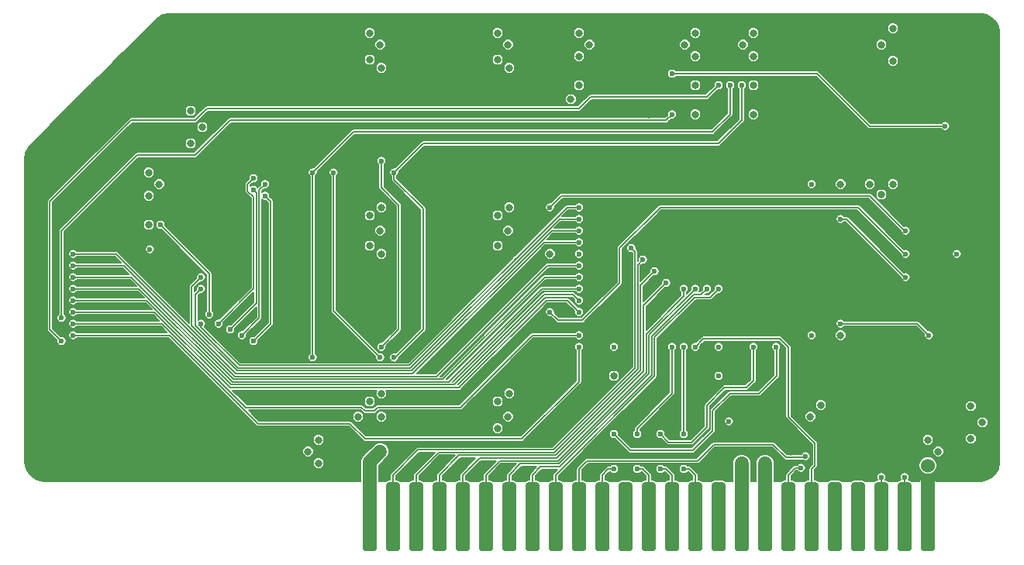
<source format=gbl>
G04 #@! TF.GenerationSoftware,KiCad,Pcbnew,(5.1.2-1)-1*
G04 #@! TF.CreationDate,2019-07-29T20:34:46-04:00*
G04 #@! TF.ProjectId,GR8RAM,47523852-414d-42e6-9b69-6361645f7063,rev?*
G04 #@! TF.SameCoordinates,Original*
G04 #@! TF.FileFunction,Copper,L4,Bot*
G04 #@! TF.FilePolarity,Positive*
%FSLAX46Y46*%
G04 Gerber Fmt 4.6, Leading zero omitted, Abs format (unit mm)*
G04 Created by KiCad (PCBNEW (5.1.2-1)-1) date 2019-07-29 20:34:46*
%MOMM*%
%LPD*%
G04 APERTURE LIST*
%ADD10C,2.000000*%
%ADD11C,0.100000*%
%ADD12C,1.524000*%
%ADD13C,0.800000*%
%ADD14C,0.600000*%
%ADD15C,1.524000*%
%ADD16C,0.152400*%
G04 APERTURE END LIST*
D10*
X40513000Y-98679000D03*
X56769000Y-82423000D03*
X140462000Y-82423000D03*
D11*
G36*
X137578345Y-131613835D02*
G01*
X137615329Y-131619321D01*
X137651598Y-131628406D01*
X137686802Y-131641002D01*
X137720602Y-131656988D01*
X137752672Y-131676210D01*
X137782704Y-131698483D01*
X137810408Y-131723592D01*
X137835517Y-131751296D01*
X137857790Y-131781328D01*
X137877012Y-131813398D01*
X137892998Y-131847198D01*
X137905594Y-131882402D01*
X137914679Y-131918671D01*
X137920165Y-131955655D01*
X137922000Y-131993000D01*
X137922000Y-138771000D01*
X137920165Y-138808345D01*
X137914679Y-138845329D01*
X137905594Y-138881598D01*
X137892998Y-138916802D01*
X137877012Y-138950602D01*
X137857790Y-138982672D01*
X137835517Y-139012704D01*
X137810408Y-139040408D01*
X137782704Y-139065517D01*
X137752672Y-139087790D01*
X137720602Y-139107012D01*
X137686802Y-139122998D01*
X137651598Y-139135594D01*
X137615329Y-139144679D01*
X137578345Y-139150165D01*
X137541000Y-139152000D01*
X136779000Y-139152000D01*
X136741655Y-139150165D01*
X136704671Y-139144679D01*
X136668402Y-139135594D01*
X136633198Y-139122998D01*
X136599398Y-139107012D01*
X136567328Y-139087790D01*
X136537296Y-139065517D01*
X136509592Y-139040408D01*
X136484483Y-139012704D01*
X136462210Y-138982672D01*
X136442988Y-138950602D01*
X136427002Y-138916802D01*
X136414406Y-138881598D01*
X136405321Y-138845329D01*
X136399835Y-138808345D01*
X136398000Y-138771000D01*
X136398000Y-131993000D01*
X136399835Y-131955655D01*
X136405321Y-131918671D01*
X136414406Y-131882402D01*
X136427002Y-131847198D01*
X136442988Y-131813398D01*
X136462210Y-131781328D01*
X136484483Y-131751296D01*
X136509592Y-131723592D01*
X136537296Y-131698483D01*
X136567328Y-131676210D01*
X136599398Y-131656988D01*
X136633198Y-131641002D01*
X136668402Y-131628406D01*
X136704671Y-131619321D01*
X136741655Y-131613835D01*
X136779000Y-131612000D01*
X137541000Y-131612000D01*
X137578345Y-131613835D01*
X137578345Y-131613835D01*
G37*
D12*
X137160000Y-135382000D03*
D11*
G36*
X135038345Y-131613835D02*
G01*
X135075329Y-131619321D01*
X135111598Y-131628406D01*
X135146802Y-131641002D01*
X135180602Y-131656988D01*
X135212672Y-131676210D01*
X135242704Y-131698483D01*
X135270408Y-131723592D01*
X135295517Y-131751296D01*
X135317790Y-131781328D01*
X135337012Y-131813398D01*
X135352998Y-131847198D01*
X135365594Y-131882402D01*
X135374679Y-131918671D01*
X135380165Y-131955655D01*
X135382000Y-131993000D01*
X135382000Y-138771000D01*
X135380165Y-138808345D01*
X135374679Y-138845329D01*
X135365594Y-138881598D01*
X135352998Y-138916802D01*
X135337012Y-138950602D01*
X135317790Y-138982672D01*
X135295517Y-139012704D01*
X135270408Y-139040408D01*
X135242704Y-139065517D01*
X135212672Y-139087790D01*
X135180602Y-139107012D01*
X135146802Y-139122998D01*
X135111598Y-139135594D01*
X135075329Y-139144679D01*
X135038345Y-139150165D01*
X135001000Y-139152000D01*
X134239000Y-139152000D01*
X134201655Y-139150165D01*
X134164671Y-139144679D01*
X134128402Y-139135594D01*
X134093198Y-139122998D01*
X134059398Y-139107012D01*
X134027328Y-139087790D01*
X133997296Y-139065517D01*
X133969592Y-139040408D01*
X133944483Y-139012704D01*
X133922210Y-138982672D01*
X133902988Y-138950602D01*
X133887002Y-138916802D01*
X133874406Y-138881598D01*
X133865321Y-138845329D01*
X133859835Y-138808345D01*
X133858000Y-138771000D01*
X133858000Y-131993000D01*
X133859835Y-131955655D01*
X133865321Y-131918671D01*
X133874406Y-131882402D01*
X133887002Y-131847198D01*
X133902988Y-131813398D01*
X133922210Y-131781328D01*
X133944483Y-131751296D01*
X133969592Y-131723592D01*
X133997296Y-131698483D01*
X134027328Y-131676210D01*
X134059398Y-131656988D01*
X134093198Y-131641002D01*
X134128402Y-131628406D01*
X134164671Y-131619321D01*
X134201655Y-131613835D01*
X134239000Y-131612000D01*
X135001000Y-131612000D01*
X135038345Y-131613835D01*
X135038345Y-131613835D01*
G37*
D12*
X134620000Y-135382000D03*
D11*
G36*
X132498345Y-131613835D02*
G01*
X132535329Y-131619321D01*
X132571598Y-131628406D01*
X132606802Y-131641002D01*
X132640602Y-131656988D01*
X132672672Y-131676210D01*
X132702704Y-131698483D01*
X132730408Y-131723592D01*
X132755517Y-131751296D01*
X132777790Y-131781328D01*
X132797012Y-131813398D01*
X132812998Y-131847198D01*
X132825594Y-131882402D01*
X132834679Y-131918671D01*
X132840165Y-131955655D01*
X132842000Y-131993000D01*
X132842000Y-138771000D01*
X132840165Y-138808345D01*
X132834679Y-138845329D01*
X132825594Y-138881598D01*
X132812998Y-138916802D01*
X132797012Y-138950602D01*
X132777790Y-138982672D01*
X132755517Y-139012704D01*
X132730408Y-139040408D01*
X132702704Y-139065517D01*
X132672672Y-139087790D01*
X132640602Y-139107012D01*
X132606802Y-139122998D01*
X132571598Y-139135594D01*
X132535329Y-139144679D01*
X132498345Y-139150165D01*
X132461000Y-139152000D01*
X131699000Y-139152000D01*
X131661655Y-139150165D01*
X131624671Y-139144679D01*
X131588402Y-139135594D01*
X131553198Y-139122998D01*
X131519398Y-139107012D01*
X131487328Y-139087790D01*
X131457296Y-139065517D01*
X131429592Y-139040408D01*
X131404483Y-139012704D01*
X131382210Y-138982672D01*
X131362988Y-138950602D01*
X131347002Y-138916802D01*
X131334406Y-138881598D01*
X131325321Y-138845329D01*
X131319835Y-138808345D01*
X131318000Y-138771000D01*
X131318000Y-131993000D01*
X131319835Y-131955655D01*
X131325321Y-131918671D01*
X131334406Y-131882402D01*
X131347002Y-131847198D01*
X131362988Y-131813398D01*
X131382210Y-131781328D01*
X131404483Y-131751296D01*
X131429592Y-131723592D01*
X131457296Y-131698483D01*
X131487328Y-131676210D01*
X131519398Y-131656988D01*
X131553198Y-131641002D01*
X131588402Y-131628406D01*
X131624671Y-131619321D01*
X131661655Y-131613835D01*
X131699000Y-131612000D01*
X132461000Y-131612000D01*
X132498345Y-131613835D01*
X132498345Y-131613835D01*
G37*
D12*
X132080000Y-135382000D03*
D11*
G36*
X76618345Y-131613835D02*
G01*
X76655329Y-131619321D01*
X76691598Y-131628406D01*
X76726802Y-131641002D01*
X76760602Y-131656988D01*
X76792672Y-131676210D01*
X76822704Y-131698483D01*
X76850408Y-131723592D01*
X76875517Y-131751296D01*
X76897790Y-131781328D01*
X76917012Y-131813398D01*
X76932998Y-131847198D01*
X76945594Y-131882402D01*
X76954679Y-131918671D01*
X76960165Y-131955655D01*
X76962000Y-131993000D01*
X76962000Y-138771000D01*
X76960165Y-138808345D01*
X76954679Y-138845329D01*
X76945594Y-138881598D01*
X76932998Y-138916802D01*
X76917012Y-138950602D01*
X76897790Y-138982672D01*
X76875517Y-139012704D01*
X76850408Y-139040408D01*
X76822704Y-139065517D01*
X76792672Y-139087790D01*
X76760602Y-139107012D01*
X76726802Y-139122998D01*
X76691598Y-139135594D01*
X76655329Y-139144679D01*
X76618345Y-139150165D01*
X76581000Y-139152000D01*
X75819000Y-139152000D01*
X75781655Y-139150165D01*
X75744671Y-139144679D01*
X75708402Y-139135594D01*
X75673198Y-139122998D01*
X75639398Y-139107012D01*
X75607328Y-139087790D01*
X75577296Y-139065517D01*
X75549592Y-139040408D01*
X75524483Y-139012704D01*
X75502210Y-138982672D01*
X75482988Y-138950602D01*
X75467002Y-138916802D01*
X75454406Y-138881598D01*
X75445321Y-138845329D01*
X75439835Y-138808345D01*
X75438000Y-138771000D01*
X75438000Y-131993000D01*
X75439835Y-131955655D01*
X75445321Y-131918671D01*
X75454406Y-131882402D01*
X75467002Y-131847198D01*
X75482988Y-131813398D01*
X75502210Y-131781328D01*
X75524483Y-131751296D01*
X75549592Y-131723592D01*
X75577296Y-131698483D01*
X75607328Y-131676210D01*
X75639398Y-131656988D01*
X75673198Y-131641002D01*
X75708402Y-131628406D01*
X75744671Y-131619321D01*
X75781655Y-131613835D01*
X75819000Y-131612000D01*
X76581000Y-131612000D01*
X76618345Y-131613835D01*
X76618345Y-131613835D01*
G37*
D12*
X76200000Y-135382000D03*
D11*
G36*
X79158345Y-131613835D02*
G01*
X79195329Y-131619321D01*
X79231598Y-131628406D01*
X79266802Y-131641002D01*
X79300602Y-131656988D01*
X79332672Y-131676210D01*
X79362704Y-131698483D01*
X79390408Y-131723592D01*
X79415517Y-131751296D01*
X79437790Y-131781328D01*
X79457012Y-131813398D01*
X79472998Y-131847198D01*
X79485594Y-131882402D01*
X79494679Y-131918671D01*
X79500165Y-131955655D01*
X79502000Y-131993000D01*
X79502000Y-138771000D01*
X79500165Y-138808345D01*
X79494679Y-138845329D01*
X79485594Y-138881598D01*
X79472998Y-138916802D01*
X79457012Y-138950602D01*
X79437790Y-138982672D01*
X79415517Y-139012704D01*
X79390408Y-139040408D01*
X79362704Y-139065517D01*
X79332672Y-139087790D01*
X79300602Y-139107012D01*
X79266802Y-139122998D01*
X79231598Y-139135594D01*
X79195329Y-139144679D01*
X79158345Y-139150165D01*
X79121000Y-139152000D01*
X78359000Y-139152000D01*
X78321655Y-139150165D01*
X78284671Y-139144679D01*
X78248402Y-139135594D01*
X78213198Y-139122998D01*
X78179398Y-139107012D01*
X78147328Y-139087790D01*
X78117296Y-139065517D01*
X78089592Y-139040408D01*
X78064483Y-139012704D01*
X78042210Y-138982672D01*
X78022988Y-138950602D01*
X78007002Y-138916802D01*
X77994406Y-138881598D01*
X77985321Y-138845329D01*
X77979835Y-138808345D01*
X77978000Y-138771000D01*
X77978000Y-131993000D01*
X77979835Y-131955655D01*
X77985321Y-131918671D01*
X77994406Y-131882402D01*
X78007002Y-131847198D01*
X78022988Y-131813398D01*
X78042210Y-131781328D01*
X78064483Y-131751296D01*
X78089592Y-131723592D01*
X78117296Y-131698483D01*
X78147328Y-131676210D01*
X78179398Y-131656988D01*
X78213198Y-131641002D01*
X78248402Y-131628406D01*
X78284671Y-131619321D01*
X78321655Y-131613835D01*
X78359000Y-131612000D01*
X79121000Y-131612000D01*
X79158345Y-131613835D01*
X79158345Y-131613835D01*
G37*
D12*
X78740000Y-135382000D03*
D11*
G36*
X81698345Y-131613835D02*
G01*
X81735329Y-131619321D01*
X81771598Y-131628406D01*
X81806802Y-131641002D01*
X81840602Y-131656988D01*
X81872672Y-131676210D01*
X81902704Y-131698483D01*
X81930408Y-131723592D01*
X81955517Y-131751296D01*
X81977790Y-131781328D01*
X81997012Y-131813398D01*
X82012998Y-131847198D01*
X82025594Y-131882402D01*
X82034679Y-131918671D01*
X82040165Y-131955655D01*
X82042000Y-131993000D01*
X82042000Y-138771000D01*
X82040165Y-138808345D01*
X82034679Y-138845329D01*
X82025594Y-138881598D01*
X82012998Y-138916802D01*
X81997012Y-138950602D01*
X81977790Y-138982672D01*
X81955517Y-139012704D01*
X81930408Y-139040408D01*
X81902704Y-139065517D01*
X81872672Y-139087790D01*
X81840602Y-139107012D01*
X81806802Y-139122998D01*
X81771598Y-139135594D01*
X81735329Y-139144679D01*
X81698345Y-139150165D01*
X81661000Y-139152000D01*
X80899000Y-139152000D01*
X80861655Y-139150165D01*
X80824671Y-139144679D01*
X80788402Y-139135594D01*
X80753198Y-139122998D01*
X80719398Y-139107012D01*
X80687328Y-139087790D01*
X80657296Y-139065517D01*
X80629592Y-139040408D01*
X80604483Y-139012704D01*
X80582210Y-138982672D01*
X80562988Y-138950602D01*
X80547002Y-138916802D01*
X80534406Y-138881598D01*
X80525321Y-138845329D01*
X80519835Y-138808345D01*
X80518000Y-138771000D01*
X80518000Y-131993000D01*
X80519835Y-131955655D01*
X80525321Y-131918671D01*
X80534406Y-131882402D01*
X80547002Y-131847198D01*
X80562988Y-131813398D01*
X80582210Y-131781328D01*
X80604483Y-131751296D01*
X80629592Y-131723592D01*
X80657296Y-131698483D01*
X80687328Y-131676210D01*
X80719398Y-131656988D01*
X80753198Y-131641002D01*
X80788402Y-131628406D01*
X80824671Y-131619321D01*
X80861655Y-131613835D01*
X80899000Y-131612000D01*
X81661000Y-131612000D01*
X81698345Y-131613835D01*
X81698345Y-131613835D01*
G37*
D12*
X81280000Y-135382000D03*
D11*
G36*
X84238345Y-131613835D02*
G01*
X84275329Y-131619321D01*
X84311598Y-131628406D01*
X84346802Y-131641002D01*
X84380602Y-131656988D01*
X84412672Y-131676210D01*
X84442704Y-131698483D01*
X84470408Y-131723592D01*
X84495517Y-131751296D01*
X84517790Y-131781328D01*
X84537012Y-131813398D01*
X84552998Y-131847198D01*
X84565594Y-131882402D01*
X84574679Y-131918671D01*
X84580165Y-131955655D01*
X84582000Y-131993000D01*
X84582000Y-138771000D01*
X84580165Y-138808345D01*
X84574679Y-138845329D01*
X84565594Y-138881598D01*
X84552998Y-138916802D01*
X84537012Y-138950602D01*
X84517790Y-138982672D01*
X84495517Y-139012704D01*
X84470408Y-139040408D01*
X84442704Y-139065517D01*
X84412672Y-139087790D01*
X84380602Y-139107012D01*
X84346802Y-139122998D01*
X84311598Y-139135594D01*
X84275329Y-139144679D01*
X84238345Y-139150165D01*
X84201000Y-139152000D01*
X83439000Y-139152000D01*
X83401655Y-139150165D01*
X83364671Y-139144679D01*
X83328402Y-139135594D01*
X83293198Y-139122998D01*
X83259398Y-139107012D01*
X83227328Y-139087790D01*
X83197296Y-139065517D01*
X83169592Y-139040408D01*
X83144483Y-139012704D01*
X83122210Y-138982672D01*
X83102988Y-138950602D01*
X83087002Y-138916802D01*
X83074406Y-138881598D01*
X83065321Y-138845329D01*
X83059835Y-138808345D01*
X83058000Y-138771000D01*
X83058000Y-131993000D01*
X83059835Y-131955655D01*
X83065321Y-131918671D01*
X83074406Y-131882402D01*
X83087002Y-131847198D01*
X83102988Y-131813398D01*
X83122210Y-131781328D01*
X83144483Y-131751296D01*
X83169592Y-131723592D01*
X83197296Y-131698483D01*
X83227328Y-131676210D01*
X83259398Y-131656988D01*
X83293198Y-131641002D01*
X83328402Y-131628406D01*
X83364671Y-131619321D01*
X83401655Y-131613835D01*
X83439000Y-131612000D01*
X84201000Y-131612000D01*
X84238345Y-131613835D01*
X84238345Y-131613835D01*
G37*
D12*
X83820000Y-135382000D03*
D11*
G36*
X86778345Y-131613835D02*
G01*
X86815329Y-131619321D01*
X86851598Y-131628406D01*
X86886802Y-131641002D01*
X86920602Y-131656988D01*
X86952672Y-131676210D01*
X86982704Y-131698483D01*
X87010408Y-131723592D01*
X87035517Y-131751296D01*
X87057790Y-131781328D01*
X87077012Y-131813398D01*
X87092998Y-131847198D01*
X87105594Y-131882402D01*
X87114679Y-131918671D01*
X87120165Y-131955655D01*
X87122000Y-131993000D01*
X87122000Y-138771000D01*
X87120165Y-138808345D01*
X87114679Y-138845329D01*
X87105594Y-138881598D01*
X87092998Y-138916802D01*
X87077012Y-138950602D01*
X87057790Y-138982672D01*
X87035517Y-139012704D01*
X87010408Y-139040408D01*
X86982704Y-139065517D01*
X86952672Y-139087790D01*
X86920602Y-139107012D01*
X86886802Y-139122998D01*
X86851598Y-139135594D01*
X86815329Y-139144679D01*
X86778345Y-139150165D01*
X86741000Y-139152000D01*
X85979000Y-139152000D01*
X85941655Y-139150165D01*
X85904671Y-139144679D01*
X85868402Y-139135594D01*
X85833198Y-139122998D01*
X85799398Y-139107012D01*
X85767328Y-139087790D01*
X85737296Y-139065517D01*
X85709592Y-139040408D01*
X85684483Y-139012704D01*
X85662210Y-138982672D01*
X85642988Y-138950602D01*
X85627002Y-138916802D01*
X85614406Y-138881598D01*
X85605321Y-138845329D01*
X85599835Y-138808345D01*
X85598000Y-138771000D01*
X85598000Y-131993000D01*
X85599835Y-131955655D01*
X85605321Y-131918671D01*
X85614406Y-131882402D01*
X85627002Y-131847198D01*
X85642988Y-131813398D01*
X85662210Y-131781328D01*
X85684483Y-131751296D01*
X85709592Y-131723592D01*
X85737296Y-131698483D01*
X85767328Y-131676210D01*
X85799398Y-131656988D01*
X85833198Y-131641002D01*
X85868402Y-131628406D01*
X85904671Y-131619321D01*
X85941655Y-131613835D01*
X85979000Y-131612000D01*
X86741000Y-131612000D01*
X86778345Y-131613835D01*
X86778345Y-131613835D01*
G37*
D12*
X86360000Y-135382000D03*
D11*
G36*
X89318345Y-131613835D02*
G01*
X89355329Y-131619321D01*
X89391598Y-131628406D01*
X89426802Y-131641002D01*
X89460602Y-131656988D01*
X89492672Y-131676210D01*
X89522704Y-131698483D01*
X89550408Y-131723592D01*
X89575517Y-131751296D01*
X89597790Y-131781328D01*
X89617012Y-131813398D01*
X89632998Y-131847198D01*
X89645594Y-131882402D01*
X89654679Y-131918671D01*
X89660165Y-131955655D01*
X89662000Y-131993000D01*
X89662000Y-138771000D01*
X89660165Y-138808345D01*
X89654679Y-138845329D01*
X89645594Y-138881598D01*
X89632998Y-138916802D01*
X89617012Y-138950602D01*
X89597790Y-138982672D01*
X89575517Y-139012704D01*
X89550408Y-139040408D01*
X89522704Y-139065517D01*
X89492672Y-139087790D01*
X89460602Y-139107012D01*
X89426802Y-139122998D01*
X89391598Y-139135594D01*
X89355329Y-139144679D01*
X89318345Y-139150165D01*
X89281000Y-139152000D01*
X88519000Y-139152000D01*
X88481655Y-139150165D01*
X88444671Y-139144679D01*
X88408402Y-139135594D01*
X88373198Y-139122998D01*
X88339398Y-139107012D01*
X88307328Y-139087790D01*
X88277296Y-139065517D01*
X88249592Y-139040408D01*
X88224483Y-139012704D01*
X88202210Y-138982672D01*
X88182988Y-138950602D01*
X88167002Y-138916802D01*
X88154406Y-138881598D01*
X88145321Y-138845329D01*
X88139835Y-138808345D01*
X88138000Y-138771000D01*
X88138000Y-131993000D01*
X88139835Y-131955655D01*
X88145321Y-131918671D01*
X88154406Y-131882402D01*
X88167002Y-131847198D01*
X88182988Y-131813398D01*
X88202210Y-131781328D01*
X88224483Y-131751296D01*
X88249592Y-131723592D01*
X88277296Y-131698483D01*
X88307328Y-131676210D01*
X88339398Y-131656988D01*
X88373198Y-131641002D01*
X88408402Y-131628406D01*
X88444671Y-131619321D01*
X88481655Y-131613835D01*
X88519000Y-131612000D01*
X89281000Y-131612000D01*
X89318345Y-131613835D01*
X89318345Y-131613835D01*
G37*
D12*
X88900000Y-135382000D03*
D11*
G36*
X91858345Y-131613835D02*
G01*
X91895329Y-131619321D01*
X91931598Y-131628406D01*
X91966802Y-131641002D01*
X92000602Y-131656988D01*
X92032672Y-131676210D01*
X92062704Y-131698483D01*
X92090408Y-131723592D01*
X92115517Y-131751296D01*
X92137790Y-131781328D01*
X92157012Y-131813398D01*
X92172998Y-131847198D01*
X92185594Y-131882402D01*
X92194679Y-131918671D01*
X92200165Y-131955655D01*
X92202000Y-131993000D01*
X92202000Y-138771000D01*
X92200165Y-138808345D01*
X92194679Y-138845329D01*
X92185594Y-138881598D01*
X92172998Y-138916802D01*
X92157012Y-138950602D01*
X92137790Y-138982672D01*
X92115517Y-139012704D01*
X92090408Y-139040408D01*
X92062704Y-139065517D01*
X92032672Y-139087790D01*
X92000602Y-139107012D01*
X91966802Y-139122998D01*
X91931598Y-139135594D01*
X91895329Y-139144679D01*
X91858345Y-139150165D01*
X91821000Y-139152000D01*
X91059000Y-139152000D01*
X91021655Y-139150165D01*
X90984671Y-139144679D01*
X90948402Y-139135594D01*
X90913198Y-139122998D01*
X90879398Y-139107012D01*
X90847328Y-139087790D01*
X90817296Y-139065517D01*
X90789592Y-139040408D01*
X90764483Y-139012704D01*
X90742210Y-138982672D01*
X90722988Y-138950602D01*
X90707002Y-138916802D01*
X90694406Y-138881598D01*
X90685321Y-138845329D01*
X90679835Y-138808345D01*
X90678000Y-138771000D01*
X90678000Y-131993000D01*
X90679835Y-131955655D01*
X90685321Y-131918671D01*
X90694406Y-131882402D01*
X90707002Y-131847198D01*
X90722988Y-131813398D01*
X90742210Y-131781328D01*
X90764483Y-131751296D01*
X90789592Y-131723592D01*
X90817296Y-131698483D01*
X90847328Y-131676210D01*
X90879398Y-131656988D01*
X90913198Y-131641002D01*
X90948402Y-131628406D01*
X90984671Y-131619321D01*
X91021655Y-131613835D01*
X91059000Y-131612000D01*
X91821000Y-131612000D01*
X91858345Y-131613835D01*
X91858345Y-131613835D01*
G37*
D12*
X91440000Y-135382000D03*
D11*
G36*
X94398345Y-131613835D02*
G01*
X94435329Y-131619321D01*
X94471598Y-131628406D01*
X94506802Y-131641002D01*
X94540602Y-131656988D01*
X94572672Y-131676210D01*
X94602704Y-131698483D01*
X94630408Y-131723592D01*
X94655517Y-131751296D01*
X94677790Y-131781328D01*
X94697012Y-131813398D01*
X94712998Y-131847198D01*
X94725594Y-131882402D01*
X94734679Y-131918671D01*
X94740165Y-131955655D01*
X94742000Y-131993000D01*
X94742000Y-138771000D01*
X94740165Y-138808345D01*
X94734679Y-138845329D01*
X94725594Y-138881598D01*
X94712998Y-138916802D01*
X94697012Y-138950602D01*
X94677790Y-138982672D01*
X94655517Y-139012704D01*
X94630408Y-139040408D01*
X94602704Y-139065517D01*
X94572672Y-139087790D01*
X94540602Y-139107012D01*
X94506802Y-139122998D01*
X94471598Y-139135594D01*
X94435329Y-139144679D01*
X94398345Y-139150165D01*
X94361000Y-139152000D01*
X93599000Y-139152000D01*
X93561655Y-139150165D01*
X93524671Y-139144679D01*
X93488402Y-139135594D01*
X93453198Y-139122998D01*
X93419398Y-139107012D01*
X93387328Y-139087790D01*
X93357296Y-139065517D01*
X93329592Y-139040408D01*
X93304483Y-139012704D01*
X93282210Y-138982672D01*
X93262988Y-138950602D01*
X93247002Y-138916802D01*
X93234406Y-138881598D01*
X93225321Y-138845329D01*
X93219835Y-138808345D01*
X93218000Y-138771000D01*
X93218000Y-131993000D01*
X93219835Y-131955655D01*
X93225321Y-131918671D01*
X93234406Y-131882402D01*
X93247002Y-131847198D01*
X93262988Y-131813398D01*
X93282210Y-131781328D01*
X93304483Y-131751296D01*
X93329592Y-131723592D01*
X93357296Y-131698483D01*
X93387328Y-131676210D01*
X93419398Y-131656988D01*
X93453198Y-131641002D01*
X93488402Y-131628406D01*
X93524671Y-131619321D01*
X93561655Y-131613835D01*
X93599000Y-131612000D01*
X94361000Y-131612000D01*
X94398345Y-131613835D01*
X94398345Y-131613835D01*
G37*
D12*
X93980000Y-135382000D03*
D11*
G36*
X96938345Y-131613835D02*
G01*
X96975329Y-131619321D01*
X97011598Y-131628406D01*
X97046802Y-131641002D01*
X97080602Y-131656988D01*
X97112672Y-131676210D01*
X97142704Y-131698483D01*
X97170408Y-131723592D01*
X97195517Y-131751296D01*
X97217790Y-131781328D01*
X97237012Y-131813398D01*
X97252998Y-131847198D01*
X97265594Y-131882402D01*
X97274679Y-131918671D01*
X97280165Y-131955655D01*
X97282000Y-131993000D01*
X97282000Y-138771000D01*
X97280165Y-138808345D01*
X97274679Y-138845329D01*
X97265594Y-138881598D01*
X97252998Y-138916802D01*
X97237012Y-138950602D01*
X97217790Y-138982672D01*
X97195517Y-139012704D01*
X97170408Y-139040408D01*
X97142704Y-139065517D01*
X97112672Y-139087790D01*
X97080602Y-139107012D01*
X97046802Y-139122998D01*
X97011598Y-139135594D01*
X96975329Y-139144679D01*
X96938345Y-139150165D01*
X96901000Y-139152000D01*
X96139000Y-139152000D01*
X96101655Y-139150165D01*
X96064671Y-139144679D01*
X96028402Y-139135594D01*
X95993198Y-139122998D01*
X95959398Y-139107012D01*
X95927328Y-139087790D01*
X95897296Y-139065517D01*
X95869592Y-139040408D01*
X95844483Y-139012704D01*
X95822210Y-138982672D01*
X95802988Y-138950602D01*
X95787002Y-138916802D01*
X95774406Y-138881598D01*
X95765321Y-138845329D01*
X95759835Y-138808345D01*
X95758000Y-138771000D01*
X95758000Y-131993000D01*
X95759835Y-131955655D01*
X95765321Y-131918671D01*
X95774406Y-131882402D01*
X95787002Y-131847198D01*
X95802988Y-131813398D01*
X95822210Y-131781328D01*
X95844483Y-131751296D01*
X95869592Y-131723592D01*
X95897296Y-131698483D01*
X95927328Y-131676210D01*
X95959398Y-131656988D01*
X95993198Y-131641002D01*
X96028402Y-131628406D01*
X96064671Y-131619321D01*
X96101655Y-131613835D01*
X96139000Y-131612000D01*
X96901000Y-131612000D01*
X96938345Y-131613835D01*
X96938345Y-131613835D01*
G37*
D12*
X96520000Y-135382000D03*
D11*
G36*
X99478345Y-131613835D02*
G01*
X99515329Y-131619321D01*
X99551598Y-131628406D01*
X99586802Y-131641002D01*
X99620602Y-131656988D01*
X99652672Y-131676210D01*
X99682704Y-131698483D01*
X99710408Y-131723592D01*
X99735517Y-131751296D01*
X99757790Y-131781328D01*
X99777012Y-131813398D01*
X99792998Y-131847198D01*
X99805594Y-131882402D01*
X99814679Y-131918671D01*
X99820165Y-131955655D01*
X99822000Y-131993000D01*
X99822000Y-138771000D01*
X99820165Y-138808345D01*
X99814679Y-138845329D01*
X99805594Y-138881598D01*
X99792998Y-138916802D01*
X99777012Y-138950602D01*
X99757790Y-138982672D01*
X99735517Y-139012704D01*
X99710408Y-139040408D01*
X99682704Y-139065517D01*
X99652672Y-139087790D01*
X99620602Y-139107012D01*
X99586802Y-139122998D01*
X99551598Y-139135594D01*
X99515329Y-139144679D01*
X99478345Y-139150165D01*
X99441000Y-139152000D01*
X98679000Y-139152000D01*
X98641655Y-139150165D01*
X98604671Y-139144679D01*
X98568402Y-139135594D01*
X98533198Y-139122998D01*
X98499398Y-139107012D01*
X98467328Y-139087790D01*
X98437296Y-139065517D01*
X98409592Y-139040408D01*
X98384483Y-139012704D01*
X98362210Y-138982672D01*
X98342988Y-138950602D01*
X98327002Y-138916802D01*
X98314406Y-138881598D01*
X98305321Y-138845329D01*
X98299835Y-138808345D01*
X98298000Y-138771000D01*
X98298000Y-131993000D01*
X98299835Y-131955655D01*
X98305321Y-131918671D01*
X98314406Y-131882402D01*
X98327002Y-131847198D01*
X98342988Y-131813398D01*
X98362210Y-131781328D01*
X98384483Y-131751296D01*
X98409592Y-131723592D01*
X98437296Y-131698483D01*
X98467328Y-131676210D01*
X98499398Y-131656988D01*
X98533198Y-131641002D01*
X98568402Y-131628406D01*
X98604671Y-131619321D01*
X98641655Y-131613835D01*
X98679000Y-131612000D01*
X99441000Y-131612000D01*
X99478345Y-131613835D01*
X99478345Y-131613835D01*
G37*
D12*
X99060000Y-135382000D03*
D11*
G36*
X102018345Y-131613835D02*
G01*
X102055329Y-131619321D01*
X102091598Y-131628406D01*
X102126802Y-131641002D01*
X102160602Y-131656988D01*
X102192672Y-131676210D01*
X102222704Y-131698483D01*
X102250408Y-131723592D01*
X102275517Y-131751296D01*
X102297790Y-131781328D01*
X102317012Y-131813398D01*
X102332998Y-131847198D01*
X102345594Y-131882402D01*
X102354679Y-131918671D01*
X102360165Y-131955655D01*
X102362000Y-131993000D01*
X102362000Y-138771000D01*
X102360165Y-138808345D01*
X102354679Y-138845329D01*
X102345594Y-138881598D01*
X102332998Y-138916802D01*
X102317012Y-138950602D01*
X102297790Y-138982672D01*
X102275517Y-139012704D01*
X102250408Y-139040408D01*
X102222704Y-139065517D01*
X102192672Y-139087790D01*
X102160602Y-139107012D01*
X102126802Y-139122998D01*
X102091598Y-139135594D01*
X102055329Y-139144679D01*
X102018345Y-139150165D01*
X101981000Y-139152000D01*
X101219000Y-139152000D01*
X101181655Y-139150165D01*
X101144671Y-139144679D01*
X101108402Y-139135594D01*
X101073198Y-139122998D01*
X101039398Y-139107012D01*
X101007328Y-139087790D01*
X100977296Y-139065517D01*
X100949592Y-139040408D01*
X100924483Y-139012704D01*
X100902210Y-138982672D01*
X100882988Y-138950602D01*
X100867002Y-138916802D01*
X100854406Y-138881598D01*
X100845321Y-138845329D01*
X100839835Y-138808345D01*
X100838000Y-138771000D01*
X100838000Y-131993000D01*
X100839835Y-131955655D01*
X100845321Y-131918671D01*
X100854406Y-131882402D01*
X100867002Y-131847198D01*
X100882988Y-131813398D01*
X100902210Y-131781328D01*
X100924483Y-131751296D01*
X100949592Y-131723592D01*
X100977296Y-131698483D01*
X101007328Y-131676210D01*
X101039398Y-131656988D01*
X101073198Y-131641002D01*
X101108402Y-131628406D01*
X101144671Y-131619321D01*
X101181655Y-131613835D01*
X101219000Y-131612000D01*
X101981000Y-131612000D01*
X102018345Y-131613835D01*
X102018345Y-131613835D01*
G37*
D12*
X101600000Y-135382000D03*
D11*
G36*
X104558345Y-131613835D02*
G01*
X104595329Y-131619321D01*
X104631598Y-131628406D01*
X104666802Y-131641002D01*
X104700602Y-131656988D01*
X104732672Y-131676210D01*
X104762704Y-131698483D01*
X104790408Y-131723592D01*
X104815517Y-131751296D01*
X104837790Y-131781328D01*
X104857012Y-131813398D01*
X104872998Y-131847198D01*
X104885594Y-131882402D01*
X104894679Y-131918671D01*
X104900165Y-131955655D01*
X104902000Y-131993000D01*
X104902000Y-138771000D01*
X104900165Y-138808345D01*
X104894679Y-138845329D01*
X104885594Y-138881598D01*
X104872998Y-138916802D01*
X104857012Y-138950602D01*
X104837790Y-138982672D01*
X104815517Y-139012704D01*
X104790408Y-139040408D01*
X104762704Y-139065517D01*
X104732672Y-139087790D01*
X104700602Y-139107012D01*
X104666802Y-139122998D01*
X104631598Y-139135594D01*
X104595329Y-139144679D01*
X104558345Y-139150165D01*
X104521000Y-139152000D01*
X103759000Y-139152000D01*
X103721655Y-139150165D01*
X103684671Y-139144679D01*
X103648402Y-139135594D01*
X103613198Y-139122998D01*
X103579398Y-139107012D01*
X103547328Y-139087790D01*
X103517296Y-139065517D01*
X103489592Y-139040408D01*
X103464483Y-139012704D01*
X103442210Y-138982672D01*
X103422988Y-138950602D01*
X103407002Y-138916802D01*
X103394406Y-138881598D01*
X103385321Y-138845329D01*
X103379835Y-138808345D01*
X103378000Y-138771000D01*
X103378000Y-131993000D01*
X103379835Y-131955655D01*
X103385321Y-131918671D01*
X103394406Y-131882402D01*
X103407002Y-131847198D01*
X103422988Y-131813398D01*
X103442210Y-131781328D01*
X103464483Y-131751296D01*
X103489592Y-131723592D01*
X103517296Y-131698483D01*
X103547328Y-131676210D01*
X103579398Y-131656988D01*
X103613198Y-131641002D01*
X103648402Y-131628406D01*
X103684671Y-131619321D01*
X103721655Y-131613835D01*
X103759000Y-131612000D01*
X104521000Y-131612000D01*
X104558345Y-131613835D01*
X104558345Y-131613835D01*
G37*
D12*
X104140000Y-135382000D03*
D11*
G36*
X107098345Y-131613835D02*
G01*
X107135329Y-131619321D01*
X107171598Y-131628406D01*
X107206802Y-131641002D01*
X107240602Y-131656988D01*
X107272672Y-131676210D01*
X107302704Y-131698483D01*
X107330408Y-131723592D01*
X107355517Y-131751296D01*
X107377790Y-131781328D01*
X107397012Y-131813398D01*
X107412998Y-131847198D01*
X107425594Y-131882402D01*
X107434679Y-131918671D01*
X107440165Y-131955655D01*
X107442000Y-131993000D01*
X107442000Y-138771000D01*
X107440165Y-138808345D01*
X107434679Y-138845329D01*
X107425594Y-138881598D01*
X107412998Y-138916802D01*
X107397012Y-138950602D01*
X107377790Y-138982672D01*
X107355517Y-139012704D01*
X107330408Y-139040408D01*
X107302704Y-139065517D01*
X107272672Y-139087790D01*
X107240602Y-139107012D01*
X107206802Y-139122998D01*
X107171598Y-139135594D01*
X107135329Y-139144679D01*
X107098345Y-139150165D01*
X107061000Y-139152000D01*
X106299000Y-139152000D01*
X106261655Y-139150165D01*
X106224671Y-139144679D01*
X106188402Y-139135594D01*
X106153198Y-139122998D01*
X106119398Y-139107012D01*
X106087328Y-139087790D01*
X106057296Y-139065517D01*
X106029592Y-139040408D01*
X106004483Y-139012704D01*
X105982210Y-138982672D01*
X105962988Y-138950602D01*
X105947002Y-138916802D01*
X105934406Y-138881598D01*
X105925321Y-138845329D01*
X105919835Y-138808345D01*
X105918000Y-138771000D01*
X105918000Y-131993000D01*
X105919835Y-131955655D01*
X105925321Y-131918671D01*
X105934406Y-131882402D01*
X105947002Y-131847198D01*
X105962988Y-131813398D01*
X105982210Y-131781328D01*
X106004483Y-131751296D01*
X106029592Y-131723592D01*
X106057296Y-131698483D01*
X106087328Y-131676210D01*
X106119398Y-131656988D01*
X106153198Y-131641002D01*
X106188402Y-131628406D01*
X106224671Y-131619321D01*
X106261655Y-131613835D01*
X106299000Y-131612000D01*
X107061000Y-131612000D01*
X107098345Y-131613835D01*
X107098345Y-131613835D01*
G37*
D12*
X106680000Y-135382000D03*
D11*
G36*
X109638345Y-131613835D02*
G01*
X109675329Y-131619321D01*
X109711598Y-131628406D01*
X109746802Y-131641002D01*
X109780602Y-131656988D01*
X109812672Y-131676210D01*
X109842704Y-131698483D01*
X109870408Y-131723592D01*
X109895517Y-131751296D01*
X109917790Y-131781328D01*
X109937012Y-131813398D01*
X109952998Y-131847198D01*
X109965594Y-131882402D01*
X109974679Y-131918671D01*
X109980165Y-131955655D01*
X109982000Y-131993000D01*
X109982000Y-138771000D01*
X109980165Y-138808345D01*
X109974679Y-138845329D01*
X109965594Y-138881598D01*
X109952998Y-138916802D01*
X109937012Y-138950602D01*
X109917790Y-138982672D01*
X109895517Y-139012704D01*
X109870408Y-139040408D01*
X109842704Y-139065517D01*
X109812672Y-139087790D01*
X109780602Y-139107012D01*
X109746802Y-139122998D01*
X109711598Y-139135594D01*
X109675329Y-139144679D01*
X109638345Y-139150165D01*
X109601000Y-139152000D01*
X108839000Y-139152000D01*
X108801655Y-139150165D01*
X108764671Y-139144679D01*
X108728402Y-139135594D01*
X108693198Y-139122998D01*
X108659398Y-139107012D01*
X108627328Y-139087790D01*
X108597296Y-139065517D01*
X108569592Y-139040408D01*
X108544483Y-139012704D01*
X108522210Y-138982672D01*
X108502988Y-138950602D01*
X108487002Y-138916802D01*
X108474406Y-138881598D01*
X108465321Y-138845329D01*
X108459835Y-138808345D01*
X108458000Y-138771000D01*
X108458000Y-131993000D01*
X108459835Y-131955655D01*
X108465321Y-131918671D01*
X108474406Y-131882402D01*
X108487002Y-131847198D01*
X108502988Y-131813398D01*
X108522210Y-131781328D01*
X108544483Y-131751296D01*
X108569592Y-131723592D01*
X108597296Y-131698483D01*
X108627328Y-131676210D01*
X108659398Y-131656988D01*
X108693198Y-131641002D01*
X108728402Y-131628406D01*
X108764671Y-131619321D01*
X108801655Y-131613835D01*
X108839000Y-131612000D01*
X109601000Y-131612000D01*
X109638345Y-131613835D01*
X109638345Y-131613835D01*
G37*
D12*
X109220000Y-135382000D03*
D11*
G36*
X112178345Y-131613835D02*
G01*
X112215329Y-131619321D01*
X112251598Y-131628406D01*
X112286802Y-131641002D01*
X112320602Y-131656988D01*
X112352672Y-131676210D01*
X112382704Y-131698483D01*
X112410408Y-131723592D01*
X112435517Y-131751296D01*
X112457790Y-131781328D01*
X112477012Y-131813398D01*
X112492998Y-131847198D01*
X112505594Y-131882402D01*
X112514679Y-131918671D01*
X112520165Y-131955655D01*
X112522000Y-131993000D01*
X112522000Y-138771000D01*
X112520165Y-138808345D01*
X112514679Y-138845329D01*
X112505594Y-138881598D01*
X112492998Y-138916802D01*
X112477012Y-138950602D01*
X112457790Y-138982672D01*
X112435517Y-139012704D01*
X112410408Y-139040408D01*
X112382704Y-139065517D01*
X112352672Y-139087790D01*
X112320602Y-139107012D01*
X112286802Y-139122998D01*
X112251598Y-139135594D01*
X112215329Y-139144679D01*
X112178345Y-139150165D01*
X112141000Y-139152000D01*
X111379000Y-139152000D01*
X111341655Y-139150165D01*
X111304671Y-139144679D01*
X111268402Y-139135594D01*
X111233198Y-139122998D01*
X111199398Y-139107012D01*
X111167328Y-139087790D01*
X111137296Y-139065517D01*
X111109592Y-139040408D01*
X111084483Y-139012704D01*
X111062210Y-138982672D01*
X111042988Y-138950602D01*
X111027002Y-138916802D01*
X111014406Y-138881598D01*
X111005321Y-138845329D01*
X110999835Y-138808345D01*
X110998000Y-138771000D01*
X110998000Y-131993000D01*
X110999835Y-131955655D01*
X111005321Y-131918671D01*
X111014406Y-131882402D01*
X111027002Y-131847198D01*
X111042988Y-131813398D01*
X111062210Y-131781328D01*
X111084483Y-131751296D01*
X111109592Y-131723592D01*
X111137296Y-131698483D01*
X111167328Y-131676210D01*
X111199398Y-131656988D01*
X111233198Y-131641002D01*
X111268402Y-131628406D01*
X111304671Y-131619321D01*
X111341655Y-131613835D01*
X111379000Y-131612000D01*
X112141000Y-131612000D01*
X112178345Y-131613835D01*
X112178345Y-131613835D01*
G37*
D12*
X111760000Y-135382000D03*
D11*
G36*
X114718345Y-131613835D02*
G01*
X114755329Y-131619321D01*
X114791598Y-131628406D01*
X114826802Y-131641002D01*
X114860602Y-131656988D01*
X114892672Y-131676210D01*
X114922704Y-131698483D01*
X114950408Y-131723592D01*
X114975517Y-131751296D01*
X114997790Y-131781328D01*
X115017012Y-131813398D01*
X115032998Y-131847198D01*
X115045594Y-131882402D01*
X115054679Y-131918671D01*
X115060165Y-131955655D01*
X115062000Y-131993000D01*
X115062000Y-138771000D01*
X115060165Y-138808345D01*
X115054679Y-138845329D01*
X115045594Y-138881598D01*
X115032998Y-138916802D01*
X115017012Y-138950602D01*
X114997790Y-138982672D01*
X114975517Y-139012704D01*
X114950408Y-139040408D01*
X114922704Y-139065517D01*
X114892672Y-139087790D01*
X114860602Y-139107012D01*
X114826802Y-139122998D01*
X114791598Y-139135594D01*
X114755329Y-139144679D01*
X114718345Y-139150165D01*
X114681000Y-139152000D01*
X113919000Y-139152000D01*
X113881655Y-139150165D01*
X113844671Y-139144679D01*
X113808402Y-139135594D01*
X113773198Y-139122998D01*
X113739398Y-139107012D01*
X113707328Y-139087790D01*
X113677296Y-139065517D01*
X113649592Y-139040408D01*
X113624483Y-139012704D01*
X113602210Y-138982672D01*
X113582988Y-138950602D01*
X113567002Y-138916802D01*
X113554406Y-138881598D01*
X113545321Y-138845329D01*
X113539835Y-138808345D01*
X113538000Y-138771000D01*
X113538000Y-131993000D01*
X113539835Y-131955655D01*
X113545321Y-131918671D01*
X113554406Y-131882402D01*
X113567002Y-131847198D01*
X113582988Y-131813398D01*
X113602210Y-131781328D01*
X113624483Y-131751296D01*
X113649592Y-131723592D01*
X113677296Y-131698483D01*
X113707328Y-131676210D01*
X113739398Y-131656988D01*
X113773198Y-131641002D01*
X113808402Y-131628406D01*
X113844671Y-131619321D01*
X113881655Y-131613835D01*
X113919000Y-131612000D01*
X114681000Y-131612000D01*
X114718345Y-131613835D01*
X114718345Y-131613835D01*
G37*
D12*
X114300000Y-135382000D03*
D11*
G36*
X117258345Y-131613835D02*
G01*
X117295329Y-131619321D01*
X117331598Y-131628406D01*
X117366802Y-131641002D01*
X117400602Y-131656988D01*
X117432672Y-131676210D01*
X117462704Y-131698483D01*
X117490408Y-131723592D01*
X117515517Y-131751296D01*
X117537790Y-131781328D01*
X117557012Y-131813398D01*
X117572998Y-131847198D01*
X117585594Y-131882402D01*
X117594679Y-131918671D01*
X117600165Y-131955655D01*
X117602000Y-131993000D01*
X117602000Y-138771000D01*
X117600165Y-138808345D01*
X117594679Y-138845329D01*
X117585594Y-138881598D01*
X117572998Y-138916802D01*
X117557012Y-138950602D01*
X117537790Y-138982672D01*
X117515517Y-139012704D01*
X117490408Y-139040408D01*
X117462704Y-139065517D01*
X117432672Y-139087790D01*
X117400602Y-139107012D01*
X117366802Y-139122998D01*
X117331598Y-139135594D01*
X117295329Y-139144679D01*
X117258345Y-139150165D01*
X117221000Y-139152000D01*
X116459000Y-139152000D01*
X116421655Y-139150165D01*
X116384671Y-139144679D01*
X116348402Y-139135594D01*
X116313198Y-139122998D01*
X116279398Y-139107012D01*
X116247328Y-139087790D01*
X116217296Y-139065517D01*
X116189592Y-139040408D01*
X116164483Y-139012704D01*
X116142210Y-138982672D01*
X116122988Y-138950602D01*
X116107002Y-138916802D01*
X116094406Y-138881598D01*
X116085321Y-138845329D01*
X116079835Y-138808345D01*
X116078000Y-138771000D01*
X116078000Y-131993000D01*
X116079835Y-131955655D01*
X116085321Y-131918671D01*
X116094406Y-131882402D01*
X116107002Y-131847198D01*
X116122988Y-131813398D01*
X116142210Y-131781328D01*
X116164483Y-131751296D01*
X116189592Y-131723592D01*
X116217296Y-131698483D01*
X116247328Y-131676210D01*
X116279398Y-131656988D01*
X116313198Y-131641002D01*
X116348402Y-131628406D01*
X116384671Y-131619321D01*
X116421655Y-131613835D01*
X116459000Y-131612000D01*
X117221000Y-131612000D01*
X117258345Y-131613835D01*
X117258345Y-131613835D01*
G37*
D12*
X116840000Y-135382000D03*
D11*
G36*
X119798345Y-131613835D02*
G01*
X119835329Y-131619321D01*
X119871598Y-131628406D01*
X119906802Y-131641002D01*
X119940602Y-131656988D01*
X119972672Y-131676210D01*
X120002704Y-131698483D01*
X120030408Y-131723592D01*
X120055517Y-131751296D01*
X120077790Y-131781328D01*
X120097012Y-131813398D01*
X120112998Y-131847198D01*
X120125594Y-131882402D01*
X120134679Y-131918671D01*
X120140165Y-131955655D01*
X120142000Y-131993000D01*
X120142000Y-138771000D01*
X120140165Y-138808345D01*
X120134679Y-138845329D01*
X120125594Y-138881598D01*
X120112998Y-138916802D01*
X120097012Y-138950602D01*
X120077790Y-138982672D01*
X120055517Y-139012704D01*
X120030408Y-139040408D01*
X120002704Y-139065517D01*
X119972672Y-139087790D01*
X119940602Y-139107012D01*
X119906802Y-139122998D01*
X119871598Y-139135594D01*
X119835329Y-139144679D01*
X119798345Y-139150165D01*
X119761000Y-139152000D01*
X118999000Y-139152000D01*
X118961655Y-139150165D01*
X118924671Y-139144679D01*
X118888402Y-139135594D01*
X118853198Y-139122998D01*
X118819398Y-139107012D01*
X118787328Y-139087790D01*
X118757296Y-139065517D01*
X118729592Y-139040408D01*
X118704483Y-139012704D01*
X118682210Y-138982672D01*
X118662988Y-138950602D01*
X118647002Y-138916802D01*
X118634406Y-138881598D01*
X118625321Y-138845329D01*
X118619835Y-138808345D01*
X118618000Y-138771000D01*
X118618000Y-131993000D01*
X118619835Y-131955655D01*
X118625321Y-131918671D01*
X118634406Y-131882402D01*
X118647002Y-131847198D01*
X118662988Y-131813398D01*
X118682210Y-131781328D01*
X118704483Y-131751296D01*
X118729592Y-131723592D01*
X118757296Y-131698483D01*
X118787328Y-131676210D01*
X118819398Y-131656988D01*
X118853198Y-131641002D01*
X118888402Y-131628406D01*
X118924671Y-131619321D01*
X118961655Y-131613835D01*
X118999000Y-131612000D01*
X119761000Y-131612000D01*
X119798345Y-131613835D01*
X119798345Y-131613835D01*
G37*
D12*
X119380000Y-135382000D03*
D11*
G36*
X122338345Y-131613835D02*
G01*
X122375329Y-131619321D01*
X122411598Y-131628406D01*
X122446802Y-131641002D01*
X122480602Y-131656988D01*
X122512672Y-131676210D01*
X122542704Y-131698483D01*
X122570408Y-131723592D01*
X122595517Y-131751296D01*
X122617790Y-131781328D01*
X122637012Y-131813398D01*
X122652998Y-131847198D01*
X122665594Y-131882402D01*
X122674679Y-131918671D01*
X122680165Y-131955655D01*
X122682000Y-131993000D01*
X122682000Y-138771000D01*
X122680165Y-138808345D01*
X122674679Y-138845329D01*
X122665594Y-138881598D01*
X122652998Y-138916802D01*
X122637012Y-138950602D01*
X122617790Y-138982672D01*
X122595517Y-139012704D01*
X122570408Y-139040408D01*
X122542704Y-139065517D01*
X122512672Y-139087790D01*
X122480602Y-139107012D01*
X122446802Y-139122998D01*
X122411598Y-139135594D01*
X122375329Y-139144679D01*
X122338345Y-139150165D01*
X122301000Y-139152000D01*
X121539000Y-139152000D01*
X121501655Y-139150165D01*
X121464671Y-139144679D01*
X121428402Y-139135594D01*
X121393198Y-139122998D01*
X121359398Y-139107012D01*
X121327328Y-139087790D01*
X121297296Y-139065517D01*
X121269592Y-139040408D01*
X121244483Y-139012704D01*
X121222210Y-138982672D01*
X121202988Y-138950602D01*
X121187002Y-138916802D01*
X121174406Y-138881598D01*
X121165321Y-138845329D01*
X121159835Y-138808345D01*
X121158000Y-138771000D01*
X121158000Y-131993000D01*
X121159835Y-131955655D01*
X121165321Y-131918671D01*
X121174406Y-131882402D01*
X121187002Y-131847198D01*
X121202988Y-131813398D01*
X121222210Y-131781328D01*
X121244483Y-131751296D01*
X121269592Y-131723592D01*
X121297296Y-131698483D01*
X121327328Y-131676210D01*
X121359398Y-131656988D01*
X121393198Y-131641002D01*
X121428402Y-131628406D01*
X121464671Y-131619321D01*
X121501655Y-131613835D01*
X121539000Y-131612000D01*
X122301000Y-131612000D01*
X122338345Y-131613835D01*
X122338345Y-131613835D01*
G37*
D12*
X121920000Y-135382000D03*
D11*
G36*
X124878345Y-131613835D02*
G01*
X124915329Y-131619321D01*
X124951598Y-131628406D01*
X124986802Y-131641002D01*
X125020602Y-131656988D01*
X125052672Y-131676210D01*
X125082704Y-131698483D01*
X125110408Y-131723592D01*
X125135517Y-131751296D01*
X125157790Y-131781328D01*
X125177012Y-131813398D01*
X125192998Y-131847198D01*
X125205594Y-131882402D01*
X125214679Y-131918671D01*
X125220165Y-131955655D01*
X125222000Y-131993000D01*
X125222000Y-138771000D01*
X125220165Y-138808345D01*
X125214679Y-138845329D01*
X125205594Y-138881598D01*
X125192998Y-138916802D01*
X125177012Y-138950602D01*
X125157790Y-138982672D01*
X125135517Y-139012704D01*
X125110408Y-139040408D01*
X125082704Y-139065517D01*
X125052672Y-139087790D01*
X125020602Y-139107012D01*
X124986802Y-139122998D01*
X124951598Y-139135594D01*
X124915329Y-139144679D01*
X124878345Y-139150165D01*
X124841000Y-139152000D01*
X124079000Y-139152000D01*
X124041655Y-139150165D01*
X124004671Y-139144679D01*
X123968402Y-139135594D01*
X123933198Y-139122998D01*
X123899398Y-139107012D01*
X123867328Y-139087790D01*
X123837296Y-139065517D01*
X123809592Y-139040408D01*
X123784483Y-139012704D01*
X123762210Y-138982672D01*
X123742988Y-138950602D01*
X123727002Y-138916802D01*
X123714406Y-138881598D01*
X123705321Y-138845329D01*
X123699835Y-138808345D01*
X123698000Y-138771000D01*
X123698000Y-131993000D01*
X123699835Y-131955655D01*
X123705321Y-131918671D01*
X123714406Y-131882402D01*
X123727002Y-131847198D01*
X123742988Y-131813398D01*
X123762210Y-131781328D01*
X123784483Y-131751296D01*
X123809592Y-131723592D01*
X123837296Y-131698483D01*
X123867328Y-131676210D01*
X123899398Y-131656988D01*
X123933198Y-131641002D01*
X123968402Y-131628406D01*
X124004671Y-131619321D01*
X124041655Y-131613835D01*
X124079000Y-131612000D01*
X124841000Y-131612000D01*
X124878345Y-131613835D01*
X124878345Y-131613835D01*
G37*
D12*
X124460000Y-135382000D03*
D11*
G36*
X127418345Y-131613835D02*
G01*
X127455329Y-131619321D01*
X127491598Y-131628406D01*
X127526802Y-131641002D01*
X127560602Y-131656988D01*
X127592672Y-131676210D01*
X127622704Y-131698483D01*
X127650408Y-131723592D01*
X127675517Y-131751296D01*
X127697790Y-131781328D01*
X127717012Y-131813398D01*
X127732998Y-131847198D01*
X127745594Y-131882402D01*
X127754679Y-131918671D01*
X127760165Y-131955655D01*
X127762000Y-131993000D01*
X127762000Y-138771000D01*
X127760165Y-138808345D01*
X127754679Y-138845329D01*
X127745594Y-138881598D01*
X127732998Y-138916802D01*
X127717012Y-138950602D01*
X127697790Y-138982672D01*
X127675517Y-139012704D01*
X127650408Y-139040408D01*
X127622704Y-139065517D01*
X127592672Y-139087790D01*
X127560602Y-139107012D01*
X127526802Y-139122998D01*
X127491598Y-139135594D01*
X127455329Y-139144679D01*
X127418345Y-139150165D01*
X127381000Y-139152000D01*
X126619000Y-139152000D01*
X126581655Y-139150165D01*
X126544671Y-139144679D01*
X126508402Y-139135594D01*
X126473198Y-139122998D01*
X126439398Y-139107012D01*
X126407328Y-139087790D01*
X126377296Y-139065517D01*
X126349592Y-139040408D01*
X126324483Y-139012704D01*
X126302210Y-138982672D01*
X126282988Y-138950602D01*
X126267002Y-138916802D01*
X126254406Y-138881598D01*
X126245321Y-138845329D01*
X126239835Y-138808345D01*
X126238000Y-138771000D01*
X126238000Y-131993000D01*
X126239835Y-131955655D01*
X126245321Y-131918671D01*
X126254406Y-131882402D01*
X126267002Y-131847198D01*
X126282988Y-131813398D01*
X126302210Y-131781328D01*
X126324483Y-131751296D01*
X126349592Y-131723592D01*
X126377296Y-131698483D01*
X126407328Y-131676210D01*
X126439398Y-131656988D01*
X126473198Y-131641002D01*
X126508402Y-131628406D01*
X126544671Y-131619321D01*
X126581655Y-131613835D01*
X126619000Y-131612000D01*
X127381000Y-131612000D01*
X127418345Y-131613835D01*
X127418345Y-131613835D01*
G37*
D12*
X127000000Y-135382000D03*
D11*
G36*
X129958345Y-131613835D02*
G01*
X129995329Y-131619321D01*
X130031598Y-131628406D01*
X130066802Y-131641002D01*
X130100602Y-131656988D01*
X130132672Y-131676210D01*
X130162704Y-131698483D01*
X130190408Y-131723592D01*
X130215517Y-131751296D01*
X130237790Y-131781328D01*
X130257012Y-131813398D01*
X130272998Y-131847198D01*
X130285594Y-131882402D01*
X130294679Y-131918671D01*
X130300165Y-131955655D01*
X130302000Y-131993000D01*
X130302000Y-138771000D01*
X130300165Y-138808345D01*
X130294679Y-138845329D01*
X130285594Y-138881598D01*
X130272998Y-138916802D01*
X130257012Y-138950602D01*
X130237790Y-138982672D01*
X130215517Y-139012704D01*
X130190408Y-139040408D01*
X130162704Y-139065517D01*
X130132672Y-139087790D01*
X130100602Y-139107012D01*
X130066802Y-139122998D01*
X130031598Y-139135594D01*
X129995329Y-139144679D01*
X129958345Y-139150165D01*
X129921000Y-139152000D01*
X129159000Y-139152000D01*
X129121655Y-139150165D01*
X129084671Y-139144679D01*
X129048402Y-139135594D01*
X129013198Y-139122998D01*
X128979398Y-139107012D01*
X128947328Y-139087790D01*
X128917296Y-139065517D01*
X128889592Y-139040408D01*
X128864483Y-139012704D01*
X128842210Y-138982672D01*
X128822988Y-138950602D01*
X128807002Y-138916802D01*
X128794406Y-138881598D01*
X128785321Y-138845329D01*
X128779835Y-138808345D01*
X128778000Y-138771000D01*
X128778000Y-131993000D01*
X128779835Y-131955655D01*
X128785321Y-131918671D01*
X128794406Y-131882402D01*
X128807002Y-131847198D01*
X128822988Y-131813398D01*
X128842210Y-131781328D01*
X128864483Y-131751296D01*
X128889592Y-131723592D01*
X128917296Y-131698483D01*
X128947328Y-131676210D01*
X128979398Y-131656988D01*
X129013198Y-131641002D01*
X129048402Y-131628406D01*
X129084671Y-131619321D01*
X129121655Y-131613835D01*
X129159000Y-131612000D01*
X129921000Y-131612000D01*
X129958345Y-131613835D01*
X129958345Y-131613835D01*
G37*
D12*
X129540000Y-135382000D03*
D10*
X140462000Y-129540000D03*
X43053000Y-129540000D03*
D13*
X137160000Y-127000000D03*
X138303000Y-128270000D03*
X127635000Y-99060000D03*
D14*
X124460000Y-99060000D03*
X124460000Y-115570000D03*
D13*
X127635000Y-115570000D03*
D14*
X114300000Y-116840000D03*
X114300000Y-120015000D03*
D13*
X102870000Y-120015000D03*
D14*
X102870000Y-116840000D03*
X99060000Y-106680000D03*
D13*
X95885000Y-106680000D03*
X99060000Y-88265000D03*
X111760000Y-88265000D03*
X111760000Y-91440000D03*
X118110000Y-91440000D03*
X118110000Y-88265000D03*
X111760000Y-85090000D03*
X111760000Y-82550000D03*
X110617000Y-83820000D03*
X116967000Y-83820000D03*
X118110000Y-82550000D03*
X118110000Y-85090000D03*
X99060000Y-85090000D03*
X100203000Y-83820000D03*
X99060000Y-82550000D03*
X130810000Y-99060000D03*
X132080000Y-100203000D03*
X133350000Y-99060000D03*
X90170000Y-102489000D03*
X90170000Y-105791000D03*
X91313000Y-104140000D03*
X76200000Y-102489000D03*
X77343000Y-104140000D03*
X76200000Y-105791000D03*
X77343000Y-83820000D03*
X76200000Y-85471000D03*
X91313000Y-83820000D03*
X90170000Y-85471000D03*
X91313000Y-124460000D03*
X90170000Y-122809000D03*
X76200000Y-122809000D03*
X76200000Y-82550000D03*
X90170000Y-82550000D03*
X90170000Y-125730000D03*
X77470000Y-106680000D03*
X77470000Y-101600000D03*
X77470000Y-86360000D03*
X91440000Y-86360000D03*
X91440000Y-101600000D03*
X91440000Y-121920000D03*
X77470000Y-121920000D03*
X52070000Y-103505000D03*
X52070000Y-100330000D03*
X52070000Y-97790000D03*
X53213000Y-99060000D03*
X125476000Y-123190000D03*
X124333000Y-124460000D03*
X98171000Y-89789000D03*
D14*
X52197000Y-106172000D03*
D13*
X143129000Y-125095000D03*
X141859000Y-126873000D03*
X141859000Y-123317000D03*
X57912000Y-92837000D03*
X56642000Y-94615000D03*
X56642000Y-91059000D03*
D14*
X140335000Y-106680000D03*
D13*
X132080000Y-83820000D03*
X133350000Y-82042000D03*
X133350000Y-85598000D03*
D12*
X137160000Y-129794000D03*
D13*
X70612000Y-129540000D03*
X69469000Y-128270000D03*
X70612000Y-127000000D03*
X74930000Y-124460000D03*
X77470000Y-124460000D03*
D14*
X115443000Y-124968000D03*
D13*
X144526000Y-94361000D03*
X53721000Y-80899000D03*
X38989000Y-95631000D03*
X46482000Y-88138000D03*
X42672000Y-91948000D03*
X45212000Y-131064000D03*
X143383000Y-131064000D03*
X144526000Y-129921000D03*
X38989000Y-104521000D03*
X38989000Y-124841000D03*
X38989000Y-119761000D03*
X38989000Y-109601000D03*
X60452000Y-131064000D03*
X65532000Y-131064000D03*
X70612000Y-131064000D03*
X117983000Y-80899000D03*
X112903000Y-80899000D03*
X107823000Y-80899000D03*
X102743000Y-80899000D03*
X72263000Y-80899000D03*
X77343000Y-80899000D03*
X97663000Y-80899000D03*
X92583000Y-80899000D03*
X87503000Y-80899000D03*
X82423000Y-80899000D03*
X40132000Y-131064000D03*
X38989000Y-129921000D03*
X144526000Y-82042000D03*
X143383000Y-80899000D03*
X115189000Y-129540000D03*
X114046000Y-128270000D03*
X134366000Y-128270000D03*
X135509000Y-127000000D03*
X135509000Y-129540000D03*
X74549000Y-127000000D03*
X74549000Y-129540000D03*
X73406000Y-128270000D03*
D14*
X97790000Y-131318000D03*
X85090000Y-131318000D03*
X87630000Y-131318000D03*
X102870000Y-131318000D03*
X105410000Y-131318000D03*
X107950000Y-131318000D03*
X110490000Y-131318000D03*
X113030000Y-131318000D03*
X115570000Y-131318000D03*
X118110000Y-131318000D03*
X100330000Y-131318000D03*
X95250000Y-131318000D03*
X92710000Y-131318000D03*
X90170000Y-131318000D03*
X80010000Y-131318000D03*
X77470000Y-131318000D03*
X82550000Y-131318000D03*
X74295000Y-130810000D03*
D13*
X144526000Y-124841000D03*
X144653000Y-119761000D03*
X144653000Y-114681000D03*
X144653000Y-109601000D03*
X144653000Y-104521000D03*
X144526000Y-84201000D03*
X138303000Y-80899000D03*
X133223000Y-80899000D03*
X128143000Y-80899000D03*
X123063000Y-80899000D03*
X67183000Y-80899000D03*
X62103000Y-80899000D03*
X57023000Y-80899000D03*
X50292000Y-131064000D03*
X55372000Y-131064000D03*
X62992000Y-128524000D03*
X38989000Y-99441000D03*
X50165000Y-84455000D03*
X127635000Y-107950000D03*
X124460000Y-107950000D03*
X107950000Y-116840000D03*
X107950000Y-120015000D03*
X95885000Y-97790000D03*
X99060000Y-97790000D03*
X106680000Y-88265000D03*
X106680000Y-91440000D03*
X113030000Y-88265000D03*
X113030000Y-91440000D03*
X119380000Y-116840000D03*
X119380000Y-120015000D03*
X95885000Y-114300000D03*
X121031000Y-129540000D03*
X122174000Y-128270000D03*
X113411000Y-85090000D03*
X113411000Y-82550000D03*
X114554000Y-83820000D03*
X119761000Y-82550000D03*
X119761000Y-85090000D03*
X120904000Y-83820000D03*
X96266000Y-83820000D03*
X97409000Y-85090000D03*
X97409000Y-82550000D03*
X130810000Y-97409000D03*
X132080000Y-96266000D03*
X133350000Y-97409000D03*
X88519000Y-105410000D03*
X88519000Y-102870000D03*
X87376000Y-104140000D03*
X74549000Y-105410000D03*
X74549000Y-102870000D03*
X73406000Y-104140000D03*
X73406000Y-83820000D03*
X74549000Y-85090000D03*
X74549000Y-82550000D03*
X88519000Y-82550000D03*
X87376000Y-83820000D03*
X88519000Y-85090000D03*
X88519000Y-123190000D03*
X87376000Y-124460000D03*
X88519000Y-125730000D03*
X78740000Y-106680000D03*
X78740000Y-101600000D03*
X78740000Y-86360000D03*
X78740000Y-121920000D03*
X64770000Y-121920000D03*
X64770000Y-106680000D03*
X64770000Y-101600000D03*
X64770000Y-86360000D03*
X66675000Y-85471000D03*
X80645000Y-85471000D03*
X66675000Y-102489000D03*
X80645000Y-102489000D03*
X80645000Y-105791000D03*
X66675000Y-105791000D03*
X66675000Y-122809000D03*
X80645000Y-122809000D03*
X49276000Y-99060000D03*
X50419000Y-97790000D03*
X50419000Y-100330000D03*
X127254000Y-123190000D03*
X128397000Y-124460000D03*
X127635000Y-91440000D03*
X126111000Y-90551000D03*
D14*
X78867000Y-96520000D03*
X78867000Y-116840000D03*
D13*
X49530000Y-120015000D03*
X49530000Y-116840000D03*
D14*
X64770000Y-116840000D03*
X64770000Y-96520000D03*
X54610000Y-110490000D03*
X54610000Y-109220000D03*
X53975000Y-107950000D03*
D13*
X137541000Y-125095000D03*
X138811000Y-123317000D03*
X138811000Y-126873000D03*
X52324000Y-92837000D03*
X53594000Y-94615000D03*
X53594000Y-91059000D03*
D14*
X53340000Y-114935000D03*
X51562000Y-112395000D03*
X50800000Y-111125000D03*
X49911000Y-109855000D03*
X48641000Y-108585000D03*
X52451000Y-113665000D03*
X58801000Y-114935000D03*
X120650000Y-131318000D03*
X125730000Y-131318000D03*
X128270000Y-131318000D03*
X130810000Y-131318000D03*
X133350000Y-131318000D03*
X135890000Y-131318000D03*
X123190000Y-131318000D03*
D13*
X38989000Y-114681000D03*
X144526000Y-89281000D03*
D14*
X60833000Y-95885000D03*
X63119000Y-95885000D03*
D13*
X64643000Y-83439000D03*
X69723000Y-83439000D03*
X59563000Y-83439000D03*
X79883000Y-83439000D03*
X84963000Y-83439000D03*
X94869000Y-83185000D03*
X105283000Y-83439000D03*
X125603000Y-83439000D03*
X130683000Y-83439000D03*
X102743000Y-85979000D03*
X107823000Y-85979000D03*
X123063000Y-85979000D03*
X128143000Y-85979000D03*
X41529000Y-122301000D03*
X41529000Y-127381000D03*
X41529000Y-117221000D03*
X141986000Y-86741000D03*
X141986000Y-101981000D03*
X141986000Y-117221000D03*
X141986000Y-122301000D03*
X139446000Y-119761000D03*
X139446000Y-99441000D03*
X139446000Y-84201000D03*
X137033000Y-86741000D03*
X136906000Y-101981000D03*
X134366000Y-99441000D03*
X134366000Y-94361000D03*
X134366000Y-89281000D03*
X131826000Y-91821000D03*
X129286000Y-89281000D03*
X132588000Y-86360000D03*
X129286000Y-94361000D03*
X136906000Y-122301000D03*
X136906000Y-117221000D03*
X92583000Y-85471000D03*
X62103000Y-85979000D03*
X57023000Y-85979000D03*
X59563000Y-88519000D03*
X68072000Y-128524000D03*
X47752000Y-128524000D03*
X45212000Y-124841000D03*
X50292000Y-124841000D03*
X44069000Y-119761000D03*
X46990000Y-122301000D03*
X55372000Y-124841000D03*
X60452000Y-124841000D03*
X64008000Y-124206000D03*
X68707000Y-124333000D03*
X82931000Y-124841000D03*
X83566000Y-104140000D03*
X71120000Y-104140000D03*
X68961000Y-104140000D03*
D14*
X56515000Y-97409000D03*
X55753000Y-100330000D03*
X57023000Y-99568000D03*
X71120000Y-95250000D03*
X85725000Y-95250000D03*
X78105000Y-93980000D03*
X94361000Y-98425000D03*
X84201000Y-97790000D03*
X62865000Y-105791000D03*
X62865000Y-109220000D03*
X61595000Y-116840000D03*
X57785000Y-120015000D03*
X62357000Y-118237000D03*
X61087000Y-113855500D03*
X64516000Y-114300000D03*
X60579000Y-110871000D03*
X59309000Y-109220000D03*
X47371000Y-107315000D03*
X130556000Y-120904000D03*
X130937000Y-119507000D03*
X130937000Y-117221000D03*
X132715000Y-108712000D03*
X108839000Y-111760000D03*
X115189000Y-114300000D03*
X101854000Y-100965000D03*
X102235000Y-103886000D03*
X94615000Y-107442000D03*
X51308000Y-121285000D03*
X45847000Y-119253000D03*
X55753000Y-105029000D03*
X63881000Y-92710000D03*
X62738000Y-93980000D03*
X49149000Y-93980000D03*
X41910000Y-101219000D03*
X43180000Y-104394000D03*
X41910000Y-114681000D03*
D13*
X144653000Y-99441000D03*
D14*
X99441000Y-92710000D03*
X99441000Y-95250000D03*
X99441000Y-96520000D03*
X99441000Y-93980000D03*
X104140000Y-93980000D03*
X107061000Y-93980000D03*
X93726000Y-87503000D03*
X95377000Y-89535000D03*
X71120000Y-97790000D03*
D13*
X46482000Y-91948000D03*
X50165000Y-88138000D03*
X53848000Y-84455000D03*
X42799000Y-95631000D03*
D14*
X60960000Y-97155000D03*
X62865000Y-100711000D03*
X60579000Y-106553000D03*
X57912000Y-104267000D03*
X60579000Y-102108000D03*
X59182000Y-99187000D03*
X46355000Y-101346000D03*
X46355000Y-99441000D03*
X41910000Y-106172000D03*
X41910000Y-109601000D03*
X41910000Y-112395000D03*
X47625000Y-114935000D03*
X47625000Y-112395000D03*
X47625000Y-113665000D03*
X47625000Y-111125000D03*
X47625000Y-111125000D03*
X113665000Y-109474000D03*
X112395000Y-109474000D03*
X111125000Y-109474000D03*
X109855000Y-109474000D03*
X108331000Y-106680000D03*
X108331000Y-107950000D03*
X123444000Y-99695000D03*
X123444000Y-100965000D03*
X112776000Y-100965000D03*
X124587000Y-94615000D03*
X124587000Y-95885000D03*
X124587000Y-97155000D03*
X100711000Y-97790000D03*
X102870000Y-105791000D03*
X104521000Y-107442000D03*
X106045000Y-108966000D03*
X107188000Y-109982000D03*
X108204000Y-102235000D03*
X130556000Y-100965000D03*
X129286000Y-102235000D03*
X129286000Y-105029000D03*
X118364000Y-114300000D03*
X109601000Y-115570000D03*
X108331000Y-105410000D03*
X106553000Y-122301000D03*
X100965000Y-120650000D03*
X99695000Y-120650000D03*
X102235000Y-121285000D03*
X98425000Y-123190000D03*
X94234000Y-127381000D03*
X81026000Y-127635000D03*
X114935000Y-109474000D03*
X113665000Y-99695000D03*
X95885000Y-99695000D03*
X94742000Y-100965000D03*
X91821000Y-118745000D03*
X84328000Y-118110000D03*
X94234000Y-104140000D03*
X70739000Y-115697000D03*
X71374000Y-113665000D03*
X62357000Y-114427000D03*
X46990000Y-96647000D03*
X44069000Y-99441000D03*
D13*
X64770000Y-104140000D03*
D14*
X127127000Y-120904000D03*
X93853000Y-122682000D03*
X96012000Y-120142000D03*
X85344000Y-125603000D03*
X78740000Y-104140000D03*
X105156000Y-124460000D03*
X109601000Y-125095000D03*
X112141000Y-125349000D03*
X112014000Y-122301000D03*
X109728000Y-122301000D03*
X107442000Y-124714000D03*
X100584000Y-128270000D03*
X78740000Y-127508000D03*
X113919000Y-111760000D03*
D13*
X136906000Y-96901000D03*
X141986000Y-96901000D03*
X139446000Y-94361000D03*
X136906000Y-91821000D03*
X136398000Y-82042000D03*
X136398000Y-85598000D03*
X137668000Y-83820000D03*
D14*
X92075000Y-116586000D03*
X93726000Y-117475000D03*
X92202000Y-109728000D03*
X83947000Y-114427000D03*
X84328000Y-113030000D03*
X84328000Y-110490000D03*
X84328000Y-111760000D03*
X84328000Y-109220000D03*
X84328000Y-107950000D03*
X73025000Y-93980000D03*
X91821000Y-93980000D03*
X132842000Y-103505000D03*
X132842000Y-105791000D03*
X99441000Y-99060000D03*
X115570000Y-97790000D03*
X110490000Y-97790000D03*
X105410000Y-97790000D03*
X107950000Y-95250000D03*
X107061000Y-101092000D03*
X107950000Y-99695000D03*
X102870000Y-99695000D03*
X104394000Y-103505000D03*
X122174000Y-102235000D03*
X119380000Y-105029000D03*
X124460000Y-105410000D03*
X121920000Y-107950000D03*
X116840000Y-107569000D03*
X119380000Y-110490000D03*
X121920000Y-113030000D03*
X124460000Y-110490000D03*
X125095000Y-125857000D03*
X92329000Y-126238000D03*
X96774000Y-121920000D03*
X60198000Y-116332000D03*
X117221000Y-120142000D03*
X71120000Y-118110000D03*
X133350000Y-113665000D03*
X133350000Y-114935000D03*
X133350000Y-123571000D03*
X133350000Y-120396000D03*
X133350000Y-117729000D03*
X132080000Y-112776000D03*
X133350000Y-112014000D03*
X133985000Y-124714000D03*
X107950000Y-92710000D03*
X105410000Y-92710000D03*
X113411000Y-92710000D03*
X113919000Y-93980000D03*
X116205000Y-91694000D03*
X110490000Y-93980000D03*
X121285000Y-93726000D03*
X122555000Y-93726000D03*
X123825000Y-93726000D03*
X120015000Y-93726000D03*
X116840000Y-93980000D03*
X113030000Y-95250000D03*
D13*
X54483000Y-88519000D03*
X59944000Y-91567000D03*
D14*
X93599000Y-114808000D03*
X99060000Y-114554000D03*
X60452000Y-112649000D03*
X48514000Y-100838000D03*
X48260000Y-102489000D03*
X81915000Y-129286000D03*
X84201000Y-129540000D03*
X86487000Y-129794000D03*
X98425000Y-129794000D03*
X138430000Y-131318000D03*
X102235000Y-115824000D03*
X100457000Y-129921000D03*
X113284000Y-129794000D03*
X134620000Y-125857000D03*
X129794000Y-128905000D03*
X130937000Y-129540000D03*
X128778000Y-128143000D03*
D13*
X72263000Y-127000000D03*
X72263000Y-129540000D03*
D14*
X79629000Y-125222000D03*
X112014000Y-128524000D03*
X116459000Y-123444000D03*
X121285000Y-123952000D03*
D13*
X127127000Y-125730000D03*
D14*
X130556000Y-122428000D03*
X118110000Y-125476000D03*
X113919000Y-126746000D03*
X123317000Y-127381000D03*
X122809000Y-121920000D03*
X87757000Y-127508000D03*
X85852000Y-122809000D03*
X78105000Y-114427000D03*
X99060000Y-110490000D03*
X43815000Y-110490000D03*
X114300000Y-110490000D03*
X113030000Y-110490000D03*
X99060000Y-104140000D03*
X57785000Y-109220000D03*
X99060000Y-105410000D03*
X43815000Y-106680000D03*
X99060000Y-107950000D03*
X43815000Y-107950000D03*
X99060000Y-109220000D03*
X43815000Y-109220000D03*
X99060000Y-111760000D03*
X43815000Y-111760000D03*
X99060000Y-113030000D03*
X43815000Y-113030000D03*
X99060000Y-115570000D03*
X43815000Y-114300000D03*
X99060000Y-116840000D03*
X43815000Y-115570000D03*
X99060000Y-102870000D03*
X57785000Y-110490000D03*
X106045000Y-107315000D03*
X111760000Y-110490000D03*
X104775000Y-106045000D03*
X107315000Y-108585000D03*
X108585000Y-109855000D03*
X110490000Y-110490000D03*
X99060000Y-101600000D03*
X57785000Y-114300000D03*
D13*
X76200000Y-129540000D03*
X77343000Y-128270000D03*
X119380000Y-129540000D03*
X116840000Y-129540000D03*
D14*
X111760000Y-116840000D03*
X123317000Y-130048000D03*
X110490000Y-130175000D03*
X107950000Y-130175000D03*
X105410000Y-130175000D03*
X102870000Y-130175000D03*
X123825000Y-128778000D03*
X132080000Y-131064000D03*
X134620000Y-131064000D03*
X95885000Y-101600000D03*
X134747000Y-104140000D03*
X95885000Y-113030000D03*
X134747000Y-106680000D03*
X127635000Y-102870000D03*
X134747000Y-109220000D03*
X127635000Y-114300000D03*
X137287000Y-115570000D03*
X110490000Y-116840000D03*
X110490000Y-126365000D03*
X120586500Y-116840000D03*
X102870000Y-126365000D03*
X118110000Y-116840000D03*
X107950000Y-126365000D03*
X105410000Y-126365000D03*
X109220000Y-116840000D03*
X64770000Y-100330000D03*
X63500000Y-116205000D03*
X64770000Y-99060000D03*
X62230000Y-115570000D03*
X63500000Y-99695000D03*
X60960000Y-114935000D03*
X63500000Y-98425000D03*
X59690000Y-114300000D03*
X77470000Y-96520000D03*
X77470000Y-116840000D03*
X78867000Y-118008400D03*
X78867000Y-97790000D03*
X116840000Y-88265000D03*
X69977000Y-97790000D03*
X69977000Y-117983000D03*
X115570000Y-88265000D03*
X42545000Y-113665000D03*
X109220000Y-91440000D03*
X72263000Y-97790000D03*
X53340000Y-103505000D03*
X58674000Y-113284000D03*
X77343000Y-117983000D03*
X42545000Y-116205000D03*
X114300000Y-88265000D03*
X139065000Y-92710000D03*
X109220000Y-86995000D03*
D15*
X137160000Y-135382000D02*
X137160000Y-131572000D01*
D16*
X51000264Y-110490000D02*
X43815000Y-110490000D01*
X61185644Y-120675380D02*
X51000264Y-110490000D01*
X84810620Y-120675380D02*
X61185644Y-120675380D01*
X94996000Y-110490000D02*
X84810620Y-120675380D01*
X99060000Y-110490000D02*
X94996000Y-110490000D01*
X111682322Y-111429810D02*
X113360190Y-111429810D01*
X107315000Y-120015000D02*
X107315000Y-115797132D01*
X96520000Y-135382000D02*
X96520000Y-130810000D01*
X114046000Y-110744000D02*
X114300000Y-110490000D01*
X113360190Y-111429810D02*
X114046000Y-110744000D01*
X107315000Y-115797132D02*
X111682322Y-111429810D01*
X96520000Y-130810000D02*
X107315000Y-120015000D01*
X93980000Y-130810000D02*
X93980000Y-135382000D01*
X94869000Y-129921000D02*
X93980000Y-130810000D01*
X107010190Y-115670876D02*
X107010190Y-119888744D01*
X111556066Y-111125000D02*
X107010190Y-115670876D01*
X96977934Y-129921000D02*
X94869000Y-129921000D01*
X112395000Y-111125000D02*
X111556066Y-111125000D01*
X107010190Y-119888744D02*
X96977934Y-129921000D01*
X113030000Y-110490000D02*
X112395000Y-111125000D01*
X96088934Y-104140000D02*
X99060000Y-104140000D01*
X80772794Y-119456140D02*
X96088934Y-104140000D01*
X61690668Y-119456140D02*
X80772794Y-119456140D01*
X56769000Y-110236000D02*
X56769000Y-114534472D01*
X56769000Y-114534472D02*
X61690668Y-119456140D01*
X57785000Y-109220000D02*
X56769000Y-110236000D01*
X95250000Y-105410000D02*
X80899050Y-119760950D01*
X48483462Y-106680000D02*
X43815000Y-106680000D01*
X61564412Y-119760950D02*
X48483462Y-106680000D01*
X80899050Y-119760950D02*
X61564412Y-119760950D01*
X99060000Y-105410000D02*
X95250000Y-105410000D01*
X49322396Y-107950000D02*
X43815000Y-107950000D01*
X61438156Y-120065760D02*
X49322396Y-107950000D01*
X83515240Y-120065760D02*
X61438156Y-120065760D01*
X95631000Y-107950000D02*
X83515240Y-120065760D01*
X99060000Y-107950000D02*
X95631000Y-107950000D01*
X50161330Y-109220000D02*
X43815000Y-109220000D01*
X61311900Y-120370570D02*
X50161330Y-109220000D01*
X84162930Y-120370570D02*
X61311900Y-120370570D01*
X95313500Y-109220000D02*
X84162930Y-120370570D01*
X99060000Y-109220000D02*
X95313500Y-109220000D01*
X51839198Y-111760000D02*
X43815000Y-111760000D01*
X61059388Y-120980190D02*
X51839198Y-111760000D01*
X85394810Y-120980190D02*
X61059388Y-120980190D01*
X95250000Y-111125000D02*
X85394810Y-120980190D01*
X98425000Y-111125000D02*
X95250000Y-111125000D01*
X99060000Y-111760000D02*
X98425000Y-111125000D01*
X52678132Y-113030000D02*
X43815000Y-113030000D01*
X85979000Y-121285000D02*
X60933132Y-121285000D01*
X97790000Y-111760000D02*
X95504000Y-111760000D01*
X60933132Y-121285000D02*
X52678132Y-113030000D01*
X95504000Y-111760000D02*
X85979000Y-121285000D01*
X99060000Y-113030000D02*
X97790000Y-111760000D01*
X53517066Y-114300000D02*
X43815000Y-114300000D01*
X75692000Y-123825000D02*
X75311000Y-123444000D01*
X75311000Y-123444000D02*
X62661066Y-123444000D01*
X76708000Y-123825000D02*
X75692000Y-123825000D01*
X62661066Y-123444000D02*
X53517066Y-114300000D01*
X77089000Y-123444000D02*
X76708000Y-123825000D01*
X86106000Y-123444000D02*
X77089000Y-123444000D01*
X93980000Y-115570000D02*
X86106000Y-123444000D01*
X99060000Y-115570000D02*
X93980000Y-115570000D01*
X92837000Y-126873000D02*
X99060000Y-120650000D01*
X74041000Y-125222000D02*
X75692000Y-126873000D01*
X99060000Y-120650000D02*
X99060000Y-116840000D01*
X54356000Y-115570000D02*
X64008000Y-125222000D01*
X64008000Y-125222000D02*
X74041000Y-125222000D01*
X75692000Y-126873000D02*
X92837000Y-126873000D01*
X43815000Y-115570000D02*
X54356000Y-115570000D01*
X96927868Y-102870000D02*
X99060000Y-102870000D01*
X80646538Y-119151330D02*
X96927868Y-102870000D01*
X57150000Y-114484406D02*
X61816924Y-119151330D01*
X57150000Y-111125000D02*
X57150000Y-114484406D01*
X57785000Y-110490000D02*
X57150000Y-111125000D01*
X61816924Y-119151330D02*
X80646538Y-119151330D01*
X105486140Y-119257464D02*
X105486140Y-107873860D01*
X83718430Y-128371570D02*
X96372034Y-128371570D01*
X105486140Y-107873860D02*
X106045000Y-107315000D01*
X81280000Y-130810000D02*
X83718430Y-128371570D01*
X96372034Y-128371570D02*
X105486140Y-119257464D01*
X81280000Y-135382000D02*
X81280000Y-130810000D01*
X96851678Y-129616190D02*
X106705380Y-119762488D01*
X91440000Y-130810000D02*
X92633810Y-129616190D01*
X92633810Y-129616190D02*
X96851678Y-129616190D01*
X91440000Y-135382000D02*
X91440000Y-130810000D01*
X106705380Y-115544620D02*
X106705380Y-119762488D01*
X111760000Y-110490000D02*
X106705380Y-115544620D01*
X96245778Y-128066760D02*
X105181330Y-119131208D01*
X78740000Y-130810000D02*
X81483240Y-128066760D01*
X105181330Y-106451330D02*
X104775000Y-106045000D01*
X105181330Y-119131208D02*
X105181330Y-106451330D01*
X81483240Y-128066760D02*
X96245778Y-128066760D01*
X78740000Y-135382000D02*
X78740000Y-130810000D01*
X83820000Y-135382000D02*
X83820000Y-130810000D01*
X105790950Y-119383720D02*
X105790950Y-110109050D01*
X85953620Y-128676380D02*
X96498290Y-128676380D01*
X105790950Y-110109050D02*
X107315000Y-108585000D01*
X83820000Y-130810000D02*
X85953620Y-128676380D01*
X96498290Y-128676380D02*
X105790950Y-119383720D01*
X106095760Y-112344240D02*
X108585000Y-109855000D01*
X106095760Y-119509976D02*
X106095760Y-112344240D01*
X88188810Y-128981190D02*
X96624546Y-128981190D01*
X96624546Y-128981190D02*
X106095760Y-119509976D01*
X86360000Y-130810000D02*
X88188810Y-128981190D01*
X86360000Y-135382000D02*
X86360000Y-130810000D01*
X88900000Y-130810000D02*
X90424000Y-129286000D01*
X96750802Y-129286000D02*
X106400570Y-119636232D01*
X90424000Y-129286000D02*
X96750802Y-129286000D01*
X88900000Y-135382000D02*
X88900000Y-130810000D01*
X110490000Y-110490000D02*
X110490000Y-111328934D01*
X106400570Y-115418364D02*
X106400570Y-119636232D01*
X110490000Y-111328934D02*
X106400570Y-115418364D01*
X92077280Y-107190280D02*
X92077280Y-107185720D01*
X92075000Y-107188000D02*
X92077280Y-107190280D01*
X57785000Y-114688340D02*
X61943180Y-118846520D01*
X57785000Y-114300000D02*
X57785000Y-114688340D01*
X99060000Y-101600000D02*
X97766802Y-101600000D01*
X97766802Y-101600000D02*
X80520282Y-118846520D01*
X80520282Y-118846520D02*
X61943180Y-118846520D01*
D15*
X76200000Y-135382000D02*
X76200000Y-129540000D01*
X76200000Y-129413000D02*
X77343000Y-128270000D01*
X76200000Y-129540000D02*
X76200000Y-129413000D01*
X119380000Y-135382000D02*
X119380000Y-129540000D01*
X116840000Y-135382000D02*
X116840000Y-129540000D01*
D16*
X124460000Y-130175000D02*
X124460000Y-135382000D01*
X121920000Y-116840000D02*
X121920000Y-124460000D01*
X121031000Y-115951000D02*
X121920000Y-116840000D01*
X112649000Y-115951000D02*
X121031000Y-115951000D01*
X124841000Y-129794000D02*
X124460000Y-130175000D01*
X124841000Y-127381000D02*
X124841000Y-129794000D01*
X121920000Y-124460000D02*
X124841000Y-127381000D01*
X111760000Y-116840000D02*
X112649000Y-115951000D01*
X121920000Y-130810000D02*
X121920000Y-135382000D01*
X122682000Y-130048000D02*
X121920000Y-130810000D01*
X123317000Y-130048000D02*
X122682000Y-130048000D01*
X111760000Y-135382000D02*
X111760000Y-130810000D01*
X110490000Y-130175000D02*
X111125000Y-130175000D01*
X111760000Y-130810000D02*
X111125000Y-130175000D01*
X109220000Y-135382000D02*
X109220000Y-130810000D01*
X108585000Y-130175000D02*
X107950000Y-130175000D01*
X109220000Y-130810000D02*
X108585000Y-130175000D01*
X106680000Y-135382000D02*
X106680000Y-130810000D01*
X106045000Y-130175000D02*
X105410000Y-130175000D01*
X106680000Y-130810000D02*
X106045000Y-130175000D01*
X101600000Y-135382000D02*
X101600000Y-130810000D01*
X102235000Y-130175000D02*
X102870000Y-130175000D01*
X101600000Y-130810000D02*
X102235000Y-130175000D01*
X99060000Y-130175000D02*
X99060000Y-135382000D01*
X99949000Y-129286000D02*
X99060000Y-130175000D01*
X123825000Y-128778000D02*
X123698000Y-128905000D01*
X123698000Y-128905000D02*
X121666000Y-128905000D01*
X120269000Y-127508000D02*
X113792000Y-127508000D01*
X112014000Y-129286000D02*
X99949000Y-129286000D01*
X121666000Y-128905000D02*
X120269000Y-127508000D01*
X113792000Y-127508000D02*
X112014000Y-129286000D01*
X132080000Y-135382000D02*
X132080000Y-131064000D01*
X134620000Y-135382000D02*
X134620000Y-131064000D01*
X97155000Y-100330000D02*
X95885000Y-101600000D01*
X130810000Y-100330000D02*
X97155000Y-100330000D01*
X134620000Y-104140000D02*
X130810000Y-100330000D01*
X134747000Y-104140000D02*
X134620000Y-104140000D01*
X96774000Y-113919000D02*
X95885000Y-113030000D01*
X103505000Y-109855000D02*
X99441000Y-113919000D01*
X99441000Y-113919000D02*
X96774000Y-113919000D01*
X103505000Y-106045000D02*
X103505000Y-109855000D01*
X107950000Y-101600000D02*
X103505000Y-106045000D01*
X129540000Y-101600000D02*
X107950000Y-101600000D01*
X134620000Y-106680000D02*
X129540000Y-101600000D01*
X134747000Y-106680000D02*
X134620000Y-106680000D01*
X128270000Y-102870000D02*
X127635000Y-102870000D01*
X134620000Y-109220000D02*
X128270000Y-102870000D01*
X134747000Y-109220000D02*
X134620000Y-109220000D01*
X136017000Y-114300000D02*
X137287000Y-115570000D01*
X127635000Y-114300000D02*
X136017000Y-114300000D01*
X110490000Y-126365000D02*
X110490000Y-116840000D01*
X104648000Y-128143000D02*
X102870000Y-126365000D01*
X111506000Y-128143000D02*
X104648000Y-128143000D01*
X113665000Y-125984000D02*
X111506000Y-128143000D01*
X115570000Y-121920000D02*
X113665000Y-123825000D01*
X120586500Y-116840000D02*
X120650000Y-116903500D01*
X118745000Y-121920000D02*
X115570000Y-121920000D01*
X113665000Y-123825000D02*
X113665000Y-125984000D01*
X120650000Y-120015000D02*
X118745000Y-121920000D01*
X120650000Y-116903500D02*
X120650000Y-120015000D01*
X111379000Y-127254000D02*
X108839000Y-127254000D01*
X113030000Y-125603000D02*
X111379000Y-127254000D01*
X114935000Y-121285000D02*
X113030000Y-123190000D01*
X117348000Y-121285000D02*
X114935000Y-121285000D01*
X108839000Y-127254000D02*
X107950000Y-126365000D01*
X118110000Y-120523000D02*
X117348000Y-121285000D01*
X113030000Y-123190000D02*
X113030000Y-125603000D01*
X118110000Y-116840000D02*
X118110000Y-120523000D01*
X105410000Y-125730000D02*
X109220000Y-121920000D01*
X109220000Y-121920000D02*
X109220000Y-116840000D01*
X105410000Y-126365000D02*
X105410000Y-125730000D01*
X64770000Y-100330000D02*
X65405000Y-100965000D01*
X65405000Y-114300000D02*
X63500000Y-116205000D01*
X65405000Y-100965000D02*
X65405000Y-114300000D01*
X64770000Y-99060000D02*
X64135000Y-99695000D01*
X64135000Y-113665000D02*
X62230000Y-115570000D01*
X64135000Y-99695000D02*
X64135000Y-113665000D01*
X63500000Y-99695000D02*
X63830190Y-100025190D01*
X63830190Y-112064810D02*
X60960000Y-114935000D01*
X63830190Y-100025190D02*
X63830190Y-112064810D01*
X63500000Y-98425000D02*
X62865000Y-99060000D01*
X62865000Y-99060000D02*
X62865000Y-99822000D01*
X62865000Y-99822000D02*
X63525380Y-100482380D01*
X63525380Y-110464620D02*
X59690000Y-114300000D01*
X63525380Y-100482380D02*
X63525380Y-110464620D01*
X79375000Y-114935000D02*
X77470000Y-116840000D01*
X77470000Y-99441000D02*
X79375000Y-101346000D01*
X79375000Y-101346000D02*
X79375000Y-114935000D01*
X77470000Y-96520000D02*
X77470000Y-99441000D01*
X78867000Y-97790000D02*
X78867000Y-97663000D01*
X82042000Y-114935000D02*
X78968600Y-118008400D01*
X82042000Y-101727000D02*
X82042000Y-114935000D01*
X78867000Y-98552000D02*
X82042000Y-101727000D01*
X78867000Y-97790000D02*
X78867000Y-98552000D01*
X78968600Y-118008400D02*
X78867000Y-118008400D01*
X82042000Y-94615000D02*
X78867000Y-97790000D01*
X114300000Y-94615000D02*
X82042000Y-94615000D01*
X116840000Y-92075000D02*
X114300000Y-94615000D01*
X116840000Y-88265000D02*
X116840000Y-92075000D01*
X69977000Y-117983000D02*
X69977000Y-97790000D01*
X115570000Y-91440000D02*
X115570000Y-88265000D01*
X113665000Y-93345000D02*
X115570000Y-91440000D01*
X74422000Y-93345000D02*
X113665000Y-93345000D01*
X69977000Y-97790000D02*
X74422000Y-93345000D01*
X60960000Y-92075000D02*
X108585000Y-92075000D01*
X57150000Y-95885000D02*
X60960000Y-92075000D01*
X108585000Y-92075000D02*
X109220000Y-91440000D01*
X50800000Y-95885000D02*
X57150000Y-95885000D01*
X42545000Y-104140000D02*
X50800000Y-95885000D01*
X42545000Y-113665000D02*
X42545000Y-104140000D01*
X58674000Y-108839000D02*
X58674000Y-113284000D01*
X53340000Y-103505000D02*
X58674000Y-108839000D01*
X72263000Y-112903000D02*
X72263000Y-97790000D01*
X77343000Y-117983000D02*
X72263000Y-112903000D01*
X113030000Y-89535000D02*
X114300000Y-88265000D01*
X58420000Y-90805000D02*
X99060000Y-90805000D01*
X57150000Y-92075000D02*
X58420000Y-90805000D01*
X41275000Y-100965000D02*
X50165000Y-92075000D01*
X41275000Y-114935000D02*
X41275000Y-100965000D01*
X100330000Y-89535000D02*
X113030000Y-89535000D01*
X99060000Y-90805000D02*
X100330000Y-89535000D01*
X50165000Y-92075000D02*
X57150000Y-92075000D01*
X42545000Y-116205000D02*
X41275000Y-114935000D01*
X125095000Y-86995000D02*
X109220000Y-86995000D01*
X130810000Y-92710000D02*
X125095000Y-86995000D01*
X139065000Y-92710000D02*
X130810000Y-92710000D01*
G36*
X143609112Y-80590131D02*
G01*
X144224750Y-80959514D01*
X144590376Y-81325140D01*
X144834281Y-81812951D01*
X144957800Y-82430544D01*
X144957800Y-129532456D01*
X144834281Y-130150049D01*
X144590376Y-130637860D01*
X144099860Y-131128376D01*
X143612049Y-131372281D01*
X142994456Y-131495800D01*
X138119097Y-131495800D01*
X138112994Y-131484382D01*
X138084427Y-131449573D01*
X138049618Y-131421006D01*
X138009905Y-131399779D01*
X137966813Y-131386708D01*
X137922000Y-131382294D01*
X137290950Y-131383400D01*
X137233800Y-131440550D01*
X137233800Y-131495800D01*
X137086200Y-131495800D01*
X137086200Y-131440550D01*
X137029050Y-131383400D01*
X136398000Y-131382294D01*
X136353187Y-131386708D01*
X136310095Y-131399779D01*
X136270382Y-131421006D01*
X136235573Y-131449573D01*
X136207006Y-131484382D01*
X136200903Y-131495800D01*
X135353185Y-131495800D01*
X135340290Y-131485217D01*
X135234707Y-131428781D01*
X135120143Y-131394029D01*
X135040468Y-131386181D01*
X135088440Y-131314386D01*
X135128287Y-131218187D01*
X135148600Y-131116063D01*
X135148600Y-131011937D01*
X135128287Y-130909813D01*
X135088440Y-130813614D01*
X135030591Y-130727037D01*
X134956963Y-130653409D01*
X134870386Y-130595560D01*
X134774187Y-130555713D01*
X134672063Y-130535400D01*
X134567937Y-130535400D01*
X134465813Y-130555713D01*
X134369614Y-130595560D01*
X134283037Y-130653409D01*
X134209409Y-130727037D01*
X134151560Y-130813614D01*
X134111713Y-130909813D01*
X134091400Y-131011937D01*
X134091400Y-131116063D01*
X134111713Y-131218187D01*
X134151560Y-131314386D01*
X134199532Y-131386181D01*
X134119857Y-131394029D01*
X134005293Y-131428781D01*
X133899710Y-131485217D01*
X133886815Y-131495800D01*
X132813185Y-131495800D01*
X132800290Y-131485217D01*
X132694707Y-131428781D01*
X132580143Y-131394029D01*
X132500468Y-131386181D01*
X132548440Y-131314386D01*
X132588287Y-131218187D01*
X132608600Y-131116063D01*
X132608600Y-131011937D01*
X132588287Y-130909813D01*
X132548440Y-130813614D01*
X132490591Y-130727037D01*
X132416963Y-130653409D01*
X132330386Y-130595560D01*
X132234187Y-130555713D01*
X132132063Y-130535400D01*
X132027937Y-130535400D01*
X131925813Y-130555713D01*
X131829614Y-130595560D01*
X131743037Y-130653409D01*
X131669409Y-130727037D01*
X131611560Y-130813614D01*
X131571713Y-130909813D01*
X131551400Y-131011937D01*
X131551400Y-131116063D01*
X131571713Y-131218187D01*
X131611560Y-131314386D01*
X131659532Y-131386181D01*
X131579857Y-131394029D01*
X131465293Y-131428781D01*
X131359710Y-131485217D01*
X131346815Y-131495800D01*
X130273185Y-131495800D01*
X130260290Y-131485217D01*
X130154707Y-131428781D01*
X130040143Y-131394029D01*
X129921000Y-131382294D01*
X129159000Y-131382294D01*
X129039857Y-131394029D01*
X128925293Y-131428781D01*
X128819710Y-131485217D01*
X128806815Y-131495800D01*
X127733185Y-131495800D01*
X127720290Y-131485217D01*
X127614707Y-131428781D01*
X127500143Y-131394029D01*
X127381000Y-131382294D01*
X126619000Y-131382294D01*
X126499857Y-131394029D01*
X126385293Y-131428781D01*
X126279710Y-131485217D01*
X126266815Y-131495800D01*
X125193185Y-131495800D01*
X125180290Y-131485217D01*
X125074707Y-131428781D01*
X124960143Y-131394029D01*
X124841000Y-131382294D01*
X124764800Y-131382294D01*
X124764800Y-130301251D01*
X125045944Y-130020108D01*
X125057568Y-130010568D01*
X125095658Y-129964157D01*
X125123960Y-129911206D01*
X125139090Y-129861330D01*
X125141389Y-129853752D01*
X125142517Y-129842298D01*
X125145800Y-129808966D01*
X125145800Y-129808959D01*
X125147273Y-129794001D01*
X125145800Y-129779043D01*
X125145800Y-129696434D01*
X136169400Y-129696434D01*
X136169400Y-129891566D01*
X136207468Y-130082947D01*
X136282142Y-130263225D01*
X136390551Y-130425471D01*
X136528529Y-130563449D01*
X136690775Y-130671858D01*
X136871053Y-130746532D01*
X137062434Y-130784600D01*
X137257566Y-130784600D01*
X137448947Y-130746532D01*
X137629225Y-130671858D01*
X137791471Y-130563449D01*
X137929449Y-130425471D01*
X138037858Y-130263225D01*
X138112532Y-130082947D01*
X138150600Y-129891566D01*
X138150600Y-129696434D01*
X138112532Y-129505053D01*
X138037858Y-129324775D01*
X137929449Y-129162529D01*
X137791471Y-129024551D01*
X137629225Y-128916142D01*
X137448947Y-128841468D01*
X137257566Y-128803400D01*
X137062434Y-128803400D01*
X136871053Y-128841468D01*
X136690775Y-128916142D01*
X136528529Y-129024551D01*
X136390551Y-129162529D01*
X136282142Y-129324775D01*
X136207468Y-129505053D01*
X136169400Y-129696434D01*
X125145800Y-129696434D01*
X125145800Y-128208088D01*
X137674400Y-128208088D01*
X137674400Y-128331912D01*
X137698556Y-128453356D01*
X137745941Y-128567754D01*
X137814734Y-128670709D01*
X137902291Y-128758266D01*
X138005246Y-128827059D01*
X138119644Y-128874444D01*
X138241088Y-128898600D01*
X138364912Y-128898600D01*
X138486356Y-128874444D01*
X138600754Y-128827059D01*
X138703709Y-128758266D01*
X138791266Y-128670709D01*
X138860059Y-128567754D01*
X138907444Y-128453356D01*
X138931600Y-128331912D01*
X138931600Y-128208088D01*
X138907444Y-128086644D01*
X138860059Y-127972246D01*
X138791266Y-127869291D01*
X138703709Y-127781734D01*
X138600754Y-127712941D01*
X138486356Y-127665556D01*
X138364912Y-127641400D01*
X138241088Y-127641400D01*
X138119644Y-127665556D01*
X138005246Y-127712941D01*
X137902291Y-127781734D01*
X137814734Y-127869291D01*
X137745941Y-127972246D01*
X137698556Y-128086644D01*
X137674400Y-128208088D01*
X125145800Y-128208088D01*
X125145800Y-127395958D01*
X125147273Y-127381000D01*
X125145800Y-127366042D01*
X125145800Y-127366034D01*
X125141389Y-127321249D01*
X125139115Y-127313751D01*
X125123960Y-127263794D01*
X125118373Y-127253342D01*
X125095658Y-127210843D01*
X125057568Y-127164432D01*
X125045945Y-127154893D01*
X124829140Y-126938088D01*
X136531400Y-126938088D01*
X136531400Y-127061912D01*
X136555556Y-127183356D01*
X136602941Y-127297754D01*
X136671734Y-127400709D01*
X136759291Y-127488266D01*
X136862246Y-127557059D01*
X136976644Y-127604444D01*
X137098088Y-127628600D01*
X137221912Y-127628600D01*
X137343356Y-127604444D01*
X137457754Y-127557059D01*
X137560709Y-127488266D01*
X137648266Y-127400709D01*
X137717059Y-127297754D01*
X137764444Y-127183356D01*
X137788600Y-127061912D01*
X137788600Y-126938088D01*
X137764444Y-126816644D01*
X137762143Y-126811088D01*
X141230400Y-126811088D01*
X141230400Y-126934912D01*
X141254556Y-127056356D01*
X141301941Y-127170754D01*
X141370734Y-127273709D01*
X141458291Y-127361266D01*
X141561246Y-127430059D01*
X141675644Y-127477444D01*
X141797088Y-127501600D01*
X141920912Y-127501600D01*
X142042356Y-127477444D01*
X142156754Y-127430059D01*
X142259709Y-127361266D01*
X142347266Y-127273709D01*
X142416059Y-127170754D01*
X142463444Y-127056356D01*
X142487600Y-126934912D01*
X142487600Y-126811088D01*
X142463444Y-126689644D01*
X142416059Y-126575246D01*
X142347266Y-126472291D01*
X142259709Y-126384734D01*
X142156754Y-126315941D01*
X142042356Y-126268556D01*
X141920912Y-126244400D01*
X141797088Y-126244400D01*
X141675644Y-126268556D01*
X141561246Y-126315941D01*
X141458291Y-126384734D01*
X141370734Y-126472291D01*
X141301941Y-126575246D01*
X141254556Y-126689644D01*
X141230400Y-126811088D01*
X137762143Y-126811088D01*
X137717059Y-126702246D01*
X137648266Y-126599291D01*
X137560709Y-126511734D01*
X137457754Y-126442941D01*
X137343356Y-126395556D01*
X137221912Y-126371400D01*
X137098088Y-126371400D01*
X136976644Y-126395556D01*
X136862246Y-126442941D01*
X136759291Y-126511734D01*
X136671734Y-126599291D01*
X136602941Y-126702246D01*
X136555556Y-126816644D01*
X136531400Y-126938088D01*
X124829140Y-126938088D01*
X122289140Y-124398088D01*
X123704400Y-124398088D01*
X123704400Y-124521912D01*
X123728556Y-124643356D01*
X123775941Y-124757754D01*
X123844734Y-124860709D01*
X123932291Y-124948266D01*
X124035246Y-125017059D01*
X124149644Y-125064444D01*
X124271088Y-125088600D01*
X124394912Y-125088600D01*
X124516356Y-125064444D01*
X124592056Y-125033088D01*
X142500400Y-125033088D01*
X142500400Y-125156912D01*
X142524556Y-125278356D01*
X142571941Y-125392754D01*
X142640734Y-125495709D01*
X142728291Y-125583266D01*
X142831246Y-125652059D01*
X142945644Y-125699444D01*
X143067088Y-125723600D01*
X143190912Y-125723600D01*
X143312356Y-125699444D01*
X143426754Y-125652059D01*
X143529709Y-125583266D01*
X143617266Y-125495709D01*
X143686059Y-125392754D01*
X143733444Y-125278356D01*
X143757600Y-125156912D01*
X143757600Y-125033088D01*
X143733444Y-124911644D01*
X143686059Y-124797246D01*
X143617266Y-124694291D01*
X143529709Y-124606734D01*
X143426754Y-124537941D01*
X143312356Y-124490556D01*
X143190912Y-124466400D01*
X143067088Y-124466400D01*
X142945644Y-124490556D01*
X142831246Y-124537941D01*
X142728291Y-124606734D01*
X142640734Y-124694291D01*
X142571941Y-124797246D01*
X142524556Y-124911644D01*
X142500400Y-125033088D01*
X124592056Y-125033088D01*
X124630754Y-125017059D01*
X124733709Y-124948266D01*
X124821266Y-124860709D01*
X124890059Y-124757754D01*
X124937444Y-124643356D01*
X124961600Y-124521912D01*
X124961600Y-124398088D01*
X124937444Y-124276644D01*
X124890059Y-124162246D01*
X124821266Y-124059291D01*
X124733709Y-123971734D01*
X124630754Y-123902941D01*
X124516356Y-123855556D01*
X124394912Y-123831400D01*
X124271088Y-123831400D01*
X124149644Y-123855556D01*
X124035246Y-123902941D01*
X123932291Y-123971734D01*
X123844734Y-124059291D01*
X123775941Y-124162246D01*
X123728556Y-124276644D01*
X123704400Y-124398088D01*
X122289140Y-124398088D01*
X122224800Y-124333749D01*
X122224800Y-123128088D01*
X124847400Y-123128088D01*
X124847400Y-123251912D01*
X124871556Y-123373356D01*
X124918941Y-123487754D01*
X124987734Y-123590709D01*
X125075291Y-123678266D01*
X125178246Y-123747059D01*
X125292644Y-123794444D01*
X125414088Y-123818600D01*
X125537912Y-123818600D01*
X125659356Y-123794444D01*
X125773754Y-123747059D01*
X125876709Y-123678266D01*
X125964266Y-123590709D01*
X126033059Y-123487754D01*
X126080444Y-123373356D01*
X126103968Y-123255088D01*
X141230400Y-123255088D01*
X141230400Y-123378912D01*
X141254556Y-123500356D01*
X141301941Y-123614754D01*
X141370734Y-123717709D01*
X141458291Y-123805266D01*
X141561246Y-123874059D01*
X141675644Y-123921444D01*
X141797088Y-123945600D01*
X141920912Y-123945600D01*
X142042356Y-123921444D01*
X142156754Y-123874059D01*
X142259709Y-123805266D01*
X142347266Y-123717709D01*
X142416059Y-123614754D01*
X142463444Y-123500356D01*
X142487600Y-123378912D01*
X142487600Y-123255088D01*
X142463444Y-123133644D01*
X142416059Y-123019246D01*
X142347266Y-122916291D01*
X142259709Y-122828734D01*
X142156754Y-122759941D01*
X142042356Y-122712556D01*
X141920912Y-122688400D01*
X141797088Y-122688400D01*
X141675644Y-122712556D01*
X141561246Y-122759941D01*
X141458291Y-122828734D01*
X141370734Y-122916291D01*
X141301941Y-123019246D01*
X141254556Y-123133644D01*
X141230400Y-123255088D01*
X126103968Y-123255088D01*
X126104600Y-123251912D01*
X126104600Y-123128088D01*
X126080444Y-123006644D01*
X126033059Y-122892246D01*
X125964266Y-122789291D01*
X125876709Y-122701734D01*
X125773754Y-122632941D01*
X125659356Y-122585556D01*
X125537912Y-122561400D01*
X125414088Y-122561400D01*
X125292644Y-122585556D01*
X125178246Y-122632941D01*
X125075291Y-122701734D01*
X124987734Y-122789291D01*
X124918941Y-122892246D01*
X124871556Y-123006644D01*
X124847400Y-123128088D01*
X122224800Y-123128088D01*
X122224800Y-116854958D01*
X122226273Y-116840000D01*
X122224800Y-116825042D01*
X122224800Y-116825034D01*
X122220389Y-116780249D01*
X122202960Y-116722794D01*
X122174658Y-116669843D01*
X122136568Y-116623432D01*
X122124944Y-116613892D01*
X121257112Y-115746061D01*
X121247568Y-115734432D01*
X121201157Y-115696342D01*
X121148206Y-115668040D01*
X121090751Y-115650611D01*
X121045966Y-115646200D01*
X121045958Y-115646200D01*
X121031000Y-115644727D01*
X121016042Y-115646200D01*
X112663958Y-115646200D01*
X112649000Y-115644727D01*
X112634042Y-115646200D01*
X112634034Y-115646200D01*
X112594403Y-115650103D01*
X112589248Y-115650611D01*
X112531794Y-115668040D01*
X112478843Y-115696342D01*
X112432432Y-115734432D01*
X112422892Y-115746056D01*
X111850002Y-116318946D01*
X111812063Y-116311400D01*
X111707937Y-116311400D01*
X111605813Y-116331713D01*
X111509614Y-116371560D01*
X111423037Y-116429409D01*
X111349409Y-116503037D01*
X111291560Y-116589614D01*
X111251713Y-116685813D01*
X111231400Y-116787937D01*
X111231400Y-116892063D01*
X111251713Y-116994187D01*
X111291560Y-117090386D01*
X111349409Y-117176963D01*
X111423037Y-117250591D01*
X111509614Y-117308440D01*
X111605813Y-117348287D01*
X111707937Y-117368600D01*
X111812063Y-117368600D01*
X111914187Y-117348287D01*
X112010386Y-117308440D01*
X112096963Y-117250591D01*
X112170591Y-117176963D01*
X112228440Y-117090386D01*
X112268287Y-116994187D01*
X112288600Y-116892063D01*
X112288600Y-116787937D01*
X113771400Y-116787937D01*
X113771400Y-116892063D01*
X113791713Y-116994187D01*
X113831560Y-117090386D01*
X113889409Y-117176963D01*
X113963037Y-117250591D01*
X114049614Y-117308440D01*
X114145813Y-117348287D01*
X114247937Y-117368600D01*
X114352063Y-117368600D01*
X114454187Y-117348287D01*
X114550386Y-117308440D01*
X114636963Y-117250591D01*
X114710591Y-117176963D01*
X114768440Y-117090386D01*
X114808287Y-116994187D01*
X114828600Y-116892063D01*
X114828600Y-116787937D01*
X114808287Y-116685813D01*
X114768440Y-116589614D01*
X114710591Y-116503037D01*
X114636963Y-116429409D01*
X114550386Y-116371560D01*
X114454187Y-116331713D01*
X114352063Y-116311400D01*
X114247937Y-116311400D01*
X114145813Y-116331713D01*
X114049614Y-116371560D01*
X113963037Y-116429409D01*
X113889409Y-116503037D01*
X113831560Y-116589614D01*
X113791713Y-116685813D01*
X113771400Y-116787937D01*
X112288600Y-116787937D01*
X112281054Y-116749998D01*
X112775252Y-116255800D01*
X120904749Y-116255800D01*
X121615200Y-116966252D01*
X121615201Y-124445032D01*
X121613727Y-124460000D01*
X121619611Y-124519751D01*
X121637040Y-124577205D01*
X121637041Y-124577206D01*
X121665343Y-124630157D01*
X121703433Y-124676568D01*
X121715057Y-124686108D01*
X124536200Y-127507252D01*
X124536201Y-129667747D01*
X124255061Y-129948888D01*
X124243432Y-129958432D01*
X124205342Y-130004844D01*
X124181924Y-130048658D01*
X124177040Y-130057795D01*
X124159611Y-130115249D01*
X124159055Y-130120890D01*
X124155200Y-130160035D01*
X124155200Y-130160042D01*
X124153727Y-130175000D01*
X124155200Y-130189958D01*
X124155200Y-131382294D01*
X124079000Y-131382294D01*
X123959857Y-131394029D01*
X123845293Y-131428781D01*
X123739710Y-131485217D01*
X123726815Y-131495800D01*
X122653185Y-131495800D01*
X122640290Y-131485217D01*
X122534707Y-131428781D01*
X122420143Y-131394029D01*
X122301000Y-131382294D01*
X122224800Y-131382294D01*
X122224800Y-130936251D01*
X122808252Y-130352800D01*
X122884918Y-130352800D01*
X122906409Y-130384963D01*
X122980037Y-130458591D01*
X123066614Y-130516440D01*
X123162813Y-130556287D01*
X123264937Y-130576600D01*
X123369063Y-130576600D01*
X123471187Y-130556287D01*
X123567386Y-130516440D01*
X123653963Y-130458591D01*
X123727591Y-130384963D01*
X123785440Y-130298386D01*
X123825287Y-130202187D01*
X123845600Y-130100063D01*
X123845600Y-129995937D01*
X123825287Y-129893813D01*
X123785440Y-129797614D01*
X123727591Y-129711037D01*
X123653963Y-129637409D01*
X123567386Y-129579560D01*
X123471187Y-129539713D01*
X123369063Y-129519400D01*
X123264937Y-129519400D01*
X123162813Y-129539713D01*
X123066614Y-129579560D01*
X122980037Y-129637409D01*
X122906409Y-129711037D01*
X122884918Y-129743200D01*
X122696958Y-129743200D01*
X122682000Y-129741727D01*
X122667042Y-129743200D01*
X122667034Y-129743200D01*
X122627403Y-129747103D01*
X122622248Y-129747611D01*
X122566874Y-129764409D01*
X122564794Y-129765040D01*
X122511843Y-129793342D01*
X122465432Y-129831432D01*
X122455892Y-129843056D01*
X121715061Y-130583888D01*
X121703432Y-130593432D01*
X121665342Y-130639844D01*
X121649380Y-130669708D01*
X121637040Y-130692795D01*
X121626653Y-130727037D01*
X121619611Y-130750250D01*
X121615200Y-130795035D01*
X121615200Y-130795042D01*
X121613727Y-130810000D01*
X121615200Y-130824958D01*
X121615200Y-131382294D01*
X121539000Y-131382294D01*
X121419857Y-131394029D01*
X121305293Y-131428781D01*
X121199710Y-131485217D01*
X121186815Y-131495800D01*
X120370600Y-131495800D01*
X120370600Y-129491335D01*
X120356267Y-129345808D01*
X120299623Y-129159080D01*
X120207639Y-128986989D01*
X120083849Y-128836151D01*
X119933011Y-128712361D01*
X119760920Y-128620377D01*
X119574192Y-128563733D01*
X119380000Y-128544607D01*
X119185809Y-128563733D01*
X118999081Y-128620377D01*
X118826990Y-128712361D01*
X118676152Y-128836151D01*
X118552362Y-128986989D01*
X118460378Y-129159080D01*
X118403734Y-129345808D01*
X118389401Y-129491335D01*
X118389401Y-131495800D01*
X117830600Y-131495800D01*
X117830600Y-129491335D01*
X117816267Y-129345808D01*
X117759623Y-129159080D01*
X117667639Y-128986989D01*
X117543849Y-128836151D01*
X117393011Y-128712361D01*
X117220920Y-128620377D01*
X117034192Y-128563733D01*
X116840000Y-128544607D01*
X116645809Y-128563733D01*
X116459081Y-128620377D01*
X116286990Y-128712361D01*
X116136152Y-128836151D01*
X116012362Y-128986989D01*
X115920378Y-129159080D01*
X115863734Y-129345808D01*
X115849401Y-129491335D01*
X115849401Y-131495800D01*
X115033185Y-131495800D01*
X115020290Y-131485217D01*
X114914707Y-131428781D01*
X114800143Y-131394029D01*
X114681000Y-131382294D01*
X113919000Y-131382294D01*
X113799857Y-131394029D01*
X113685293Y-131428781D01*
X113579710Y-131485217D01*
X113566815Y-131495800D01*
X112493185Y-131495800D01*
X112480290Y-131485217D01*
X112374707Y-131428781D01*
X112260143Y-131394029D01*
X112141000Y-131382294D01*
X112064800Y-131382294D01*
X112064800Y-130824958D01*
X112066273Y-130810000D01*
X112064800Y-130795042D01*
X112064800Y-130795034D01*
X112060389Y-130750249D01*
X112042960Y-130692794D01*
X112014658Y-130639843D01*
X111976568Y-130593432D01*
X111964944Y-130583892D01*
X111351112Y-129970061D01*
X111341568Y-129958432D01*
X111295157Y-129920342D01*
X111242206Y-129892040D01*
X111184751Y-129874611D01*
X111139966Y-129870200D01*
X111139958Y-129870200D01*
X111125000Y-129868727D01*
X111110042Y-129870200D01*
X110922082Y-129870200D01*
X110900591Y-129838037D01*
X110826963Y-129764409D01*
X110740386Y-129706560D01*
X110644187Y-129666713D01*
X110542063Y-129646400D01*
X110437937Y-129646400D01*
X110335813Y-129666713D01*
X110239614Y-129706560D01*
X110153037Y-129764409D01*
X110079409Y-129838037D01*
X110021560Y-129924614D01*
X109981713Y-130020813D01*
X109961400Y-130122937D01*
X109961400Y-130227063D01*
X109981713Y-130329187D01*
X110021560Y-130425386D01*
X110079409Y-130511963D01*
X110153037Y-130585591D01*
X110239614Y-130643440D01*
X110335813Y-130683287D01*
X110437937Y-130703600D01*
X110542063Y-130703600D01*
X110644187Y-130683287D01*
X110740386Y-130643440D01*
X110826963Y-130585591D01*
X110900591Y-130511963D01*
X110922082Y-130479800D01*
X110998749Y-130479800D01*
X111455201Y-130936253D01*
X111455201Y-131382294D01*
X111379000Y-131382294D01*
X111259857Y-131394029D01*
X111145293Y-131428781D01*
X111039710Y-131485217D01*
X111026815Y-131495800D01*
X109953185Y-131495800D01*
X109940290Y-131485217D01*
X109834707Y-131428781D01*
X109720143Y-131394029D01*
X109601000Y-131382294D01*
X109524800Y-131382294D01*
X109524800Y-130824958D01*
X109526273Y-130810000D01*
X109524800Y-130795042D01*
X109524800Y-130795034D01*
X109520389Y-130750249D01*
X109502960Y-130692794D01*
X109474658Y-130639843D01*
X109436568Y-130593432D01*
X109424944Y-130583892D01*
X108811112Y-129970061D01*
X108801568Y-129958432D01*
X108755157Y-129920342D01*
X108702206Y-129892040D01*
X108644751Y-129874611D01*
X108599966Y-129870200D01*
X108599958Y-129870200D01*
X108585000Y-129868727D01*
X108570042Y-129870200D01*
X108382082Y-129870200D01*
X108360591Y-129838037D01*
X108286963Y-129764409D01*
X108200386Y-129706560D01*
X108104187Y-129666713D01*
X108002063Y-129646400D01*
X107897937Y-129646400D01*
X107795813Y-129666713D01*
X107699614Y-129706560D01*
X107613037Y-129764409D01*
X107539409Y-129838037D01*
X107481560Y-129924614D01*
X107441713Y-130020813D01*
X107421400Y-130122937D01*
X107421400Y-130227063D01*
X107441713Y-130329187D01*
X107481560Y-130425386D01*
X107539409Y-130511963D01*
X107613037Y-130585591D01*
X107699614Y-130643440D01*
X107795813Y-130683287D01*
X107897937Y-130703600D01*
X108002063Y-130703600D01*
X108104187Y-130683287D01*
X108200386Y-130643440D01*
X108286963Y-130585591D01*
X108360591Y-130511963D01*
X108382082Y-130479800D01*
X108458749Y-130479800D01*
X108915201Y-130936253D01*
X108915201Y-131382294D01*
X108839000Y-131382294D01*
X108719857Y-131394029D01*
X108605293Y-131428781D01*
X108499710Y-131485217D01*
X108486815Y-131495800D01*
X107413185Y-131495800D01*
X107400290Y-131485217D01*
X107294707Y-131428781D01*
X107180143Y-131394029D01*
X107061000Y-131382294D01*
X106984800Y-131382294D01*
X106984800Y-130824958D01*
X106986273Y-130810000D01*
X106984800Y-130795042D01*
X106984800Y-130795034D01*
X106980389Y-130750249D01*
X106962960Y-130692794D01*
X106934658Y-130639843D01*
X106896568Y-130593432D01*
X106884944Y-130583892D01*
X106271112Y-129970061D01*
X106261568Y-129958432D01*
X106215157Y-129920342D01*
X106162206Y-129892040D01*
X106104751Y-129874611D01*
X106059966Y-129870200D01*
X106059958Y-129870200D01*
X106045000Y-129868727D01*
X106030042Y-129870200D01*
X105842082Y-129870200D01*
X105820591Y-129838037D01*
X105746963Y-129764409D01*
X105660386Y-129706560D01*
X105564187Y-129666713D01*
X105462063Y-129646400D01*
X105357937Y-129646400D01*
X105255813Y-129666713D01*
X105159614Y-129706560D01*
X105073037Y-129764409D01*
X104999409Y-129838037D01*
X104941560Y-129924614D01*
X104901713Y-130020813D01*
X104881400Y-130122937D01*
X104881400Y-130227063D01*
X104901713Y-130329187D01*
X104941560Y-130425386D01*
X104999409Y-130511963D01*
X105073037Y-130585591D01*
X105159614Y-130643440D01*
X105255813Y-130683287D01*
X105357937Y-130703600D01*
X105462063Y-130703600D01*
X105564187Y-130683287D01*
X105660386Y-130643440D01*
X105746963Y-130585591D01*
X105820591Y-130511963D01*
X105842082Y-130479800D01*
X105918749Y-130479800D01*
X106375201Y-130936253D01*
X106375201Y-131382294D01*
X106299000Y-131382294D01*
X106179857Y-131394029D01*
X106065293Y-131428781D01*
X105959710Y-131485217D01*
X105946815Y-131495800D01*
X104873185Y-131495800D01*
X104860290Y-131485217D01*
X104754707Y-131428781D01*
X104640143Y-131394029D01*
X104521000Y-131382294D01*
X103759000Y-131382294D01*
X103639857Y-131394029D01*
X103525293Y-131428781D01*
X103419710Y-131485217D01*
X103406815Y-131495800D01*
X102333185Y-131495800D01*
X102320290Y-131485217D01*
X102214707Y-131428781D01*
X102100143Y-131394029D01*
X101981000Y-131382294D01*
X101904800Y-131382294D01*
X101904800Y-130936251D01*
X102361252Y-130479800D01*
X102437918Y-130479800D01*
X102459409Y-130511963D01*
X102533037Y-130585591D01*
X102619614Y-130643440D01*
X102715813Y-130683287D01*
X102817937Y-130703600D01*
X102922063Y-130703600D01*
X103024187Y-130683287D01*
X103120386Y-130643440D01*
X103206963Y-130585591D01*
X103280591Y-130511963D01*
X103338440Y-130425386D01*
X103378287Y-130329187D01*
X103398600Y-130227063D01*
X103398600Y-130122937D01*
X103378287Y-130020813D01*
X103338440Y-129924614D01*
X103280591Y-129838037D01*
X103206963Y-129764409D01*
X103120386Y-129706560D01*
X103024187Y-129666713D01*
X102922063Y-129646400D01*
X102817937Y-129646400D01*
X102715813Y-129666713D01*
X102619614Y-129706560D01*
X102533037Y-129764409D01*
X102459409Y-129838037D01*
X102437918Y-129870200D01*
X102249958Y-129870200D01*
X102235000Y-129868727D01*
X102220042Y-129870200D01*
X102220034Y-129870200D01*
X102175249Y-129874611D01*
X102117794Y-129892040D01*
X102064843Y-129920342D01*
X102018432Y-129958432D01*
X102008892Y-129970056D01*
X101395056Y-130583892D01*
X101383433Y-130593432D01*
X101345343Y-130639843D01*
X101337580Y-130654367D01*
X101317040Y-130692795D01*
X101299611Y-130750249D01*
X101293727Y-130810000D01*
X101295201Y-130824968D01*
X101295201Y-131382294D01*
X101219000Y-131382294D01*
X101099857Y-131394029D01*
X100985293Y-131428781D01*
X100879710Y-131485217D01*
X100866815Y-131495800D01*
X99793185Y-131495800D01*
X99780290Y-131485217D01*
X99674707Y-131428781D01*
X99560143Y-131394029D01*
X99441000Y-131382294D01*
X99364800Y-131382294D01*
X99364800Y-130301251D01*
X100075252Y-129590800D01*
X111999042Y-129590800D01*
X112014000Y-129592273D01*
X112028958Y-129590800D01*
X112028966Y-129590800D01*
X112073751Y-129586389D01*
X112131206Y-129568960D01*
X112184157Y-129540658D01*
X112230568Y-129502568D01*
X112240112Y-129490939D01*
X113918252Y-127812800D01*
X120142749Y-127812800D01*
X121439892Y-129109944D01*
X121449432Y-129121568D01*
X121495843Y-129159658D01*
X121548794Y-129187960D01*
X121588819Y-129200102D01*
X121606248Y-129205389D01*
X121611889Y-129205945D01*
X121651034Y-129209800D01*
X121651041Y-129209800D01*
X121665999Y-129211273D01*
X121680957Y-129209800D01*
X123519778Y-129209800D01*
X123574614Y-129246440D01*
X123670813Y-129286287D01*
X123772937Y-129306600D01*
X123877063Y-129306600D01*
X123979187Y-129286287D01*
X124075386Y-129246440D01*
X124161963Y-129188591D01*
X124235591Y-129114963D01*
X124293440Y-129028386D01*
X124333287Y-128932187D01*
X124353600Y-128830063D01*
X124353600Y-128725937D01*
X124333287Y-128623813D01*
X124293440Y-128527614D01*
X124235591Y-128441037D01*
X124161963Y-128367409D01*
X124075386Y-128309560D01*
X123979187Y-128269713D01*
X123877063Y-128249400D01*
X123772937Y-128249400D01*
X123670813Y-128269713D01*
X123574614Y-128309560D01*
X123488037Y-128367409D01*
X123414409Y-128441037D01*
X123356560Y-128527614D01*
X123326494Y-128600200D01*
X121792252Y-128600200D01*
X120495112Y-127303061D01*
X120485568Y-127291432D01*
X120439157Y-127253342D01*
X120386206Y-127225040D01*
X120328751Y-127207611D01*
X120283966Y-127203200D01*
X120283958Y-127203200D01*
X120269000Y-127201727D01*
X120254042Y-127203200D01*
X113806958Y-127203200D01*
X113792000Y-127201727D01*
X113777042Y-127203200D01*
X113777034Y-127203200D01*
X113737403Y-127207103D01*
X113732248Y-127207611D01*
X113721591Y-127210844D01*
X113674794Y-127225040D01*
X113621843Y-127253342D01*
X113575432Y-127291432D01*
X113565892Y-127303056D01*
X111887749Y-128981200D01*
X99963958Y-128981200D01*
X99949000Y-128979727D01*
X99934042Y-128981200D01*
X99934034Y-128981200D01*
X99894403Y-128985103D01*
X99889248Y-128985611D01*
X99831794Y-129003040D01*
X99778843Y-129031342D01*
X99732432Y-129069432D01*
X99722892Y-129081056D01*
X98855061Y-129948888D01*
X98843432Y-129958432D01*
X98805342Y-130004844D01*
X98781924Y-130048658D01*
X98777040Y-130057795D01*
X98759611Y-130115249D01*
X98759055Y-130120890D01*
X98755200Y-130160035D01*
X98755200Y-130160042D01*
X98753727Y-130175000D01*
X98755200Y-130189958D01*
X98755200Y-131382294D01*
X98679000Y-131382294D01*
X98559857Y-131394029D01*
X98445293Y-131428781D01*
X98339710Y-131485217D01*
X98326815Y-131495800D01*
X97253185Y-131495800D01*
X97240290Y-131485217D01*
X97134707Y-131428781D01*
X97020143Y-131394029D01*
X96901000Y-131382294D01*
X96824800Y-131382294D01*
X96824800Y-130936251D01*
X101448114Y-126312937D01*
X102341400Y-126312937D01*
X102341400Y-126417063D01*
X102361713Y-126519187D01*
X102401560Y-126615386D01*
X102459409Y-126701963D01*
X102533037Y-126775591D01*
X102619614Y-126833440D01*
X102715813Y-126873287D01*
X102817937Y-126893600D01*
X102922063Y-126893600D01*
X102960002Y-126886054D01*
X104421892Y-128347944D01*
X104431432Y-128359568D01*
X104477843Y-128397658D01*
X104522865Y-128421722D01*
X104530794Y-128425960D01*
X104588248Y-128443389D01*
X104593403Y-128443897D01*
X104633034Y-128447800D01*
X104633042Y-128447800D01*
X104648000Y-128449273D01*
X104662958Y-128447800D01*
X111491042Y-128447800D01*
X111506000Y-128449273D01*
X111520958Y-128447800D01*
X111520966Y-128447800D01*
X111565751Y-128443389D01*
X111623206Y-128425960D01*
X111676157Y-128397658D01*
X111722568Y-128359568D01*
X111732112Y-128347939D01*
X113869944Y-126210108D01*
X113881568Y-126200568D01*
X113919658Y-126154157D01*
X113947960Y-126101206D01*
X113965389Y-126043751D01*
X113969800Y-125998966D01*
X113969800Y-125998959D01*
X113971273Y-125984001D01*
X113969800Y-125969043D01*
X113969800Y-124915937D01*
X114914400Y-124915937D01*
X114914400Y-125020063D01*
X114934713Y-125122187D01*
X114974560Y-125218386D01*
X115032409Y-125304963D01*
X115106037Y-125378591D01*
X115192614Y-125436440D01*
X115288813Y-125476287D01*
X115390937Y-125496600D01*
X115495063Y-125496600D01*
X115597187Y-125476287D01*
X115693386Y-125436440D01*
X115779963Y-125378591D01*
X115853591Y-125304963D01*
X115911440Y-125218386D01*
X115951287Y-125122187D01*
X115971600Y-125020063D01*
X115971600Y-124915937D01*
X115951287Y-124813813D01*
X115911440Y-124717614D01*
X115853591Y-124631037D01*
X115779963Y-124557409D01*
X115693386Y-124499560D01*
X115597187Y-124459713D01*
X115495063Y-124439400D01*
X115390937Y-124439400D01*
X115288813Y-124459713D01*
X115192614Y-124499560D01*
X115106037Y-124557409D01*
X115032409Y-124631037D01*
X114974560Y-124717614D01*
X114934713Y-124813813D01*
X114914400Y-124915937D01*
X113969800Y-124915937D01*
X113969800Y-123951251D01*
X115696252Y-122224800D01*
X118730042Y-122224800D01*
X118745000Y-122226273D01*
X118759958Y-122224800D01*
X118759966Y-122224800D01*
X118804751Y-122220389D01*
X118862206Y-122202960D01*
X118915157Y-122174658D01*
X118961568Y-122136568D01*
X118971112Y-122124939D01*
X120854944Y-120241108D01*
X120866568Y-120231568D01*
X120904658Y-120185157D01*
X120932960Y-120132206D01*
X120941118Y-120105312D01*
X120950389Y-120074752D01*
X120951146Y-120067063D01*
X120954800Y-120029966D01*
X120954800Y-120029958D01*
X120956273Y-120015000D01*
X120954800Y-120000042D01*
X120954800Y-117219254D01*
X120997091Y-117176963D01*
X121054940Y-117090386D01*
X121094787Y-116994187D01*
X121115100Y-116892063D01*
X121115100Y-116787937D01*
X121094787Y-116685813D01*
X121054940Y-116589614D01*
X120997091Y-116503037D01*
X120923463Y-116429409D01*
X120836886Y-116371560D01*
X120740687Y-116331713D01*
X120638563Y-116311400D01*
X120534437Y-116311400D01*
X120432313Y-116331713D01*
X120336114Y-116371560D01*
X120249537Y-116429409D01*
X120175909Y-116503037D01*
X120118060Y-116589614D01*
X120078213Y-116685813D01*
X120057900Y-116787937D01*
X120057900Y-116892063D01*
X120078213Y-116994187D01*
X120118060Y-117090386D01*
X120175909Y-117176963D01*
X120249537Y-117250591D01*
X120336114Y-117308440D01*
X120345200Y-117312204D01*
X120345201Y-119888747D01*
X118618749Y-121615200D01*
X115584958Y-121615200D01*
X115570000Y-121613727D01*
X115555042Y-121615200D01*
X115555034Y-121615200D01*
X115515403Y-121619103D01*
X115510248Y-121619611D01*
X115452794Y-121637040D01*
X115399843Y-121665342D01*
X115353432Y-121703432D01*
X115343892Y-121715056D01*
X113460061Y-123598888D01*
X113448432Y-123608432D01*
X113410342Y-123654844D01*
X113386924Y-123698657D01*
X113382040Y-123707795D01*
X113364612Y-123765248D01*
X113364611Y-123765250D01*
X113360200Y-123810035D01*
X113360200Y-123810042D01*
X113358727Y-123825000D01*
X113360200Y-123839958D01*
X113360201Y-125857747D01*
X111379749Y-127838200D01*
X104774252Y-127838200D01*
X103391054Y-126455002D01*
X103398600Y-126417063D01*
X103398600Y-126312937D01*
X104881400Y-126312937D01*
X104881400Y-126417063D01*
X104901713Y-126519187D01*
X104941560Y-126615386D01*
X104999409Y-126701963D01*
X105073037Y-126775591D01*
X105159614Y-126833440D01*
X105255813Y-126873287D01*
X105357937Y-126893600D01*
X105462063Y-126893600D01*
X105564187Y-126873287D01*
X105660386Y-126833440D01*
X105746963Y-126775591D01*
X105820591Y-126701963D01*
X105878440Y-126615386D01*
X105918287Y-126519187D01*
X105938600Y-126417063D01*
X105938600Y-126312937D01*
X107421400Y-126312937D01*
X107421400Y-126417063D01*
X107441713Y-126519187D01*
X107481560Y-126615386D01*
X107539409Y-126701963D01*
X107613037Y-126775591D01*
X107699614Y-126833440D01*
X107795813Y-126873287D01*
X107897937Y-126893600D01*
X108002063Y-126893600D01*
X108040002Y-126886054D01*
X108612892Y-127458944D01*
X108622432Y-127470568D01*
X108668843Y-127508658D01*
X108718368Y-127535129D01*
X108721794Y-127536960D01*
X108779248Y-127554389D01*
X108784403Y-127554897D01*
X108824034Y-127558800D01*
X108824042Y-127558800D01*
X108839000Y-127560273D01*
X108853958Y-127558800D01*
X111364042Y-127558800D01*
X111379000Y-127560273D01*
X111393958Y-127558800D01*
X111393966Y-127558800D01*
X111438751Y-127554389D01*
X111496206Y-127536960D01*
X111549157Y-127508658D01*
X111595568Y-127470568D01*
X111605112Y-127458939D01*
X113234944Y-125829108D01*
X113246568Y-125819568D01*
X113284658Y-125773157D01*
X113312960Y-125720206D01*
X113330389Y-125662751D01*
X113334800Y-125617966D01*
X113334800Y-125617958D01*
X113336273Y-125603000D01*
X113334800Y-125588042D01*
X113334800Y-123316251D01*
X115061252Y-121589800D01*
X117333042Y-121589800D01*
X117348000Y-121591273D01*
X117362958Y-121589800D01*
X117362966Y-121589800D01*
X117407751Y-121585389D01*
X117465206Y-121567960D01*
X117518157Y-121539658D01*
X117564568Y-121501568D01*
X117574112Y-121489939D01*
X118314944Y-120749108D01*
X118326568Y-120739568D01*
X118364658Y-120693157D01*
X118392960Y-120640206D01*
X118399258Y-120619444D01*
X118410389Y-120582752D01*
X118411442Y-120572059D01*
X118414800Y-120537966D01*
X118414800Y-120537958D01*
X118416273Y-120523000D01*
X118414800Y-120508042D01*
X118414800Y-117272082D01*
X118446963Y-117250591D01*
X118520591Y-117176963D01*
X118578440Y-117090386D01*
X118618287Y-116994187D01*
X118638600Y-116892063D01*
X118638600Y-116787937D01*
X118618287Y-116685813D01*
X118578440Y-116589614D01*
X118520591Y-116503037D01*
X118446963Y-116429409D01*
X118360386Y-116371560D01*
X118264187Y-116331713D01*
X118162063Y-116311400D01*
X118057937Y-116311400D01*
X117955813Y-116331713D01*
X117859614Y-116371560D01*
X117773037Y-116429409D01*
X117699409Y-116503037D01*
X117641560Y-116589614D01*
X117601713Y-116685813D01*
X117581400Y-116787937D01*
X117581400Y-116892063D01*
X117601713Y-116994187D01*
X117641560Y-117090386D01*
X117699409Y-117176963D01*
X117773037Y-117250591D01*
X117805200Y-117272082D01*
X117805201Y-120396747D01*
X117221749Y-120980200D01*
X114949958Y-120980200D01*
X114935000Y-120978727D01*
X114920042Y-120980200D01*
X114920034Y-120980200D01*
X114880403Y-120984103D01*
X114875248Y-120984611D01*
X114817794Y-121002040D01*
X114764843Y-121030342D01*
X114718432Y-121068432D01*
X114708892Y-121080056D01*
X112825061Y-122963888D01*
X112813432Y-122973432D01*
X112775342Y-123019844D01*
X112747041Y-123072794D01*
X112747040Y-123072795D01*
X112736739Y-123106754D01*
X112729611Y-123130250D01*
X112725200Y-123175035D01*
X112725200Y-123175042D01*
X112723727Y-123190000D01*
X112725200Y-123204958D01*
X112725201Y-125476747D01*
X111252749Y-126949200D01*
X108965252Y-126949200D01*
X108471054Y-126455002D01*
X108478600Y-126417063D01*
X108478600Y-126312937D01*
X108458287Y-126210813D01*
X108418440Y-126114614D01*
X108360591Y-126028037D01*
X108286963Y-125954409D01*
X108200386Y-125896560D01*
X108104187Y-125856713D01*
X108002063Y-125836400D01*
X107897937Y-125836400D01*
X107795813Y-125856713D01*
X107699614Y-125896560D01*
X107613037Y-125954409D01*
X107539409Y-126028037D01*
X107481560Y-126114614D01*
X107441713Y-126210813D01*
X107421400Y-126312937D01*
X105938600Y-126312937D01*
X105918287Y-126210813D01*
X105878440Y-126114614D01*
X105820591Y-126028037D01*
X105746963Y-125954409D01*
X105714800Y-125932918D01*
X105714800Y-125856251D01*
X109424945Y-122146107D01*
X109436568Y-122136568D01*
X109474658Y-122090157D01*
X109502960Y-122037206D01*
X109520389Y-121979751D01*
X109524800Y-121934966D01*
X109524800Y-121934958D01*
X109526273Y-121920000D01*
X109524800Y-121905042D01*
X109524800Y-117272082D01*
X109556963Y-117250591D01*
X109630591Y-117176963D01*
X109688440Y-117090386D01*
X109728287Y-116994187D01*
X109748600Y-116892063D01*
X109748600Y-116787937D01*
X109961400Y-116787937D01*
X109961400Y-116892063D01*
X109981713Y-116994187D01*
X110021560Y-117090386D01*
X110079409Y-117176963D01*
X110153037Y-117250591D01*
X110185201Y-117272082D01*
X110185200Y-125932918D01*
X110153037Y-125954409D01*
X110079409Y-126028037D01*
X110021560Y-126114614D01*
X109981713Y-126210813D01*
X109961400Y-126312937D01*
X109961400Y-126417063D01*
X109981713Y-126519187D01*
X110021560Y-126615386D01*
X110079409Y-126701963D01*
X110153037Y-126775591D01*
X110239614Y-126833440D01*
X110335813Y-126873287D01*
X110437937Y-126893600D01*
X110542063Y-126893600D01*
X110644187Y-126873287D01*
X110740386Y-126833440D01*
X110826963Y-126775591D01*
X110900591Y-126701963D01*
X110958440Y-126615386D01*
X110998287Y-126519187D01*
X111018600Y-126417063D01*
X111018600Y-126312937D01*
X110998287Y-126210813D01*
X110958440Y-126114614D01*
X110900591Y-126028037D01*
X110826963Y-125954409D01*
X110794800Y-125932918D01*
X110794800Y-119962937D01*
X113771400Y-119962937D01*
X113771400Y-120067063D01*
X113791713Y-120169187D01*
X113831560Y-120265386D01*
X113889409Y-120351963D01*
X113963037Y-120425591D01*
X114049614Y-120483440D01*
X114145813Y-120523287D01*
X114247937Y-120543600D01*
X114352063Y-120543600D01*
X114454187Y-120523287D01*
X114550386Y-120483440D01*
X114636963Y-120425591D01*
X114710591Y-120351963D01*
X114768440Y-120265386D01*
X114808287Y-120169187D01*
X114828600Y-120067063D01*
X114828600Y-119962937D01*
X114808287Y-119860813D01*
X114768440Y-119764614D01*
X114710591Y-119678037D01*
X114636963Y-119604409D01*
X114550386Y-119546560D01*
X114454187Y-119506713D01*
X114352063Y-119486400D01*
X114247937Y-119486400D01*
X114145813Y-119506713D01*
X114049614Y-119546560D01*
X113963037Y-119604409D01*
X113889409Y-119678037D01*
X113831560Y-119764614D01*
X113791713Y-119860813D01*
X113771400Y-119962937D01*
X110794800Y-119962937D01*
X110794800Y-117272082D01*
X110826963Y-117250591D01*
X110900591Y-117176963D01*
X110958440Y-117090386D01*
X110998287Y-116994187D01*
X111018600Y-116892063D01*
X111018600Y-116787937D01*
X110998287Y-116685813D01*
X110958440Y-116589614D01*
X110900591Y-116503037D01*
X110826963Y-116429409D01*
X110740386Y-116371560D01*
X110644187Y-116331713D01*
X110542063Y-116311400D01*
X110437937Y-116311400D01*
X110335813Y-116331713D01*
X110239614Y-116371560D01*
X110153037Y-116429409D01*
X110079409Y-116503037D01*
X110021560Y-116589614D01*
X109981713Y-116685813D01*
X109961400Y-116787937D01*
X109748600Y-116787937D01*
X109728287Y-116685813D01*
X109688440Y-116589614D01*
X109630591Y-116503037D01*
X109556963Y-116429409D01*
X109470386Y-116371560D01*
X109374187Y-116331713D01*
X109272063Y-116311400D01*
X109167937Y-116311400D01*
X109065813Y-116331713D01*
X108969614Y-116371560D01*
X108883037Y-116429409D01*
X108809409Y-116503037D01*
X108751560Y-116589614D01*
X108711713Y-116685813D01*
X108691400Y-116787937D01*
X108691400Y-116892063D01*
X108711713Y-116994187D01*
X108751560Y-117090386D01*
X108809409Y-117176963D01*
X108883037Y-117250591D01*
X108915201Y-117272082D01*
X108915200Y-121793748D01*
X105205057Y-125503892D01*
X105193433Y-125513432D01*
X105155343Y-125559843D01*
X105142824Y-125583266D01*
X105127040Y-125612795D01*
X105109611Y-125670249D01*
X105103727Y-125730000D01*
X105105201Y-125744968D01*
X105105201Y-125932918D01*
X105073037Y-125954409D01*
X104999409Y-126028037D01*
X104941560Y-126114614D01*
X104901713Y-126210813D01*
X104881400Y-126312937D01*
X103398600Y-126312937D01*
X103378287Y-126210813D01*
X103338440Y-126114614D01*
X103280591Y-126028037D01*
X103206963Y-125954409D01*
X103120386Y-125896560D01*
X103024187Y-125856713D01*
X102922063Y-125836400D01*
X102817937Y-125836400D01*
X102715813Y-125856713D01*
X102619614Y-125896560D01*
X102533037Y-125954409D01*
X102459409Y-126028037D01*
X102401560Y-126114614D01*
X102361713Y-126210813D01*
X102341400Y-126312937D01*
X101448114Y-126312937D01*
X107519945Y-120241107D01*
X107531568Y-120231568D01*
X107569658Y-120185157D01*
X107597960Y-120132206D01*
X107611488Y-120087610D01*
X107615389Y-120074752D01*
X107616274Y-120065770D01*
X107619800Y-120029966D01*
X107619800Y-120029959D01*
X107621273Y-120015001D01*
X107619800Y-120000043D01*
X107619800Y-115923383D01*
X108025246Y-115517937D01*
X123931400Y-115517937D01*
X123931400Y-115622063D01*
X123951713Y-115724187D01*
X123991560Y-115820386D01*
X124049409Y-115906963D01*
X124123037Y-115980591D01*
X124209614Y-116038440D01*
X124305813Y-116078287D01*
X124407937Y-116098600D01*
X124512063Y-116098600D01*
X124614187Y-116078287D01*
X124710386Y-116038440D01*
X124796963Y-115980591D01*
X124870591Y-115906963D01*
X124928440Y-115820386D01*
X124968287Y-115724187D01*
X124988600Y-115622063D01*
X124988600Y-115517937D01*
X124986641Y-115508088D01*
X127006400Y-115508088D01*
X127006400Y-115631912D01*
X127030556Y-115753356D01*
X127077941Y-115867754D01*
X127146734Y-115970709D01*
X127234291Y-116058266D01*
X127337246Y-116127059D01*
X127451644Y-116174444D01*
X127573088Y-116198600D01*
X127696912Y-116198600D01*
X127818356Y-116174444D01*
X127932754Y-116127059D01*
X128035709Y-116058266D01*
X128123266Y-115970709D01*
X128192059Y-115867754D01*
X128239444Y-115753356D01*
X128263600Y-115631912D01*
X128263600Y-115508088D01*
X128239444Y-115386644D01*
X128192059Y-115272246D01*
X128123266Y-115169291D01*
X128035709Y-115081734D01*
X127932754Y-115012941D01*
X127818356Y-114965556D01*
X127696912Y-114941400D01*
X127573088Y-114941400D01*
X127451644Y-114965556D01*
X127337246Y-115012941D01*
X127234291Y-115081734D01*
X127146734Y-115169291D01*
X127077941Y-115272246D01*
X127030556Y-115386644D01*
X127006400Y-115508088D01*
X124986641Y-115508088D01*
X124968287Y-115415813D01*
X124928440Y-115319614D01*
X124870591Y-115233037D01*
X124796963Y-115159409D01*
X124710386Y-115101560D01*
X124614187Y-115061713D01*
X124512063Y-115041400D01*
X124407937Y-115041400D01*
X124305813Y-115061713D01*
X124209614Y-115101560D01*
X124123037Y-115159409D01*
X124049409Y-115233037D01*
X123991560Y-115319614D01*
X123951713Y-115415813D01*
X123931400Y-115517937D01*
X108025246Y-115517937D01*
X109295246Y-114247937D01*
X127106400Y-114247937D01*
X127106400Y-114352063D01*
X127126713Y-114454187D01*
X127166560Y-114550386D01*
X127224409Y-114636963D01*
X127298037Y-114710591D01*
X127384614Y-114768440D01*
X127480813Y-114808287D01*
X127582937Y-114828600D01*
X127687063Y-114828600D01*
X127789187Y-114808287D01*
X127885386Y-114768440D01*
X127971963Y-114710591D01*
X128045591Y-114636963D01*
X128067082Y-114604800D01*
X135890749Y-114604800D01*
X136765946Y-115479998D01*
X136758400Y-115517937D01*
X136758400Y-115622063D01*
X136778713Y-115724187D01*
X136818560Y-115820386D01*
X136876409Y-115906963D01*
X136950037Y-115980591D01*
X137036614Y-116038440D01*
X137132813Y-116078287D01*
X137234937Y-116098600D01*
X137339063Y-116098600D01*
X137441187Y-116078287D01*
X137537386Y-116038440D01*
X137623963Y-115980591D01*
X137697591Y-115906963D01*
X137755440Y-115820386D01*
X137795287Y-115724187D01*
X137815600Y-115622063D01*
X137815600Y-115517937D01*
X137795287Y-115415813D01*
X137755440Y-115319614D01*
X137697591Y-115233037D01*
X137623963Y-115159409D01*
X137537386Y-115101560D01*
X137441187Y-115061713D01*
X137339063Y-115041400D01*
X137234937Y-115041400D01*
X137196998Y-115048946D01*
X136243112Y-114095061D01*
X136233568Y-114083432D01*
X136187157Y-114045342D01*
X136134206Y-114017040D01*
X136076751Y-113999611D01*
X136031966Y-113995200D01*
X136031958Y-113995200D01*
X136017000Y-113993727D01*
X136002042Y-113995200D01*
X128067082Y-113995200D01*
X128045591Y-113963037D01*
X127971963Y-113889409D01*
X127885386Y-113831560D01*
X127789187Y-113791713D01*
X127687063Y-113771400D01*
X127582937Y-113771400D01*
X127480813Y-113791713D01*
X127384614Y-113831560D01*
X127298037Y-113889409D01*
X127224409Y-113963037D01*
X127166560Y-114049614D01*
X127126713Y-114145813D01*
X127106400Y-114247937D01*
X109295246Y-114247937D01*
X111808574Y-111734610D01*
X113345232Y-111734610D01*
X113360190Y-111736083D01*
X113375148Y-111734610D01*
X113375156Y-111734610D01*
X113419941Y-111730199D01*
X113477396Y-111712770D01*
X113530347Y-111684468D01*
X113576758Y-111646378D01*
X113586302Y-111634749D01*
X114209998Y-111011054D01*
X114247937Y-111018600D01*
X114352063Y-111018600D01*
X114454187Y-110998287D01*
X114550386Y-110958440D01*
X114636963Y-110900591D01*
X114710591Y-110826963D01*
X114768440Y-110740386D01*
X114808287Y-110644187D01*
X114828600Y-110542063D01*
X114828600Y-110437937D01*
X114808287Y-110335813D01*
X114768440Y-110239614D01*
X114710591Y-110153037D01*
X114636963Y-110079409D01*
X114550386Y-110021560D01*
X114454187Y-109981713D01*
X114352063Y-109961400D01*
X114247937Y-109961400D01*
X114145813Y-109981713D01*
X114049614Y-110021560D01*
X113963037Y-110079409D01*
X113889409Y-110153037D01*
X113831560Y-110239614D01*
X113791713Y-110335813D01*
X113771400Y-110437937D01*
X113771400Y-110542063D01*
X113778946Y-110580002D01*
X113233939Y-111125010D01*
X112826041Y-111125010D01*
X112939998Y-111011054D01*
X112977937Y-111018600D01*
X113082063Y-111018600D01*
X113184187Y-110998287D01*
X113280386Y-110958440D01*
X113366963Y-110900591D01*
X113440591Y-110826963D01*
X113498440Y-110740386D01*
X113538287Y-110644187D01*
X113558600Y-110542063D01*
X113558600Y-110437937D01*
X113538287Y-110335813D01*
X113498440Y-110239614D01*
X113440591Y-110153037D01*
X113366963Y-110079409D01*
X113280386Y-110021560D01*
X113184187Y-109981713D01*
X113082063Y-109961400D01*
X112977937Y-109961400D01*
X112875813Y-109981713D01*
X112779614Y-110021560D01*
X112693037Y-110079409D01*
X112619409Y-110153037D01*
X112561560Y-110239614D01*
X112521713Y-110335813D01*
X112501400Y-110437937D01*
X112501400Y-110542063D01*
X112508946Y-110580002D01*
X112268749Y-110820200D01*
X112175110Y-110820200D01*
X112228440Y-110740386D01*
X112268287Y-110644187D01*
X112288600Y-110542063D01*
X112288600Y-110437937D01*
X112268287Y-110335813D01*
X112228440Y-110239614D01*
X112170591Y-110153037D01*
X112096963Y-110079409D01*
X112010386Y-110021560D01*
X111914187Y-109981713D01*
X111812063Y-109961400D01*
X111707937Y-109961400D01*
X111605813Y-109981713D01*
X111509614Y-110021560D01*
X111423037Y-110079409D01*
X111349409Y-110153037D01*
X111291560Y-110239614D01*
X111251713Y-110335813D01*
X111231400Y-110437937D01*
X111231400Y-110542063D01*
X111238946Y-110580002D01*
X110794800Y-111024148D01*
X110794800Y-110922082D01*
X110826963Y-110900591D01*
X110900591Y-110826963D01*
X110958440Y-110740386D01*
X110998287Y-110644187D01*
X111018600Y-110542063D01*
X111018600Y-110437937D01*
X110998287Y-110335813D01*
X110958440Y-110239614D01*
X110900591Y-110153037D01*
X110826963Y-110079409D01*
X110740386Y-110021560D01*
X110644187Y-109981713D01*
X110542063Y-109961400D01*
X110437937Y-109961400D01*
X110335813Y-109981713D01*
X110239614Y-110021560D01*
X110153037Y-110079409D01*
X110079409Y-110153037D01*
X110021560Y-110239614D01*
X109981713Y-110335813D01*
X109961400Y-110437937D01*
X109961400Y-110542063D01*
X109981713Y-110644187D01*
X110021560Y-110740386D01*
X110079409Y-110826963D01*
X110153037Y-110900591D01*
X110185201Y-110922082D01*
X110185201Y-111202681D01*
X106400560Y-114987323D01*
X106400560Y-112470491D01*
X108494998Y-110376054D01*
X108532937Y-110383600D01*
X108637063Y-110383600D01*
X108739187Y-110363287D01*
X108835386Y-110323440D01*
X108921963Y-110265591D01*
X108995591Y-110191963D01*
X109053440Y-110105386D01*
X109093287Y-110009187D01*
X109113600Y-109907063D01*
X109113600Y-109802937D01*
X109093287Y-109700813D01*
X109053440Y-109604614D01*
X108995591Y-109518037D01*
X108921963Y-109444409D01*
X108835386Y-109386560D01*
X108739187Y-109346713D01*
X108637063Y-109326400D01*
X108532937Y-109326400D01*
X108430813Y-109346713D01*
X108334614Y-109386560D01*
X108248037Y-109444409D01*
X108174409Y-109518037D01*
X108116560Y-109604614D01*
X108076713Y-109700813D01*
X108056400Y-109802937D01*
X108056400Y-109907063D01*
X108063946Y-109945002D01*
X106095750Y-111913199D01*
X106095750Y-110235301D01*
X107224998Y-109106054D01*
X107262937Y-109113600D01*
X107367063Y-109113600D01*
X107469187Y-109093287D01*
X107565386Y-109053440D01*
X107651963Y-108995591D01*
X107725591Y-108921963D01*
X107783440Y-108835386D01*
X107823287Y-108739187D01*
X107843600Y-108637063D01*
X107843600Y-108532937D01*
X107823287Y-108430813D01*
X107783440Y-108334614D01*
X107725591Y-108248037D01*
X107651963Y-108174409D01*
X107565386Y-108116560D01*
X107469187Y-108076713D01*
X107367063Y-108056400D01*
X107262937Y-108056400D01*
X107160813Y-108076713D01*
X107064614Y-108116560D01*
X106978037Y-108174409D01*
X106904409Y-108248037D01*
X106846560Y-108334614D01*
X106806713Y-108430813D01*
X106786400Y-108532937D01*
X106786400Y-108637063D01*
X106793946Y-108675002D01*
X105790940Y-109678009D01*
X105790940Y-108000111D01*
X105954998Y-107836054D01*
X105992937Y-107843600D01*
X106097063Y-107843600D01*
X106199187Y-107823287D01*
X106295386Y-107783440D01*
X106381963Y-107725591D01*
X106455591Y-107651963D01*
X106513440Y-107565386D01*
X106553287Y-107469187D01*
X106573600Y-107367063D01*
X106573600Y-107262937D01*
X106553287Y-107160813D01*
X106513440Y-107064614D01*
X106455591Y-106978037D01*
X106381963Y-106904409D01*
X106295386Y-106846560D01*
X106199187Y-106806713D01*
X106097063Y-106786400D01*
X105992937Y-106786400D01*
X105890813Y-106806713D01*
X105794614Y-106846560D01*
X105708037Y-106904409D01*
X105634409Y-106978037D01*
X105576560Y-107064614D01*
X105536713Y-107160813D01*
X105516400Y-107262937D01*
X105516400Y-107367063D01*
X105523946Y-107405002D01*
X105486130Y-107442819D01*
X105486130Y-106466287D01*
X105487603Y-106451329D01*
X105486130Y-106436371D01*
X105486130Y-106436364D01*
X105481719Y-106391579D01*
X105464290Y-106334124D01*
X105435988Y-106281173D01*
X105397898Y-106234762D01*
X105386274Y-106225222D01*
X105296054Y-106135002D01*
X105303600Y-106097063D01*
X105303600Y-105992937D01*
X105283287Y-105890813D01*
X105243440Y-105794614D01*
X105185591Y-105708037D01*
X105111963Y-105634409D01*
X105025386Y-105576560D01*
X104929187Y-105536713D01*
X104827063Y-105516400D01*
X104722937Y-105516400D01*
X104620813Y-105536713D01*
X104524614Y-105576560D01*
X104438037Y-105634409D01*
X104364409Y-105708037D01*
X104306560Y-105794614D01*
X104266713Y-105890813D01*
X104246400Y-105992937D01*
X104246400Y-106097063D01*
X104266713Y-106199187D01*
X104306560Y-106295386D01*
X104364409Y-106381963D01*
X104438037Y-106455591D01*
X104524614Y-106513440D01*
X104620813Y-106553287D01*
X104722937Y-106573600D01*
X104827063Y-106573600D01*
X104865002Y-106566054D01*
X104876531Y-106577583D01*
X104876530Y-119004956D01*
X96119527Y-127761960D01*
X81498197Y-127761960D01*
X81483239Y-127760487D01*
X81468281Y-127761960D01*
X81468274Y-127761960D01*
X81429129Y-127765815D01*
X81423488Y-127766371D01*
X81410116Y-127770428D01*
X81366034Y-127783800D01*
X81313083Y-127812102D01*
X81266672Y-127850192D01*
X81257132Y-127861816D01*
X78535057Y-130583892D01*
X78523433Y-130593432D01*
X78485343Y-130639843D01*
X78477580Y-130654367D01*
X78457040Y-130692795D01*
X78439611Y-130750249D01*
X78433727Y-130810000D01*
X78435201Y-130824968D01*
X78435201Y-131382294D01*
X78359000Y-131382294D01*
X78239857Y-131394029D01*
X78125293Y-131428781D01*
X78019710Y-131485217D01*
X78006815Y-131495800D01*
X77190600Y-131495800D01*
X77190600Y-129823319D01*
X78077871Y-128936049D01*
X78170639Y-128823011D01*
X78262622Y-128650921D01*
X78319266Y-128464192D01*
X78338392Y-128270001D01*
X78319266Y-128075809D01*
X78262622Y-127889080D01*
X78170639Y-127716990D01*
X78046849Y-127566151D01*
X77896010Y-127442361D01*
X77723920Y-127350378D01*
X77537191Y-127293734D01*
X77342999Y-127274608D01*
X77148808Y-127293734D01*
X76962079Y-127350378D01*
X76789989Y-127442361D01*
X76676951Y-127535129D01*
X75533954Y-128678127D01*
X75496151Y-128709151D01*
X75372361Y-128859989D01*
X75280377Y-129032080D01*
X75223733Y-129218808D01*
X75209400Y-129364335D01*
X75209400Y-129364346D01*
X75204608Y-129413000D01*
X75209400Y-129461654D01*
X75209400Y-129588664D01*
X75209401Y-129588674D01*
X75209401Y-131495800D01*
X40520544Y-131495800D01*
X39902951Y-131372281D01*
X39415140Y-131128376D01*
X38924624Y-130637860D01*
X38680719Y-130150049D01*
X38557200Y-129532456D01*
X38557200Y-129478088D01*
X69983400Y-129478088D01*
X69983400Y-129601912D01*
X70007556Y-129723356D01*
X70054941Y-129837754D01*
X70123734Y-129940709D01*
X70211291Y-130028266D01*
X70314246Y-130097059D01*
X70428644Y-130144444D01*
X70550088Y-130168600D01*
X70673912Y-130168600D01*
X70795356Y-130144444D01*
X70909754Y-130097059D01*
X71012709Y-130028266D01*
X71100266Y-129940709D01*
X71169059Y-129837754D01*
X71216444Y-129723356D01*
X71240600Y-129601912D01*
X71240600Y-129478088D01*
X71216444Y-129356644D01*
X71169059Y-129242246D01*
X71100266Y-129139291D01*
X71012709Y-129051734D01*
X70909754Y-128982941D01*
X70795356Y-128935556D01*
X70673912Y-128911400D01*
X70550088Y-128911400D01*
X70428644Y-128935556D01*
X70314246Y-128982941D01*
X70211291Y-129051734D01*
X70123734Y-129139291D01*
X70054941Y-129242246D01*
X70007556Y-129356644D01*
X69983400Y-129478088D01*
X38557200Y-129478088D01*
X38557200Y-128208088D01*
X68840400Y-128208088D01*
X68840400Y-128331912D01*
X68864556Y-128453356D01*
X68911941Y-128567754D01*
X68980734Y-128670709D01*
X69068291Y-128758266D01*
X69171246Y-128827059D01*
X69285644Y-128874444D01*
X69407088Y-128898600D01*
X69530912Y-128898600D01*
X69652356Y-128874444D01*
X69766754Y-128827059D01*
X69869709Y-128758266D01*
X69957266Y-128670709D01*
X70026059Y-128567754D01*
X70073444Y-128453356D01*
X70097600Y-128331912D01*
X70097600Y-128208088D01*
X70073444Y-128086644D01*
X70026059Y-127972246D01*
X69957266Y-127869291D01*
X69869709Y-127781734D01*
X69766754Y-127712941D01*
X69652356Y-127665556D01*
X69530912Y-127641400D01*
X69407088Y-127641400D01*
X69285644Y-127665556D01*
X69171246Y-127712941D01*
X69068291Y-127781734D01*
X68980734Y-127869291D01*
X68911941Y-127972246D01*
X68864556Y-128086644D01*
X68840400Y-128208088D01*
X38557200Y-128208088D01*
X38557200Y-126938088D01*
X69983400Y-126938088D01*
X69983400Y-127061912D01*
X70007556Y-127183356D01*
X70054941Y-127297754D01*
X70123734Y-127400709D01*
X70211291Y-127488266D01*
X70314246Y-127557059D01*
X70428644Y-127604444D01*
X70550088Y-127628600D01*
X70673912Y-127628600D01*
X70795356Y-127604444D01*
X70909754Y-127557059D01*
X71012709Y-127488266D01*
X71100266Y-127400709D01*
X71169059Y-127297754D01*
X71216444Y-127183356D01*
X71240600Y-127061912D01*
X71240600Y-126938088D01*
X71216444Y-126816644D01*
X71169059Y-126702246D01*
X71100266Y-126599291D01*
X71012709Y-126511734D01*
X70909754Y-126442941D01*
X70795356Y-126395556D01*
X70673912Y-126371400D01*
X70550088Y-126371400D01*
X70428644Y-126395556D01*
X70314246Y-126442941D01*
X70211291Y-126511734D01*
X70123734Y-126599291D01*
X70054941Y-126702246D01*
X70007556Y-126816644D01*
X69983400Y-126938088D01*
X38557200Y-126938088D01*
X38557200Y-100965000D01*
X40968727Y-100965000D01*
X40970201Y-100979968D01*
X40970200Y-114920042D01*
X40968727Y-114935000D01*
X40970200Y-114949958D01*
X40970200Y-114949965D01*
X40973854Y-114987063D01*
X40974611Y-114994751D01*
X40980129Y-115012941D01*
X40992040Y-115052205D01*
X41020342Y-115105156D01*
X41058432Y-115151568D01*
X41070061Y-115161112D01*
X42023946Y-116114998D01*
X42016400Y-116152937D01*
X42016400Y-116257063D01*
X42036713Y-116359187D01*
X42076560Y-116455386D01*
X42134409Y-116541963D01*
X42208037Y-116615591D01*
X42294614Y-116673440D01*
X42390813Y-116713287D01*
X42492937Y-116733600D01*
X42597063Y-116733600D01*
X42699187Y-116713287D01*
X42795386Y-116673440D01*
X42881963Y-116615591D01*
X42955591Y-116541963D01*
X43013440Y-116455386D01*
X43053287Y-116359187D01*
X43073600Y-116257063D01*
X43073600Y-116152937D01*
X43053287Y-116050813D01*
X43013440Y-115954614D01*
X42955591Y-115868037D01*
X42881963Y-115794409D01*
X42795386Y-115736560D01*
X42699187Y-115696713D01*
X42597063Y-115676400D01*
X42492937Y-115676400D01*
X42454998Y-115683946D01*
X41579800Y-114808749D01*
X41579800Y-113612937D01*
X42016400Y-113612937D01*
X42016400Y-113717063D01*
X42036713Y-113819187D01*
X42076560Y-113915386D01*
X42134409Y-114001963D01*
X42208037Y-114075591D01*
X42294614Y-114133440D01*
X42390813Y-114173287D01*
X42492937Y-114193600D01*
X42597063Y-114193600D01*
X42699187Y-114173287D01*
X42795386Y-114133440D01*
X42881963Y-114075591D01*
X42955591Y-114001963D01*
X43013440Y-113915386D01*
X43053287Y-113819187D01*
X43073600Y-113717063D01*
X43073600Y-113612937D01*
X43053287Y-113510813D01*
X43013440Y-113414614D01*
X42955591Y-113328037D01*
X42881963Y-113254409D01*
X42849800Y-113232918D01*
X42849800Y-106627937D01*
X43286400Y-106627937D01*
X43286400Y-106732063D01*
X43306713Y-106834187D01*
X43346560Y-106930386D01*
X43404409Y-107016963D01*
X43478037Y-107090591D01*
X43564614Y-107148440D01*
X43660813Y-107188287D01*
X43762937Y-107208600D01*
X43867063Y-107208600D01*
X43969187Y-107188287D01*
X44065386Y-107148440D01*
X44151963Y-107090591D01*
X44225591Y-107016963D01*
X44247082Y-106984800D01*
X48357211Y-106984800D01*
X49017611Y-107645200D01*
X44247082Y-107645200D01*
X44225591Y-107613037D01*
X44151963Y-107539409D01*
X44065386Y-107481560D01*
X43969187Y-107441713D01*
X43867063Y-107421400D01*
X43762937Y-107421400D01*
X43660813Y-107441713D01*
X43564614Y-107481560D01*
X43478037Y-107539409D01*
X43404409Y-107613037D01*
X43346560Y-107699614D01*
X43306713Y-107795813D01*
X43286400Y-107897937D01*
X43286400Y-108002063D01*
X43306713Y-108104187D01*
X43346560Y-108200386D01*
X43404409Y-108286963D01*
X43478037Y-108360591D01*
X43564614Y-108418440D01*
X43660813Y-108458287D01*
X43762937Y-108478600D01*
X43867063Y-108478600D01*
X43969187Y-108458287D01*
X44065386Y-108418440D01*
X44151963Y-108360591D01*
X44225591Y-108286963D01*
X44247082Y-108254800D01*
X49196145Y-108254800D01*
X49856545Y-108915200D01*
X44247082Y-108915200D01*
X44225591Y-108883037D01*
X44151963Y-108809409D01*
X44065386Y-108751560D01*
X43969187Y-108711713D01*
X43867063Y-108691400D01*
X43762937Y-108691400D01*
X43660813Y-108711713D01*
X43564614Y-108751560D01*
X43478037Y-108809409D01*
X43404409Y-108883037D01*
X43346560Y-108969614D01*
X43306713Y-109065813D01*
X43286400Y-109167937D01*
X43286400Y-109272063D01*
X43306713Y-109374187D01*
X43346560Y-109470386D01*
X43404409Y-109556963D01*
X43478037Y-109630591D01*
X43564614Y-109688440D01*
X43660813Y-109728287D01*
X43762937Y-109748600D01*
X43867063Y-109748600D01*
X43969187Y-109728287D01*
X44065386Y-109688440D01*
X44151963Y-109630591D01*
X44225591Y-109556963D01*
X44247082Y-109524800D01*
X50035079Y-109524800D01*
X50695479Y-110185200D01*
X44247082Y-110185200D01*
X44225591Y-110153037D01*
X44151963Y-110079409D01*
X44065386Y-110021560D01*
X43969187Y-109981713D01*
X43867063Y-109961400D01*
X43762937Y-109961400D01*
X43660813Y-109981713D01*
X43564614Y-110021560D01*
X43478037Y-110079409D01*
X43404409Y-110153037D01*
X43346560Y-110239614D01*
X43306713Y-110335813D01*
X43286400Y-110437937D01*
X43286400Y-110542063D01*
X43306713Y-110644187D01*
X43346560Y-110740386D01*
X43404409Y-110826963D01*
X43478037Y-110900591D01*
X43564614Y-110958440D01*
X43660813Y-110998287D01*
X43762937Y-111018600D01*
X43867063Y-111018600D01*
X43969187Y-110998287D01*
X44065386Y-110958440D01*
X44151963Y-110900591D01*
X44225591Y-110826963D01*
X44247082Y-110794800D01*
X50874013Y-110794800D01*
X51534413Y-111455200D01*
X44247082Y-111455200D01*
X44225591Y-111423037D01*
X44151963Y-111349409D01*
X44065386Y-111291560D01*
X43969187Y-111251713D01*
X43867063Y-111231400D01*
X43762937Y-111231400D01*
X43660813Y-111251713D01*
X43564614Y-111291560D01*
X43478037Y-111349409D01*
X43404409Y-111423037D01*
X43346560Y-111509614D01*
X43306713Y-111605813D01*
X43286400Y-111707937D01*
X43286400Y-111812063D01*
X43306713Y-111914187D01*
X43346560Y-112010386D01*
X43404409Y-112096963D01*
X43478037Y-112170591D01*
X43564614Y-112228440D01*
X43660813Y-112268287D01*
X43762937Y-112288600D01*
X43867063Y-112288600D01*
X43969187Y-112268287D01*
X44065386Y-112228440D01*
X44151963Y-112170591D01*
X44225591Y-112096963D01*
X44247082Y-112064800D01*
X51712947Y-112064800D01*
X52373347Y-112725200D01*
X44247082Y-112725200D01*
X44225591Y-112693037D01*
X44151963Y-112619409D01*
X44065386Y-112561560D01*
X43969187Y-112521713D01*
X43867063Y-112501400D01*
X43762937Y-112501400D01*
X43660813Y-112521713D01*
X43564614Y-112561560D01*
X43478037Y-112619409D01*
X43404409Y-112693037D01*
X43346560Y-112779614D01*
X43306713Y-112875813D01*
X43286400Y-112977937D01*
X43286400Y-113082063D01*
X43306713Y-113184187D01*
X43346560Y-113280386D01*
X43404409Y-113366963D01*
X43478037Y-113440591D01*
X43564614Y-113498440D01*
X43660813Y-113538287D01*
X43762937Y-113558600D01*
X43867063Y-113558600D01*
X43969187Y-113538287D01*
X44065386Y-113498440D01*
X44151963Y-113440591D01*
X44225591Y-113366963D01*
X44247082Y-113334800D01*
X52551881Y-113334800D01*
X53212281Y-113995200D01*
X44247082Y-113995200D01*
X44225591Y-113963037D01*
X44151963Y-113889409D01*
X44065386Y-113831560D01*
X43969187Y-113791713D01*
X43867063Y-113771400D01*
X43762937Y-113771400D01*
X43660813Y-113791713D01*
X43564614Y-113831560D01*
X43478037Y-113889409D01*
X43404409Y-113963037D01*
X43346560Y-114049614D01*
X43306713Y-114145813D01*
X43286400Y-114247937D01*
X43286400Y-114352063D01*
X43306713Y-114454187D01*
X43346560Y-114550386D01*
X43404409Y-114636963D01*
X43478037Y-114710591D01*
X43564614Y-114768440D01*
X43660813Y-114808287D01*
X43762937Y-114828600D01*
X43867063Y-114828600D01*
X43969187Y-114808287D01*
X44065386Y-114768440D01*
X44151963Y-114710591D01*
X44225591Y-114636963D01*
X44247082Y-114604800D01*
X53390815Y-114604800D01*
X54051215Y-115265200D01*
X44247082Y-115265200D01*
X44225591Y-115233037D01*
X44151963Y-115159409D01*
X44065386Y-115101560D01*
X43969187Y-115061713D01*
X43867063Y-115041400D01*
X43762937Y-115041400D01*
X43660813Y-115061713D01*
X43564614Y-115101560D01*
X43478037Y-115159409D01*
X43404409Y-115233037D01*
X43346560Y-115319614D01*
X43306713Y-115415813D01*
X43286400Y-115517937D01*
X43286400Y-115622063D01*
X43306713Y-115724187D01*
X43346560Y-115820386D01*
X43404409Y-115906963D01*
X43478037Y-115980591D01*
X43564614Y-116038440D01*
X43660813Y-116078287D01*
X43762937Y-116098600D01*
X43867063Y-116098600D01*
X43969187Y-116078287D01*
X44065386Y-116038440D01*
X44151963Y-115980591D01*
X44225591Y-115906963D01*
X44247082Y-115874800D01*
X54229749Y-115874800D01*
X63781891Y-125426943D01*
X63791432Y-125438568D01*
X63837843Y-125476658D01*
X63890794Y-125504960D01*
X63934876Y-125518332D01*
X63948248Y-125522389D01*
X63953889Y-125522945D01*
X63993034Y-125526800D01*
X63993041Y-125526800D01*
X64007999Y-125528273D01*
X64022957Y-125526800D01*
X73914749Y-125526800D01*
X75465892Y-127077944D01*
X75475432Y-127089568D01*
X75521843Y-127127658D01*
X75574794Y-127155960D01*
X75632249Y-127173389D01*
X75677034Y-127177800D01*
X75677042Y-127177800D01*
X75692000Y-127179273D01*
X75706958Y-127177800D01*
X92822042Y-127177800D01*
X92837000Y-127179273D01*
X92851958Y-127177800D01*
X92851966Y-127177800D01*
X92896751Y-127173389D01*
X92954206Y-127155960D01*
X93007157Y-127127658D01*
X93053568Y-127089568D01*
X93063112Y-127077939D01*
X99264945Y-120876107D01*
X99276568Y-120866568D01*
X99314658Y-120820157D01*
X99342960Y-120767206D01*
X99360389Y-120709751D01*
X99364800Y-120664966D01*
X99364800Y-120664958D01*
X99366273Y-120650000D01*
X99364800Y-120635042D01*
X99364800Y-119953088D01*
X102241400Y-119953088D01*
X102241400Y-120076912D01*
X102265556Y-120198356D01*
X102312941Y-120312754D01*
X102381734Y-120415709D01*
X102469291Y-120503266D01*
X102572246Y-120572059D01*
X102686644Y-120619444D01*
X102808088Y-120643600D01*
X102931912Y-120643600D01*
X103053356Y-120619444D01*
X103167754Y-120572059D01*
X103270709Y-120503266D01*
X103358266Y-120415709D01*
X103427059Y-120312754D01*
X103474444Y-120198356D01*
X103498600Y-120076912D01*
X103498600Y-119953088D01*
X103474444Y-119831644D01*
X103427059Y-119717246D01*
X103358266Y-119614291D01*
X103270709Y-119526734D01*
X103167754Y-119457941D01*
X103053356Y-119410556D01*
X102931912Y-119386400D01*
X102808088Y-119386400D01*
X102686644Y-119410556D01*
X102572246Y-119457941D01*
X102469291Y-119526734D01*
X102381734Y-119614291D01*
X102312941Y-119717246D01*
X102265556Y-119831644D01*
X102241400Y-119953088D01*
X99364800Y-119953088D01*
X99364800Y-117272082D01*
X99396963Y-117250591D01*
X99470591Y-117176963D01*
X99528440Y-117090386D01*
X99568287Y-116994187D01*
X99588600Y-116892063D01*
X99588600Y-116787937D01*
X102341400Y-116787937D01*
X102341400Y-116892063D01*
X102361713Y-116994187D01*
X102401560Y-117090386D01*
X102459409Y-117176963D01*
X102533037Y-117250591D01*
X102619614Y-117308440D01*
X102715813Y-117348287D01*
X102817937Y-117368600D01*
X102922063Y-117368600D01*
X103024187Y-117348287D01*
X103120386Y-117308440D01*
X103206963Y-117250591D01*
X103280591Y-117176963D01*
X103338440Y-117090386D01*
X103378287Y-116994187D01*
X103398600Y-116892063D01*
X103398600Y-116787937D01*
X103378287Y-116685813D01*
X103338440Y-116589614D01*
X103280591Y-116503037D01*
X103206963Y-116429409D01*
X103120386Y-116371560D01*
X103024187Y-116331713D01*
X102922063Y-116311400D01*
X102817937Y-116311400D01*
X102715813Y-116331713D01*
X102619614Y-116371560D01*
X102533037Y-116429409D01*
X102459409Y-116503037D01*
X102401560Y-116589614D01*
X102361713Y-116685813D01*
X102341400Y-116787937D01*
X99588600Y-116787937D01*
X99568287Y-116685813D01*
X99528440Y-116589614D01*
X99470591Y-116503037D01*
X99396963Y-116429409D01*
X99310386Y-116371560D01*
X99214187Y-116331713D01*
X99112063Y-116311400D01*
X99007937Y-116311400D01*
X98905813Y-116331713D01*
X98809614Y-116371560D01*
X98723037Y-116429409D01*
X98649409Y-116503037D01*
X98591560Y-116589614D01*
X98551713Y-116685813D01*
X98531400Y-116787937D01*
X98531400Y-116892063D01*
X98551713Y-116994187D01*
X98591560Y-117090386D01*
X98649409Y-117176963D01*
X98723037Y-117250591D01*
X98755201Y-117272082D01*
X98755200Y-120523748D01*
X92710749Y-126568200D01*
X75818252Y-126568200D01*
X74918140Y-125668088D01*
X89541400Y-125668088D01*
X89541400Y-125791912D01*
X89565556Y-125913356D01*
X89612941Y-126027754D01*
X89681734Y-126130709D01*
X89769291Y-126218266D01*
X89872246Y-126287059D01*
X89986644Y-126334444D01*
X90108088Y-126358600D01*
X90231912Y-126358600D01*
X90353356Y-126334444D01*
X90467754Y-126287059D01*
X90570709Y-126218266D01*
X90658266Y-126130709D01*
X90727059Y-126027754D01*
X90774444Y-125913356D01*
X90798600Y-125791912D01*
X90798600Y-125668088D01*
X90774444Y-125546644D01*
X90727059Y-125432246D01*
X90658266Y-125329291D01*
X90570709Y-125241734D01*
X90467754Y-125172941D01*
X90353356Y-125125556D01*
X90231912Y-125101400D01*
X90108088Y-125101400D01*
X89986644Y-125125556D01*
X89872246Y-125172941D01*
X89769291Y-125241734D01*
X89681734Y-125329291D01*
X89612941Y-125432246D01*
X89565556Y-125546644D01*
X89541400Y-125668088D01*
X74918140Y-125668088D01*
X74267110Y-125017059D01*
X74257568Y-125005432D01*
X74211157Y-124967342D01*
X74158206Y-124939040D01*
X74100751Y-124921611D01*
X74055966Y-124917200D01*
X74055958Y-124917200D01*
X74041000Y-124915727D01*
X74026042Y-124917200D01*
X64134252Y-124917200D01*
X63615140Y-124398088D01*
X74301400Y-124398088D01*
X74301400Y-124521912D01*
X74325556Y-124643356D01*
X74372941Y-124757754D01*
X74441734Y-124860709D01*
X74529291Y-124948266D01*
X74632246Y-125017059D01*
X74746644Y-125064444D01*
X74868088Y-125088600D01*
X74991912Y-125088600D01*
X75113356Y-125064444D01*
X75227754Y-125017059D01*
X75330709Y-124948266D01*
X75418266Y-124860709D01*
X75487059Y-124757754D01*
X75534444Y-124643356D01*
X75558600Y-124521912D01*
X75558600Y-124398088D01*
X76841400Y-124398088D01*
X76841400Y-124521912D01*
X76865556Y-124643356D01*
X76912941Y-124757754D01*
X76981734Y-124860709D01*
X77069291Y-124948266D01*
X77172246Y-125017059D01*
X77286644Y-125064444D01*
X77408088Y-125088600D01*
X77531912Y-125088600D01*
X77653356Y-125064444D01*
X77767754Y-125017059D01*
X77870709Y-124948266D01*
X77958266Y-124860709D01*
X78027059Y-124757754D01*
X78074444Y-124643356D01*
X78098600Y-124521912D01*
X78098600Y-124398088D01*
X90684400Y-124398088D01*
X90684400Y-124521912D01*
X90708556Y-124643356D01*
X90755941Y-124757754D01*
X90824734Y-124860709D01*
X90912291Y-124948266D01*
X91015246Y-125017059D01*
X91129644Y-125064444D01*
X91251088Y-125088600D01*
X91374912Y-125088600D01*
X91496356Y-125064444D01*
X91610754Y-125017059D01*
X91713709Y-124948266D01*
X91801266Y-124860709D01*
X91870059Y-124757754D01*
X91917444Y-124643356D01*
X91941600Y-124521912D01*
X91941600Y-124398088D01*
X91917444Y-124276644D01*
X91870059Y-124162246D01*
X91801266Y-124059291D01*
X91713709Y-123971734D01*
X91610754Y-123902941D01*
X91496356Y-123855556D01*
X91374912Y-123831400D01*
X91251088Y-123831400D01*
X91129644Y-123855556D01*
X91015246Y-123902941D01*
X90912291Y-123971734D01*
X90824734Y-124059291D01*
X90755941Y-124162246D01*
X90708556Y-124276644D01*
X90684400Y-124398088D01*
X78098600Y-124398088D01*
X78074444Y-124276644D01*
X78027059Y-124162246D01*
X77958266Y-124059291D01*
X77870709Y-123971734D01*
X77767754Y-123902941D01*
X77653356Y-123855556D01*
X77531912Y-123831400D01*
X77408088Y-123831400D01*
X77286644Y-123855556D01*
X77172246Y-123902941D01*
X77069291Y-123971734D01*
X76981734Y-124059291D01*
X76912941Y-124162246D01*
X76865556Y-124276644D01*
X76841400Y-124398088D01*
X75558600Y-124398088D01*
X75534444Y-124276644D01*
X75487059Y-124162246D01*
X75418266Y-124059291D01*
X75330709Y-123971734D01*
X75227754Y-123902941D01*
X75113356Y-123855556D01*
X74991912Y-123831400D01*
X74868088Y-123831400D01*
X74746644Y-123855556D01*
X74632246Y-123902941D01*
X74529291Y-123971734D01*
X74441734Y-124059291D01*
X74372941Y-124162246D01*
X74325556Y-124276644D01*
X74301400Y-124398088D01*
X63615140Y-124398088D01*
X62965852Y-123748800D01*
X75184749Y-123748800D01*
X75465892Y-124029944D01*
X75475432Y-124041568D01*
X75521843Y-124079658D01*
X75574794Y-124107960D01*
X75614819Y-124120102D01*
X75632248Y-124125389D01*
X75637889Y-124125945D01*
X75677034Y-124129800D01*
X75677041Y-124129800D01*
X75691999Y-124131273D01*
X75706957Y-124129800D01*
X76693042Y-124129800D01*
X76708000Y-124131273D01*
X76722958Y-124129800D01*
X76722966Y-124129800D01*
X76767751Y-124125389D01*
X76825206Y-124107960D01*
X76878157Y-124079658D01*
X76924568Y-124041568D01*
X76934112Y-124029939D01*
X77215252Y-123748800D01*
X86091042Y-123748800D01*
X86106000Y-123750273D01*
X86120958Y-123748800D01*
X86120966Y-123748800D01*
X86165751Y-123744389D01*
X86223206Y-123726960D01*
X86276157Y-123698658D01*
X86322568Y-123660568D01*
X86332112Y-123648939D01*
X87233963Y-122747088D01*
X89541400Y-122747088D01*
X89541400Y-122870912D01*
X89565556Y-122992356D01*
X89612941Y-123106754D01*
X89681734Y-123209709D01*
X89769291Y-123297266D01*
X89872246Y-123366059D01*
X89986644Y-123413444D01*
X90108088Y-123437600D01*
X90231912Y-123437600D01*
X90353356Y-123413444D01*
X90467754Y-123366059D01*
X90570709Y-123297266D01*
X90658266Y-123209709D01*
X90727059Y-123106754D01*
X90774444Y-122992356D01*
X90798600Y-122870912D01*
X90798600Y-122747088D01*
X90774444Y-122625644D01*
X90727059Y-122511246D01*
X90658266Y-122408291D01*
X90570709Y-122320734D01*
X90467754Y-122251941D01*
X90353356Y-122204556D01*
X90231912Y-122180400D01*
X90108088Y-122180400D01*
X89986644Y-122204556D01*
X89872246Y-122251941D01*
X89769291Y-122320734D01*
X89681734Y-122408291D01*
X89612941Y-122511246D01*
X89565556Y-122625644D01*
X89541400Y-122747088D01*
X87233963Y-122747088D01*
X88122963Y-121858088D01*
X90811400Y-121858088D01*
X90811400Y-121981912D01*
X90835556Y-122103356D01*
X90882941Y-122217754D01*
X90951734Y-122320709D01*
X91039291Y-122408266D01*
X91142246Y-122477059D01*
X91256644Y-122524444D01*
X91378088Y-122548600D01*
X91501912Y-122548600D01*
X91623356Y-122524444D01*
X91737754Y-122477059D01*
X91840709Y-122408266D01*
X91928266Y-122320709D01*
X91997059Y-122217754D01*
X92044444Y-122103356D01*
X92068600Y-121981912D01*
X92068600Y-121858088D01*
X92044444Y-121736644D01*
X91997059Y-121622246D01*
X91928266Y-121519291D01*
X91840709Y-121431734D01*
X91737754Y-121362941D01*
X91623356Y-121315556D01*
X91501912Y-121291400D01*
X91378088Y-121291400D01*
X91256644Y-121315556D01*
X91142246Y-121362941D01*
X91039291Y-121431734D01*
X90951734Y-121519291D01*
X90882941Y-121622246D01*
X90835556Y-121736644D01*
X90811400Y-121858088D01*
X88122963Y-121858088D01*
X94106252Y-115874800D01*
X98627918Y-115874800D01*
X98649409Y-115906963D01*
X98723037Y-115980591D01*
X98809614Y-116038440D01*
X98905813Y-116078287D01*
X99007937Y-116098600D01*
X99112063Y-116098600D01*
X99214187Y-116078287D01*
X99310386Y-116038440D01*
X99396963Y-115980591D01*
X99470591Y-115906963D01*
X99528440Y-115820386D01*
X99568287Y-115724187D01*
X99588600Y-115622063D01*
X99588600Y-115517937D01*
X99568287Y-115415813D01*
X99528440Y-115319614D01*
X99470591Y-115233037D01*
X99396963Y-115159409D01*
X99310386Y-115101560D01*
X99214187Y-115061713D01*
X99112063Y-115041400D01*
X99007937Y-115041400D01*
X98905813Y-115061713D01*
X98809614Y-115101560D01*
X98723037Y-115159409D01*
X98649409Y-115233037D01*
X98627918Y-115265200D01*
X93994958Y-115265200D01*
X93980000Y-115263727D01*
X93965042Y-115265200D01*
X93965034Y-115265200D01*
X93920249Y-115269611D01*
X93862794Y-115287040D01*
X93809843Y-115315342D01*
X93763432Y-115353432D01*
X93753892Y-115365056D01*
X85979749Y-123139200D01*
X77103957Y-123139200D01*
X77088999Y-123137727D01*
X77074041Y-123139200D01*
X77074034Y-123139200D01*
X77034889Y-123143055D01*
X77029248Y-123143611D01*
X77011819Y-123148898D01*
X76971794Y-123161040D01*
X76918843Y-123189342D01*
X76872432Y-123227432D01*
X76862892Y-123239056D01*
X76581749Y-123520200D01*
X75818252Y-123520200D01*
X75537112Y-123239061D01*
X75527568Y-123227432D01*
X75481157Y-123189342D01*
X75428206Y-123161040D01*
X75370751Y-123143611D01*
X75325966Y-123139200D01*
X75325958Y-123139200D01*
X75311000Y-123137727D01*
X75296042Y-123139200D01*
X62787318Y-123139200D01*
X62395206Y-122747088D01*
X75571400Y-122747088D01*
X75571400Y-122870912D01*
X75595556Y-122992356D01*
X75642941Y-123106754D01*
X75711734Y-123209709D01*
X75799291Y-123297266D01*
X75902246Y-123366059D01*
X76016644Y-123413444D01*
X76138088Y-123437600D01*
X76261912Y-123437600D01*
X76383356Y-123413444D01*
X76497754Y-123366059D01*
X76600709Y-123297266D01*
X76688266Y-123209709D01*
X76757059Y-123106754D01*
X76804444Y-122992356D01*
X76828600Y-122870912D01*
X76828600Y-122747088D01*
X76804444Y-122625644D01*
X76757059Y-122511246D01*
X76688266Y-122408291D01*
X76600709Y-122320734D01*
X76497754Y-122251941D01*
X76383356Y-122204556D01*
X76261912Y-122180400D01*
X76138088Y-122180400D01*
X76016644Y-122204556D01*
X75902246Y-122251941D01*
X75799291Y-122320734D01*
X75711734Y-122408291D01*
X75642941Y-122511246D01*
X75595556Y-122625644D01*
X75571400Y-122747088D01*
X62395206Y-122747088D01*
X61237918Y-121589800D01*
X76934621Y-121589800D01*
X76912941Y-121622246D01*
X76865556Y-121736644D01*
X76841400Y-121858088D01*
X76841400Y-121981912D01*
X76865556Y-122103356D01*
X76912941Y-122217754D01*
X76981734Y-122320709D01*
X77069291Y-122408266D01*
X77172246Y-122477059D01*
X77286644Y-122524444D01*
X77408088Y-122548600D01*
X77531912Y-122548600D01*
X77653356Y-122524444D01*
X77767754Y-122477059D01*
X77870709Y-122408266D01*
X77958266Y-122320709D01*
X78027059Y-122217754D01*
X78074444Y-122103356D01*
X78098600Y-121981912D01*
X78098600Y-121858088D01*
X78074444Y-121736644D01*
X78027059Y-121622246D01*
X78005379Y-121589800D01*
X85964042Y-121589800D01*
X85979000Y-121591273D01*
X85993958Y-121589800D01*
X85993966Y-121589800D01*
X86038751Y-121585389D01*
X86096206Y-121567960D01*
X86149157Y-121539658D01*
X86195568Y-121501568D01*
X86205112Y-121489939D01*
X94717114Y-112977937D01*
X95356400Y-112977937D01*
X95356400Y-113082063D01*
X95376713Y-113184187D01*
X95416560Y-113280386D01*
X95474409Y-113366963D01*
X95548037Y-113440591D01*
X95634614Y-113498440D01*
X95730813Y-113538287D01*
X95832937Y-113558600D01*
X95937063Y-113558600D01*
X95975002Y-113551054D01*
X96547892Y-114123944D01*
X96557432Y-114135568D01*
X96603843Y-114173658D01*
X96655832Y-114201446D01*
X96656794Y-114201960D01*
X96714248Y-114219389D01*
X96719403Y-114219897D01*
X96759034Y-114223800D01*
X96759042Y-114223800D01*
X96774000Y-114225273D01*
X96788958Y-114223800D01*
X99426042Y-114223800D01*
X99441000Y-114225273D01*
X99455958Y-114223800D01*
X99455966Y-114223800D01*
X99500751Y-114219389D01*
X99558206Y-114201960D01*
X99611157Y-114173658D01*
X99657568Y-114135568D01*
X99667112Y-114123939D01*
X103709944Y-110081108D01*
X103721568Y-110071568D01*
X103759658Y-110025157D01*
X103787960Y-109972206D01*
X103799061Y-109935611D01*
X103805389Y-109914752D01*
X103807582Y-109892482D01*
X103809800Y-109869966D01*
X103809800Y-109869958D01*
X103811273Y-109855000D01*
X103809800Y-109840042D01*
X103809800Y-106171251D01*
X107163114Y-102817937D01*
X127106400Y-102817937D01*
X127106400Y-102922063D01*
X127126713Y-103024187D01*
X127166560Y-103120386D01*
X127224409Y-103206963D01*
X127298037Y-103280591D01*
X127384614Y-103338440D01*
X127480813Y-103378287D01*
X127582937Y-103398600D01*
X127687063Y-103398600D01*
X127789187Y-103378287D01*
X127885386Y-103338440D01*
X127971963Y-103280591D01*
X128045591Y-103206963D01*
X128067082Y-103174800D01*
X128143749Y-103174800D01*
X134218400Y-109249452D01*
X134218400Y-109272063D01*
X134238713Y-109374187D01*
X134278560Y-109470386D01*
X134336409Y-109556963D01*
X134410037Y-109630591D01*
X134496614Y-109688440D01*
X134592813Y-109728287D01*
X134694937Y-109748600D01*
X134799063Y-109748600D01*
X134901187Y-109728287D01*
X134997386Y-109688440D01*
X135083963Y-109630591D01*
X135157591Y-109556963D01*
X135215440Y-109470386D01*
X135255287Y-109374187D01*
X135275600Y-109272063D01*
X135275600Y-109167937D01*
X135255287Y-109065813D01*
X135215440Y-108969614D01*
X135157591Y-108883037D01*
X135083963Y-108809409D01*
X134997386Y-108751560D01*
X134901187Y-108711713D01*
X134799063Y-108691400D01*
X134694937Y-108691400D01*
X134592813Y-108711713D01*
X134557424Y-108726372D01*
X128496112Y-102665061D01*
X128486568Y-102653432D01*
X128440157Y-102615342D01*
X128387206Y-102587040D01*
X128329751Y-102569611D01*
X128284966Y-102565200D01*
X128284958Y-102565200D01*
X128270000Y-102563727D01*
X128255042Y-102565200D01*
X128067082Y-102565200D01*
X128045591Y-102533037D01*
X127971963Y-102459409D01*
X127885386Y-102401560D01*
X127789187Y-102361713D01*
X127687063Y-102341400D01*
X127582937Y-102341400D01*
X127480813Y-102361713D01*
X127384614Y-102401560D01*
X127298037Y-102459409D01*
X127224409Y-102533037D01*
X127166560Y-102619614D01*
X127126713Y-102715813D01*
X127106400Y-102817937D01*
X107163114Y-102817937D01*
X108076252Y-101904800D01*
X129413749Y-101904800D01*
X134218400Y-106709452D01*
X134218400Y-106732063D01*
X134238713Y-106834187D01*
X134278560Y-106930386D01*
X134336409Y-107016963D01*
X134410037Y-107090591D01*
X134496614Y-107148440D01*
X134592813Y-107188287D01*
X134694937Y-107208600D01*
X134799063Y-107208600D01*
X134901187Y-107188287D01*
X134997386Y-107148440D01*
X135083963Y-107090591D01*
X135157591Y-107016963D01*
X135215440Y-106930386D01*
X135255287Y-106834187D01*
X135275600Y-106732063D01*
X135275600Y-106627937D01*
X139806400Y-106627937D01*
X139806400Y-106732063D01*
X139826713Y-106834187D01*
X139866560Y-106930386D01*
X139924409Y-107016963D01*
X139998037Y-107090591D01*
X140084614Y-107148440D01*
X140180813Y-107188287D01*
X140282937Y-107208600D01*
X140387063Y-107208600D01*
X140489187Y-107188287D01*
X140585386Y-107148440D01*
X140671963Y-107090591D01*
X140745591Y-107016963D01*
X140803440Y-106930386D01*
X140843287Y-106834187D01*
X140863600Y-106732063D01*
X140863600Y-106627937D01*
X140843287Y-106525813D01*
X140803440Y-106429614D01*
X140745591Y-106343037D01*
X140671963Y-106269409D01*
X140585386Y-106211560D01*
X140489187Y-106171713D01*
X140387063Y-106151400D01*
X140282937Y-106151400D01*
X140180813Y-106171713D01*
X140084614Y-106211560D01*
X139998037Y-106269409D01*
X139924409Y-106343037D01*
X139866560Y-106429614D01*
X139826713Y-106525813D01*
X139806400Y-106627937D01*
X135275600Y-106627937D01*
X135255287Y-106525813D01*
X135215440Y-106429614D01*
X135157591Y-106343037D01*
X135083963Y-106269409D01*
X134997386Y-106211560D01*
X134901187Y-106171713D01*
X134799063Y-106151400D01*
X134694937Y-106151400D01*
X134592813Y-106171713D01*
X134557424Y-106186372D01*
X129766112Y-101395061D01*
X129756568Y-101383432D01*
X129710157Y-101345342D01*
X129657206Y-101317040D01*
X129599751Y-101299611D01*
X129554966Y-101295200D01*
X129554958Y-101295200D01*
X129540000Y-101293727D01*
X129525042Y-101295200D01*
X107964957Y-101295200D01*
X107949999Y-101293727D01*
X107935041Y-101295200D01*
X107935034Y-101295200D01*
X107895889Y-101299055D01*
X107890248Y-101299611D01*
X107876876Y-101303668D01*
X107832794Y-101317040D01*
X107779843Y-101345342D01*
X107733432Y-101383432D01*
X107723892Y-101395056D01*
X103300061Y-105818888D01*
X103288432Y-105828432D01*
X103250342Y-105874844D01*
X103241807Y-105890813D01*
X103222040Y-105927795D01*
X103207916Y-105974356D01*
X103204611Y-105985250D01*
X103200200Y-106030035D01*
X103200200Y-106030042D01*
X103198727Y-106045000D01*
X103200200Y-106059958D01*
X103200201Y-109728747D01*
X99314749Y-113614200D01*
X96900252Y-113614200D01*
X96406054Y-113120002D01*
X96413600Y-113082063D01*
X96413600Y-112977937D01*
X96393287Y-112875813D01*
X96353440Y-112779614D01*
X96295591Y-112693037D01*
X96221963Y-112619409D01*
X96135386Y-112561560D01*
X96039187Y-112521713D01*
X95937063Y-112501400D01*
X95832937Y-112501400D01*
X95730813Y-112521713D01*
X95634614Y-112561560D01*
X95548037Y-112619409D01*
X95474409Y-112693037D01*
X95416560Y-112779614D01*
X95376713Y-112875813D01*
X95356400Y-112977937D01*
X94717114Y-112977937D01*
X95630252Y-112064800D01*
X97663749Y-112064800D01*
X98538946Y-112939998D01*
X98531400Y-112977937D01*
X98531400Y-113082063D01*
X98551713Y-113184187D01*
X98591560Y-113280386D01*
X98649409Y-113366963D01*
X98723037Y-113440591D01*
X98809614Y-113498440D01*
X98905813Y-113538287D01*
X99007937Y-113558600D01*
X99112063Y-113558600D01*
X99214187Y-113538287D01*
X99310386Y-113498440D01*
X99396963Y-113440591D01*
X99470591Y-113366963D01*
X99528440Y-113280386D01*
X99568287Y-113184187D01*
X99588600Y-113082063D01*
X99588600Y-112977937D01*
X99568287Y-112875813D01*
X99528440Y-112779614D01*
X99470591Y-112693037D01*
X99396963Y-112619409D01*
X99310386Y-112561560D01*
X99214187Y-112521713D01*
X99112063Y-112501400D01*
X99007937Y-112501400D01*
X98969998Y-112508946D01*
X98016112Y-111555061D01*
X98006568Y-111543432D01*
X97960157Y-111505342D01*
X97907206Y-111477040D01*
X97849751Y-111459611D01*
X97804966Y-111455200D01*
X97804958Y-111455200D01*
X97790000Y-111453727D01*
X97775042Y-111455200D01*
X95518957Y-111455200D01*
X95503999Y-111453727D01*
X95489041Y-111455200D01*
X95489034Y-111455200D01*
X95449889Y-111459055D01*
X95444248Y-111459611D01*
X95430876Y-111463668D01*
X95386794Y-111477040D01*
X95333843Y-111505342D01*
X95287432Y-111543432D01*
X95277892Y-111555056D01*
X85852749Y-120980200D01*
X85825851Y-120980200D01*
X95376252Y-111429800D01*
X98298749Y-111429800D01*
X98538946Y-111669998D01*
X98531400Y-111707937D01*
X98531400Y-111812063D01*
X98551713Y-111914187D01*
X98591560Y-112010386D01*
X98649409Y-112096963D01*
X98723037Y-112170591D01*
X98809614Y-112228440D01*
X98905813Y-112268287D01*
X99007937Y-112288600D01*
X99112063Y-112288600D01*
X99214187Y-112268287D01*
X99310386Y-112228440D01*
X99396963Y-112170591D01*
X99470591Y-112096963D01*
X99528440Y-112010386D01*
X99568287Y-111914187D01*
X99588600Y-111812063D01*
X99588600Y-111707937D01*
X99568287Y-111605813D01*
X99528440Y-111509614D01*
X99470591Y-111423037D01*
X99396963Y-111349409D01*
X99310386Y-111291560D01*
X99214187Y-111251713D01*
X99112063Y-111231400D01*
X99007937Y-111231400D01*
X98969998Y-111238946D01*
X98651112Y-110920061D01*
X98641568Y-110908432D01*
X98595157Y-110870342D01*
X98542206Y-110842040D01*
X98484751Y-110824611D01*
X98439966Y-110820200D01*
X98439958Y-110820200D01*
X98425000Y-110818727D01*
X98410042Y-110820200D01*
X95264957Y-110820200D01*
X95249999Y-110818727D01*
X95235041Y-110820200D01*
X95235034Y-110820200D01*
X95195889Y-110824055D01*
X95190248Y-110824611D01*
X95172819Y-110829898D01*
X95132794Y-110842040D01*
X95079843Y-110870342D01*
X95033432Y-110908432D01*
X95023892Y-110920056D01*
X85268559Y-120675390D01*
X85241661Y-120675390D01*
X95122253Y-110794800D01*
X98627918Y-110794800D01*
X98649409Y-110826963D01*
X98723037Y-110900591D01*
X98809614Y-110958440D01*
X98905813Y-110998287D01*
X99007937Y-111018600D01*
X99112063Y-111018600D01*
X99214187Y-110998287D01*
X99310386Y-110958440D01*
X99396963Y-110900591D01*
X99470591Y-110826963D01*
X99528440Y-110740386D01*
X99568287Y-110644187D01*
X99588600Y-110542063D01*
X99588600Y-110437937D01*
X99568287Y-110335813D01*
X99528440Y-110239614D01*
X99470591Y-110153037D01*
X99396963Y-110079409D01*
X99310386Y-110021560D01*
X99214187Y-109981713D01*
X99112063Y-109961400D01*
X99007937Y-109961400D01*
X98905813Y-109981713D01*
X98809614Y-110021560D01*
X98723037Y-110079409D01*
X98649409Y-110153037D01*
X98627918Y-110185200D01*
X95010958Y-110185200D01*
X94996000Y-110183727D01*
X94981042Y-110185200D01*
X94981034Y-110185200D01*
X94936249Y-110189611D01*
X94878794Y-110207040D01*
X94825843Y-110235342D01*
X94808955Y-110249202D01*
X94791056Y-110263891D01*
X94791050Y-110263897D01*
X94779432Y-110273432D01*
X94769897Y-110285050D01*
X84684369Y-120370580D01*
X84593971Y-120370580D01*
X95439752Y-109524800D01*
X98627918Y-109524800D01*
X98649409Y-109556963D01*
X98723037Y-109630591D01*
X98809614Y-109688440D01*
X98905813Y-109728287D01*
X99007937Y-109748600D01*
X99112063Y-109748600D01*
X99214187Y-109728287D01*
X99310386Y-109688440D01*
X99396963Y-109630591D01*
X99470591Y-109556963D01*
X99528440Y-109470386D01*
X99568287Y-109374187D01*
X99588600Y-109272063D01*
X99588600Y-109167937D01*
X99568287Y-109065813D01*
X99528440Y-108969614D01*
X99470591Y-108883037D01*
X99396963Y-108809409D01*
X99310386Y-108751560D01*
X99214187Y-108711713D01*
X99112063Y-108691400D01*
X99007937Y-108691400D01*
X98905813Y-108711713D01*
X98809614Y-108751560D01*
X98723037Y-108809409D01*
X98649409Y-108883037D01*
X98627918Y-108915200D01*
X95328457Y-108915200D01*
X95313499Y-108913727D01*
X95298541Y-108915200D01*
X95298534Y-108915200D01*
X95259389Y-108919055D01*
X95253748Y-108919611D01*
X95236319Y-108924898D01*
X95196294Y-108937040D01*
X95143343Y-108965342D01*
X95096932Y-109003432D01*
X95087392Y-109015056D01*
X84036679Y-120065770D01*
X83946281Y-120065770D01*
X95757252Y-108254800D01*
X98627918Y-108254800D01*
X98649409Y-108286963D01*
X98723037Y-108360591D01*
X98809614Y-108418440D01*
X98905813Y-108458287D01*
X99007937Y-108478600D01*
X99112063Y-108478600D01*
X99214187Y-108458287D01*
X99310386Y-108418440D01*
X99396963Y-108360591D01*
X99470591Y-108286963D01*
X99528440Y-108200386D01*
X99568287Y-108104187D01*
X99588600Y-108002063D01*
X99588600Y-107897937D01*
X99568287Y-107795813D01*
X99528440Y-107699614D01*
X99470591Y-107613037D01*
X99396963Y-107539409D01*
X99310386Y-107481560D01*
X99214187Y-107441713D01*
X99112063Y-107421400D01*
X99007937Y-107421400D01*
X98905813Y-107441713D01*
X98809614Y-107481560D01*
X98723037Y-107539409D01*
X98649409Y-107613037D01*
X98627918Y-107645200D01*
X95645957Y-107645200D01*
X95630999Y-107643727D01*
X95616041Y-107645200D01*
X95616034Y-107645200D01*
X95576889Y-107649055D01*
X95571248Y-107649611D01*
X95545928Y-107657292D01*
X95513794Y-107667040D01*
X95460843Y-107695342D01*
X95414432Y-107733432D01*
X95404892Y-107745056D01*
X83388989Y-119760960D01*
X81330091Y-119760960D01*
X94472963Y-106618088D01*
X95256400Y-106618088D01*
X95256400Y-106741912D01*
X95280556Y-106863356D01*
X95327941Y-106977754D01*
X95396734Y-107080709D01*
X95484291Y-107168266D01*
X95587246Y-107237059D01*
X95701644Y-107284444D01*
X95823088Y-107308600D01*
X95946912Y-107308600D01*
X96068356Y-107284444D01*
X96182754Y-107237059D01*
X96285709Y-107168266D01*
X96373266Y-107080709D01*
X96442059Y-106977754D01*
X96489444Y-106863356D01*
X96513600Y-106741912D01*
X96513600Y-106627937D01*
X98531400Y-106627937D01*
X98531400Y-106732063D01*
X98551713Y-106834187D01*
X98591560Y-106930386D01*
X98649409Y-107016963D01*
X98723037Y-107090591D01*
X98809614Y-107148440D01*
X98905813Y-107188287D01*
X99007937Y-107208600D01*
X99112063Y-107208600D01*
X99214187Y-107188287D01*
X99310386Y-107148440D01*
X99396963Y-107090591D01*
X99470591Y-107016963D01*
X99528440Y-106930386D01*
X99568287Y-106834187D01*
X99588600Y-106732063D01*
X99588600Y-106627937D01*
X99568287Y-106525813D01*
X99528440Y-106429614D01*
X99470591Y-106343037D01*
X99396963Y-106269409D01*
X99310386Y-106211560D01*
X99214187Y-106171713D01*
X99112063Y-106151400D01*
X99007937Y-106151400D01*
X98905813Y-106171713D01*
X98809614Y-106211560D01*
X98723037Y-106269409D01*
X98649409Y-106343037D01*
X98591560Y-106429614D01*
X98551713Y-106525813D01*
X98531400Y-106627937D01*
X96513600Y-106627937D01*
X96513600Y-106618088D01*
X96489444Y-106496644D01*
X96442059Y-106382246D01*
X96373266Y-106279291D01*
X96285709Y-106191734D01*
X96182754Y-106122941D01*
X96068356Y-106075556D01*
X95946912Y-106051400D01*
X95823088Y-106051400D01*
X95701644Y-106075556D01*
X95587246Y-106122941D01*
X95484291Y-106191734D01*
X95396734Y-106279291D01*
X95327941Y-106382246D01*
X95280556Y-106496644D01*
X95256400Y-106618088D01*
X94472963Y-106618088D01*
X95376252Y-105714800D01*
X98627918Y-105714800D01*
X98649409Y-105746963D01*
X98723037Y-105820591D01*
X98809614Y-105878440D01*
X98905813Y-105918287D01*
X99007937Y-105938600D01*
X99112063Y-105938600D01*
X99214187Y-105918287D01*
X99310386Y-105878440D01*
X99396963Y-105820591D01*
X99470591Y-105746963D01*
X99528440Y-105660386D01*
X99568287Y-105564187D01*
X99588600Y-105462063D01*
X99588600Y-105357937D01*
X99568287Y-105255813D01*
X99528440Y-105159614D01*
X99470591Y-105073037D01*
X99396963Y-104999409D01*
X99310386Y-104941560D01*
X99214187Y-104901713D01*
X99112063Y-104881400D01*
X99007937Y-104881400D01*
X98905813Y-104901713D01*
X98809614Y-104941560D01*
X98723037Y-104999409D01*
X98649409Y-105073037D01*
X98627918Y-105105200D01*
X95554786Y-105105200D01*
X96215186Y-104444800D01*
X98627918Y-104444800D01*
X98649409Y-104476963D01*
X98723037Y-104550591D01*
X98809614Y-104608440D01*
X98905813Y-104648287D01*
X99007937Y-104668600D01*
X99112063Y-104668600D01*
X99214187Y-104648287D01*
X99310386Y-104608440D01*
X99396963Y-104550591D01*
X99470591Y-104476963D01*
X99528440Y-104390386D01*
X99568287Y-104294187D01*
X99588600Y-104192063D01*
X99588600Y-104087937D01*
X99568287Y-103985813D01*
X99528440Y-103889614D01*
X99470591Y-103803037D01*
X99396963Y-103729409D01*
X99310386Y-103671560D01*
X99214187Y-103631713D01*
X99112063Y-103611400D01*
X99007937Y-103611400D01*
X98905813Y-103631713D01*
X98809614Y-103671560D01*
X98723037Y-103729409D01*
X98649409Y-103803037D01*
X98627918Y-103835200D01*
X96393720Y-103835200D01*
X97054120Y-103174800D01*
X98627918Y-103174800D01*
X98649409Y-103206963D01*
X98723037Y-103280591D01*
X98809614Y-103338440D01*
X98905813Y-103378287D01*
X99007937Y-103398600D01*
X99112063Y-103398600D01*
X99214187Y-103378287D01*
X99310386Y-103338440D01*
X99396963Y-103280591D01*
X99470591Y-103206963D01*
X99528440Y-103120386D01*
X99568287Y-103024187D01*
X99588600Y-102922063D01*
X99588600Y-102817937D01*
X99568287Y-102715813D01*
X99528440Y-102619614D01*
X99470591Y-102533037D01*
X99396963Y-102459409D01*
X99310386Y-102401560D01*
X99214187Y-102361713D01*
X99112063Y-102341400D01*
X99007937Y-102341400D01*
X98905813Y-102361713D01*
X98809614Y-102401560D01*
X98723037Y-102459409D01*
X98649409Y-102533037D01*
X98627918Y-102565200D01*
X97232654Y-102565200D01*
X97893054Y-101904800D01*
X98627918Y-101904800D01*
X98649409Y-101936963D01*
X98723037Y-102010591D01*
X98809614Y-102068440D01*
X98905813Y-102108287D01*
X99007937Y-102128600D01*
X99112063Y-102128600D01*
X99214187Y-102108287D01*
X99310386Y-102068440D01*
X99396963Y-102010591D01*
X99470591Y-101936963D01*
X99528440Y-101850386D01*
X99568287Y-101754187D01*
X99588600Y-101652063D01*
X99588600Y-101547937D01*
X99568287Y-101445813D01*
X99528440Y-101349614D01*
X99470591Y-101263037D01*
X99396963Y-101189409D01*
X99310386Y-101131560D01*
X99214187Y-101091713D01*
X99112063Y-101071400D01*
X99007937Y-101071400D01*
X98905813Y-101091713D01*
X98809614Y-101131560D01*
X98723037Y-101189409D01*
X98649409Y-101263037D01*
X98627918Y-101295200D01*
X97781759Y-101295200D01*
X97766801Y-101293727D01*
X97751843Y-101295200D01*
X97751836Y-101295200D01*
X97712691Y-101299055D01*
X97707050Y-101299611D01*
X97689621Y-101304898D01*
X97649596Y-101317040D01*
X97596645Y-101345342D01*
X97550234Y-101383432D01*
X97540694Y-101395056D01*
X92054013Y-106881738D01*
X92017530Y-106885331D01*
X91960075Y-106902760D01*
X91907124Y-106931062D01*
X91860712Y-106969152D01*
X91859684Y-106970404D01*
X91858432Y-106971432D01*
X91820343Y-107017844D01*
X91792040Y-107070795D01*
X91774611Y-107128249D01*
X91771018Y-107164732D01*
X80394031Y-118541720D01*
X62069433Y-118541720D01*
X58180133Y-114652421D01*
X58195591Y-114636963D01*
X58253440Y-114550386D01*
X58293287Y-114454187D01*
X58313600Y-114352063D01*
X58313600Y-114247937D01*
X59161400Y-114247937D01*
X59161400Y-114352063D01*
X59181713Y-114454187D01*
X59221560Y-114550386D01*
X59279409Y-114636963D01*
X59353037Y-114710591D01*
X59439614Y-114768440D01*
X59535813Y-114808287D01*
X59637937Y-114828600D01*
X59742063Y-114828600D01*
X59844187Y-114808287D01*
X59940386Y-114768440D01*
X60026963Y-114710591D01*
X60100591Y-114636963D01*
X60158440Y-114550386D01*
X60198287Y-114454187D01*
X60218600Y-114352063D01*
X60218600Y-114247937D01*
X60211054Y-114209997D01*
X63525391Y-110895661D01*
X63525391Y-111938557D01*
X61050003Y-114413946D01*
X61012063Y-114406400D01*
X60907937Y-114406400D01*
X60805813Y-114426713D01*
X60709614Y-114466560D01*
X60623037Y-114524409D01*
X60549409Y-114598037D01*
X60491560Y-114684614D01*
X60451713Y-114780813D01*
X60431400Y-114882937D01*
X60431400Y-114987063D01*
X60451713Y-115089187D01*
X60491560Y-115185386D01*
X60549409Y-115271963D01*
X60623037Y-115345591D01*
X60709614Y-115403440D01*
X60805813Y-115443287D01*
X60907937Y-115463600D01*
X61012063Y-115463600D01*
X61114187Y-115443287D01*
X61210386Y-115403440D01*
X61296963Y-115345591D01*
X61370591Y-115271963D01*
X61428440Y-115185386D01*
X61468287Y-115089187D01*
X61488600Y-114987063D01*
X61488600Y-114882937D01*
X61481054Y-114844997D01*
X63830201Y-112495851D01*
X63830201Y-113538747D01*
X62320002Y-115048946D01*
X62282063Y-115041400D01*
X62177937Y-115041400D01*
X62075813Y-115061713D01*
X61979614Y-115101560D01*
X61893037Y-115159409D01*
X61819409Y-115233037D01*
X61761560Y-115319614D01*
X61721713Y-115415813D01*
X61701400Y-115517937D01*
X61701400Y-115622063D01*
X61721713Y-115724187D01*
X61761560Y-115820386D01*
X61819409Y-115906963D01*
X61893037Y-115980591D01*
X61979614Y-116038440D01*
X62075813Y-116078287D01*
X62177937Y-116098600D01*
X62282063Y-116098600D01*
X62384187Y-116078287D01*
X62480386Y-116038440D01*
X62566963Y-115980591D01*
X62640591Y-115906963D01*
X62698440Y-115820386D01*
X62738287Y-115724187D01*
X62758600Y-115622063D01*
X62758600Y-115517937D01*
X62751054Y-115479998D01*
X64339944Y-113891108D01*
X64351568Y-113881568D01*
X64389658Y-113835157D01*
X64417960Y-113782206D01*
X64426990Y-113752440D01*
X64435389Y-113724752D01*
X64437587Y-113702432D01*
X64439800Y-113679966D01*
X64439800Y-113679958D01*
X64441273Y-113665000D01*
X64439800Y-113650042D01*
X64439800Y-100745110D01*
X64519614Y-100798440D01*
X64615813Y-100838287D01*
X64717937Y-100858600D01*
X64822063Y-100858600D01*
X64860002Y-100851054D01*
X65100200Y-101091252D01*
X65100201Y-114173747D01*
X63590002Y-115683946D01*
X63552063Y-115676400D01*
X63447937Y-115676400D01*
X63345813Y-115696713D01*
X63249614Y-115736560D01*
X63163037Y-115794409D01*
X63089409Y-115868037D01*
X63031560Y-115954614D01*
X62991713Y-116050813D01*
X62971400Y-116152937D01*
X62971400Y-116257063D01*
X62991713Y-116359187D01*
X63031560Y-116455386D01*
X63089409Y-116541963D01*
X63163037Y-116615591D01*
X63249614Y-116673440D01*
X63345813Y-116713287D01*
X63447937Y-116733600D01*
X63552063Y-116733600D01*
X63654187Y-116713287D01*
X63750386Y-116673440D01*
X63836963Y-116615591D01*
X63910591Y-116541963D01*
X63968440Y-116455386D01*
X64008287Y-116359187D01*
X64028600Y-116257063D01*
X64028600Y-116152937D01*
X64021054Y-116114998D01*
X65609944Y-114526108D01*
X65621568Y-114516568D01*
X65659658Y-114470157D01*
X65687960Y-114417206D01*
X65696835Y-114387951D01*
X65705389Y-114359752D01*
X65706146Y-114352063D01*
X65709800Y-114314966D01*
X65709800Y-114314958D01*
X65711273Y-114300000D01*
X65709800Y-114285042D01*
X65709800Y-100979958D01*
X65711273Y-100965000D01*
X65709800Y-100950042D01*
X65709800Y-100950034D01*
X65705389Y-100905249D01*
X65687960Y-100847794D01*
X65659658Y-100794843D01*
X65621568Y-100748432D01*
X65609945Y-100738893D01*
X65291054Y-100420002D01*
X65298600Y-100382063D01*
X65298600Y-100277937D01*
X65278287Y-100175813D01*
X65238440Y-100079614D01*
X65180591Y-99993037D01*
X65106963Y-99919409D01*
X65020386Y-99861560D01*
X64924187Y-99821713D01*
X64822063Y-99801400D01*
X64717937Y-99801400D01*
X64615813Y-99821713D01*
X64519614Y-99861560D01*
X64439800Y-99914890D01*
X64439800Y-99821251D01*
X64679998Y-99581054D01*
X64717937Y-99588600D01*
X64822063Y-99588600D01*
X64924187Y-99568287D01*
X65020386Y-99528440D01*
X65106963Y-99470591D01*
X65180591Y-99396963D01*
X65238440Y-99310386D01*
X65278287Y-99214187D01*
X65298600Y-99112063D01*
X65298600Y-99007937D01*
X65278287Y-98905813D01*
X65238440Y-98809614D01*
X65180591Y-98723037D01*
X65106963Y-98649409D01*
X65020386Y-98591560D01*
X64924187Y-98551713D01*
X64822063Y-98531400D01*
X64717937Y-98531400D01*
X64615813Y-98551713D01*
X64519614Y-98591560D01*
X64433037Y-98649409D01*
X64359409Y-98723037D01*
X64301560Y-98809614D01*
X64261713Y-98905813D01*
X64241400Y-99007937D01*
X64241400Y-99112063D01*
X64248946Y-99150002D01*
X63962790Y-99436159D01*
X63910591Y-99358037D01*
X63836963Y-99284409D01*
X63750386Y-99226560D01*
X63654187Y-99186713D01*
X63552063Y-99166400D01*
X63447937Y-99166400D01*
X63345813Y-99186713D01*
X63249614Y-99226560D01*
X63169800Y-99279890D01*
X63169800Y-99186251D01*
X63409998Y-98946054D01*
X63447937Y-98953600D01*
X63552063Y-98953600D01*
X63654187Y-98933287D01*
X63750386Y-98893440D01*
X63836963Y-98835591D01*
X63910591Y-98761963D01*
X63968440Y-98675386D01*
X64008287Y-98579187D01*
X64028600Y-98477063D01*
X64028600Y-98372937D01*
X64008287Y-98270813D01*
X63968440Y-98174614D01*
X63910591Y-98088037D01*
X63836963Y-98014409D01*
X63750386Y-97956560D01*
X63654187Y-97916713D01*
X63552063Y-97896400D01*
X63447937Y-97896400D01*
X63345813Y-97916713D01*
X63249614Y-97956560D01*
X63163037Y-98014409D01*
X63089409Y-98088037D01*
X63031560Y-98174614D01*
X62991713Y-98270813D01*
X62971400Y-98372937D01*
X62971400Y-98477063D01*
X62978946Y-98515002D01*
X62660061Y-98833888D01*
X62648432Y-98843432D01*
X62610342Y-98889844D01*
X62582040Y-98942795D01*
X62564611Y-99000250D01*
X62560200Y-99045035D01*
X62560200Y-99045042D01*
X62558727Y-99060000D01*
X62560200Y-99074958D01*
X62560201Y-99807032D01*
X62558727Y-99822000D01*
X62564611Y-99881751D01*
X62582040Y-99939205D01*
X62582041Y-99939206D01*
X62610343Y-99992157D01*
X62648433Y-100038568D01*
X62660056Y-100048108D01*
X63220580Y-100608632D01*
X63220581Y-110338367D01*
X59780003Y-113778946D01*
X59742063Y-113771400D01*
X59637937Y-113771400D01*
X59535813Y-113791713D01*
X59439614Y-113831560D01*
X59353037Y-113889409D01*
X59279409Y-113963037D01*
X59221560Y-114049614D01*
X59181713Y-114145813D01*
X59161400Y-114247937D01*
X58313600Y-114247937D01*
X58293287Y-114145813D01*
X58253440Y-114049614D01*
X58195591Y-113963037D01*
X58121963Y-113889409D01*
X58035386Y-113831560D01*
X57939187Y-113791713D01*
X57837063Y-113771400D01*
X57732937Y-113771400D01*
X57630813Y-113791713D01*
X57534614Y-113831560D01*
X57454800Y-113884890D01*
X57454800Y-111251251D01*
X57694998Y-111011054D01*
X57732937Y-111018600D01*
X57837063Y-111018600D01*
X57939187Y-110998287D01*
X58035386Y-110958440D01*
X58121963Y-110900591D01*
X58195591Y-110826963D01*
X58253440Y-110740386D01*
X58293287Y-110644187D01*
X58313600Y-110542063D01*
X58313600Y-110437937D01*
X58293287Y-110335813D01*
X58253440Y-110239614D01*
X58195591Y-110153037D01*
X58121963Y-110079409D01*
X58035386Y-110021560D01*
X57939187Y-109981713D01*
X57837063Y-109961400D01*
X57732937Y-109961400D01*
X57630813Y-109981713D01*
X57534614Y-110021560D01*
X57448037Y-110079409D01*
X57374409Y-110153037D01*
X57316560Y-110239614D01*
X57276713Y-110335813D01*
X57256400Y-110437937D01*
X57256400Y-110542063D01*
X57263946Y-110580002D01*
X57073800Y-110770149D01*
X57073800Y-110362251D01*
X57694998Y-109741054D01*
X57732937Y-109748600D01*
X57837063Y-109748600D01*
X57939187Y-109728287D01*
X58035386Y-109688440D01*
X58121963Y-109630591D01*
X58195591Y-109556963D01*
X58253440Y-109470386D01*
X58293287Y-109374187D01*
X58313600Y-109272063D01*
X58313600Y-109167937D01*
X58293287Y-109065813D01*
X58253440Y-108969614D01*
X58195591Y-108883037D01*
X58121963Y-108809409D01*
X58035386Y-108751560D01*
X57939187Y-108711713D01*
X57837063Y-108691400D01*
X57732937Y-108691400D01*
X57630813Y-108711713D01*
X57534614Y-108751560D01*
X57448037Y-108809409D01*
X57374409Y-108883037D01*
X57316560Y-108969614D01*
X57276713Y-109065813D01*
X57256400Y-109167937D01*
X57256400Y-109272063D01*
X57263946Y-109310002D01*
X56564061Y-110009888D01*
X56552432Y-110019432D01*
X56514342Y-110065844D01*
X56511283Y-110071568D01*
X56486040Y-110118795D01*
X56470871Y-110168801D01*
X56468611Y-110176250D01*
X56464200Y-110221035D01*
X56464200Y-110221042D01*
X56462727Y-110236000D01*
X56464200Y-110250958D01*
X56464201Y-114229687D01*
X48709574Y-106475061D01*
X48700030Y-106463432D01*
X48653619Y-106425342D01*
X48600668Y-106397040D01*
X48543213Y-106379611D01*
X48498428Y-106375200D01*
X48498420Y-106375200D01*
X48483462Y-106373727D01*
X48468504Y-106375200D01*
X44247082Y-106375200D01*
X44225591Y-106343037D01*
X44151963Y-106269409D01*
X44065386Y-106211560D01*
X43969187Y-106171713D01*
X43867063Y-106151400D01*
X43762937Y-106151400D01*
X43660813Y-106171713D01*
X43564614Y-106211560D01*
X43478037Y-106269409D01*
X43404409Y-106343037D01*
X43346560Y-106429614D01*
X43306713Y-106525813D01*
X43286400Y-106627937D01*
X42849800Y-106627937D01*
X42849800Y-106119937D01*
X51668400Y-106119937D01*
X51668400Y-106224063D01*
X51688713Y-106326187D01*
X51728560Y-106422386D01*
X51786409Y-106508963D01*
X51860037Y-106582591D01*
X51946614Y-106640440D01*
X52042813Y-106680287D01*
X52144937Y-106700600D01*
X52249063Y-106700600D01*
X52351187Y-106680287D01*
X52447386Y-106640440D01*
X52533963Y-106582591D01*
X52607591Y-106508963D01*
X52665440Y-106422386D01*
X52705287Y-106326187D01*
X52725600Y-106224063D01*
X52725600Y-106119937D01*
X52705287Y-106017813D01*
X52665440Y-105921614D01*
X52607591Y-105835037D01*
X52533963Y-105761409D01*
X52447386Y-105703560D01*
X52351187Y-105663713D01*
X52249063Y-105643400D01*
X52144937Y-105643400D01*
X52042813Y-105663713D01*
X51946614Y-105703560D01*
X51860037Y-105761409D01*
X51786409Y-105835037D01*
X51728560Y-105921614D01*
X51688713Y-106017813D01*
X51668400Y-106119937D01*
X42849800Y-106119937D01*
X42849800Y-104266251D01*
X43672963Y-103443088D01*
X51441400Y-103443088D01*
X51441400Y-103566912D01*
X51465556Y-103688356D01*
X51512941Y-103802754D01*
X51581734Y-103905709D01*
X51669291Y-103993266D01*
X51772246Y-104062059D01*
X51886644Y-104109444D01*
X52008088Y-104133600D01*
X52131912Y-104133600D01*
X52253356Y-104109444D01*
X52367754Y-104062059D01*
X52470709Y-103993266D01*
X52558266Y-103905709D01*
X52627059Y-103802754D01*
X52674444Y-103688356D01*
X52698600Y-103566912D01*
X52698600Y-103452937D01*
X52811400Y-103452937D01*
X52811400Y-103557063D01*
X52831713Y-103659187D01*
X52871560Y-103755386D01*
X52929409Y-103841963D01*
X53003037Y-103915591D01*
X53089614Y-103973440D01*
X53185813Y-104013287D01*
X53287937Y-104033600D01*
X53392063Y-104033600D01*
X53430003Y-104026054D01*
X58369200Y-108965252D01*
X58369201Y-112851918D01*
X58337037Y-112873409D01*
X58263409Y-112947037D01*
X58205560Y-113033614D01*
X58165713Y-113129813D01*
X58145400Y-113231937D01*
X58145400Y-113336063D01*
X58165713Y-113438187D01*
X58205560Y-113534386D01*
X58263409Y-113620963D01*
X58337037Y-113694591D01*
X58423614Y-113752440D01*
X58519813Y-113792287D01*
X58621937Y-113812600D01*
X58726063Y-113812600D01*
X58828187Y-113792287D01*
X58924386Y-113752440D01*
X59010963Y-113694591D01*
X59084591Y-113620963D01*
X59142440Y-113534386D01*
X59182287Y-113438187D01*
X59202600Y-113336063D01*
X59202600Y-113231937D01*
X59182287Y-113129813D01*
X59142440Y-113033614D01*
X59084591Y-112947037D01*
X59010963Y-112873409D01*
X58978800Y-112851918D01*
X58978800Y-108853957D01*
X58980273Y-108838999D01*
X58978800Y-108824041D01*
X58978800Y-108824034D01*
X58974389Y-108779249D01*
X58956960Y-108721794D01*
X58928658Y-108668843D01*
X58890568Y-108622432D01*
X58878945Y-108612893D01*
X53861054Y-103595003D01*
X53868600Y-103557063D01*
X53868600Y-103452937D01*
X53848287Y-103350813D01*
X53808440Y-103254614D01*
X53750591Y-103168037D01*
X53676963Y-103094409D01*
X53590386Y-103036560D01*
X53494187Y-102996713D01*
X53392063Y-102976400D01*
X53287937Y-102976400D01*
X53185813Y-102996713D01*
X53089614Y-103036560D01*
X53003037Y-103094409D01*
X52929409Y-103168037D01*
X52871560Y-103254614D01*
X52831713Y-103350813D01*
X52811400Y-103452937D01*
X52698600Y-103452937D01*
X52698600Y-103443088D01*
X52674444Y-103321644D01*
X52627059Y-103207246D01*
X52558266Y-103104291D01*
X52470709Y-103016734D01*
X52367754Y-102947941D01*
X52253356Y-102900556D01*
X52131912Y-102876400D01*
X52008088Y-102876400D01*
X51886644Y-102900556D01*
X51772246Y-102947941D01*
X51669291Y-103016734D01*
X51581734Y-103104291D01*
X51512941Y-103207246D01*
X51465556Y-103321644D01*
X51441400Y-103443088D01*
X43672963Y-103443088D01*
X46847963Y-100268088D01*
X51441400Y-100268088D01*
X51441400Y-100391912D01*
X51465556Y-100513356D01*
X51512941Y-100627754D01*
X51581734Y-100730709D01*
X51669291Y-100818266D01*
X51772246Y-100887059D01*
X51886644Y-100934444D01*
X52008088Y-100958600D01*
X52131912Y-100958600D01*
X52253356Y-100934444D01*
X52367754Y-100887059D01*
X52470709Y-100818266D01*
X52558266Y-100730709D01*
X52627059Y-100627754D01*
X52674444Y-100513356D01*
X52698600Y-100391912D01*
X52698600Y-100268088D01*
X52674444Y-100146644D01*
X52627059Y-100032246D01*
X52558266Y-99929291D01*
X52470709Y-99841734D01*
X52367754Y-99772941D01*
X52253356Y-99725556D01*
X52131912Y-99701400D01*
X52008088Y-99701400D01*
X51886644Y-99725556D01*
X51772246Y-99772941D01*
X51669291Y-99841734D01*
X51581734Y-99929291D01*
X51512941Y-100032246D01*
X51465556Y-100146644D01*
X51441400Y-100268088D01*
X46847963Y-100268088D01*
X48117963Y-98998088D01*
X52584400Y-98998088D01*
X52584400Y-99121912D01*
X52608556Y-99243356D01*
X52655941Y-99357754D01*
X52724734Y-99460709D01*
X52812291Y-99548266D01*
X52915246Y-99617059D01*
X53029644Y-99664444D01*
X53151088Y-99688600D01*
X53274912Y-99688600D01*
X53396356Y-99664444D01*
X53510754Y-99617059D01*
X53613709Y-99548266D01*
X53701266Y-99460709D01*
X53770059Y-99357754D01*
X53817444Y-99243356D01*
X53841600Y-99121912D01*
X53841600Y-98998088D01*
X53817444Y-98876644D01*
X53770059Y-98762246D01*
X53701266Y-98659291D01*
X53613709Y-98571734D01*
X53510754Y-98502941D01*
X53396356Y-98455556D01*
X53274912Y-98431400D01*
X53151088Y-98431400D01*
X53029644Y-98455556D01*
X52915246Y-98502941D01*
X52812291Y-98571734D01*
X52724734Y-98659291D01*
X52655941Y-98762246D01*
X52608556Y-98876644D01*
X52584400Y-98998088D01*
X48117963Y-98998088D01*
X49387963Y-97728088D01*
X51441400Y-97728088D01*
X51441400Y-97851912D01*
X51465556Y-97973356D01*
X51512941Y-98087754D01*
X51581734Y-98190709D01*
X51669291Y-98278266D01*
X51772246Y-98347059D01*
X51886644Y-98394444D01*
X52008088Y-98418600D01*
X52131912Y-98418600D01*
X52253356Y-98394444D01*
X52367754Y-98347059D01*
X52470709Y-98278266D01*
X52558266Y-98190709D01*
X52627059Y-98087754D01*
X52674444Y-97973356D01*
X52698600Y-97851912D01*
X52698600Y-97737937D01*
X69448400Y-97737937D01*
X69448400Y-97842063D01*
X69468713Y-97944187D01*
X69508560Y-98040386D01*
X69566409Y-98126963D01*
X69640037Y-98200591D01*
X69672201Y-98222082D01*
X69672200Y-117550918D01*
X69640037Y-117572409D01*
X69566409Y-117646037D01*
X69508560Y-117732614D01*
X69468713Y-117828813D01*
X69448400Y-117930937D01*
X69448400Y-118035063D01*
X69468713Y-118137187D01*
X69508560Y-118233386D01*
X69566409Y-118319963D01*
X69640037Y-118393591D01*
X69726614Y-118451440D01*
X69822813Y-118491287D01*
X69924937Y-118511600D01*
X70029063Y-118511600D01*
X70131187Y-118491287D01*
X70227386Y-118451440D01*
X70313963Y-118393591D01*
X70387591Y-118319963D01*
X70445440Y-118233386D01*
X70485287Y-118137187D01*
X70505600Y-118035063D01*
X70505600Y-117930937D01*
X70485287Y-117828813D01*
X70445440Y-117732614D01*
X70387591Y-117646037D01*
X70313963Y-117572409D01*
X70281800Y-117550918D01*
X70281800Y-98222082D01*
X70313963Y-98200591D01*
X70387591Y-98126963D01*
X70445440Y-98040386D01*
X70485287Y-97944187D01*
X70505600Y-97842063D01*
X70505600Y-97737937D01*
X71734400Y-97737937D01*
X71734400Y-97842063D01*
X71754713Y-97944187D01*
X71794560Y-98040386D01*
X71852409Y-98126963D01*
X71926037Y-98200591D01*
X71958201Y-98222082D01*
X71958200Y-112888042D01*
X71956727Y-112903000D01*
X71958200Y-112917958D01*
X71958200Y-112917965D01*
X71962055Y-112957110D01*
X71962611Y-112962751D01*
X71964886Y-112970249D01*
X71980040Y-113020205D01*
X72008342Y-113073156D01*
X72046432Y-113119568D01*
X72058061Y-113129112D01*
X76821946Y-117892998D01*
X76814400Y-117930937D01*
X76814400Y-118035063D01*
X76834713Y-118137187D01*
X76874560Y-118233386D01*
X76932409Y-118319963D01*
X77006037Y-118393591D01*
X77092614Y-118451440D01*
X77188813Y-118491287D01*
X77290937Y-118511600D01*
X77395063Y-118511600D01*
X77497187Y-118491287D01*
X77593386Y-118451440D01*
X77679963Y-118393591D01*
X77753591Y-118319963D01*
X77811440Y-118233386D01*
X77851287Y-118137187D01*
X77871600Y-118035063D01*
X77871600Y-117930937D01*
X77851287Y-117828813D01*
X77811440Y-117732614D01*
X77753591Y-117646037D01*
X77679963Y-117572409D01*
X77593386Y-117514560D01*
X77497187Y-117474713D01*
X77395063Y-117454400D01*
X77290937Y-117454400D01*
X77252998Y-117461946D01*
X72567800Y-112776749D01*
X72567800Y-106618088D01*
X76841400Y-106618088D01*
X76841400Y-106741912D01*
X76865556Y-106863356D01*
X76912941Y-106977754D01*
X76981734Y-107080709D01*
X77069291Y-107168266D01*
X77172246Y-107237059D01*
X77286644Y-107284444D01*
X77408088Y-107308600D01*
X77531912Y-107308600D01*
X77653356Y-107284444D01*
X77767754Y-107237059D01*
X77870709Y-107168266D01*
X77958266Y-107080709D01*
X78027059Y-106977754D01*
X78074444Y-106863356D01*
X78098600Y-106741912D01*
X78098600Y-106618088D01*
X78074444Y-106496644D01*
X78027059Y-106382246D01*
X77958266Y-106279291D01*
X77870709Y-106191734D01*
X77767754Y-106122941D01*
X77653356Y-106075556D01*
X77531912Y-106051400D01*
X77408088Y-106051400D01*
X77286644Y-106075556D01*
X77172246Y-106122941D01*
X77069291Y-106191734D01*
X76981734Y-106279291D01*
X76912941Y-106382246D01*
X76865556Y-106496644D01*
X76841400Y-106618088D01*
X72567800Y-106618088D01*
X72567800Y-105729088D01*
X75571400Y-105729088D01*
X75571400Y-105852912D01*
X75595556Y-105974356D01*
X75642941Y-106088754D01*
X75711734Y-106191709D01*
X75799291Y-106279266D01*
X75902246Y-106348059D01*
X76016644Y-106395444D01*
X76138088Y-106419600D01*
X76261912Y-106419600D01*
X76383356Y-106395444D01*
X76497754Y-106348059D01*
X76600709Y-106279266D01*
X76688266Y-106191709D01*
X76757059Y-106088754D01*
X76804444Y-105974356D01*
X76828600Y-105852912D01*
X76828600Y-105729088D01*
X76804444Y-105607644D01*
X76757059Y-105493246D01*
X76688266Y-105390291D01*
X76600709Y-105302734D01*
X76497754Y-105233941D01*
X76383356Y-105186556D01*
X76261912Y-105162400D01*
X76138088Y-105162400D01*
X76016644Y-105186556D01*
X75902246Y-105233941D01*
X75799291Y-105302734D01*
X75711734Y-105390291D01*
X75642941Y-105493246D01*
X75595556Y-105607644D01*
X75571400Y-105729088D01*
X72567800Y-105729088D01*
X72567800Y-104078088D01*
X76714400Y-104078088D01*
X76714400Y-104201912D01*
X76738556Y-104323356D01*
X76785941Y-104437754D01*
X76854734Y-104540709D01*
X76942291Y-104628266D01*
X77045246Y-104697059D01*
X77159644Y-104744444D01*
X77281088Y-104768600D01*
X77404912Y-104768600D01*
X77526356Y-104744444D01*
X77640754Y-104697059D01*
X77743709Y-104628266D01*
X77831266Y-104540709D01*
X77900059Y-104437754D01*
X77947444Y-104323356D01*
X77971600Y-104201912D01*
X77971600Y-104078088D01*
X77947444Y-103956644D01*
X77900059Y-103842246D01*
X77831266Y-103739291D01*
X77743709Y-103651734D01*
X77640754Y-103582941D01*
X77526356Y-103535556D01*
X77404912Y-103511400D01*
X77281088Y-103511400D01*
X77159644Y-103535556D01*
X77045246Y-103582941D01*
X76942291Y-103651734D01*
X76854734Y-103739291D01*
X76785941Y-103842246D01*
X76738556Y-103956644D01*
X76714400Y-104078088D01*
X72567800Y-104078088D01*
X72567800Y-102427088D01*
X75571400Y-102427088D01*
X75571400Y-102550912D01*
X75595556Y-102672356D01*
X75642941Y-102786754D01*
X75711734Y-102889709D01*
X75799291Y-102977266D01*
X75902246Y-103046059D01*
X76016644Y-103093444D01*
X76138088Y-103117600D01*
X76261912Y-103117600D01*
X76383356Y-103093444D01*
X76497754Y-103046059D01*
X76600709Y-102977266D01*
X76688266Y-102889709D01*
X76757059Y-102786754D01*
X76804444Y-102672356D01*
X76828600Y-102550912D01*
X76828600Y-102427088D01*
X76804444Y-102305644D01*
X76757059Y-102191246D01*
X76688266Y-102088291D01*
X76600709Y-102000734D01*
X76497754Y-101931941D01*
X76383356Y-101884556D01*
X76261912Y-101860400D01*
X76138088Y-101860400D01*
X76016644Y-101884556D01*
X75902246Y-101931941D01*
X75799291Y-102000734D01*
X75711734Y-102088291D01*
X75642941Y-102191246D01*
X75595556Y-102305644D01*
X75571400Y-102427088D01*
X72567800Y-102427088D01*
X72567800Y-101538088D01*
X76841400Y-101538088D01*
X76841400Y-101661912D01*
X76865556Y-101783356D01*
X76912941Y-101897754D01*
X76981734Y-102000709D01*
X77069291Y-102088266D01*
X77172246Y-102157059D01*
X77286644Y-102204444D01*
X77408088Y-102228600D01*
X77531912Y-102228600D01*
X77653356Y-102204444D01*
X77767754Y-102157059D01*
X77870709Y-102088266D01*
X77958266Y-102000709D01*
X78027059Y-101897754D01*
X78074444Y-101783356D01*
X78098600Y-101661912D01*
X78098600Y-101538088D01*
X78074444Y-101416644D01*
X78027059Y-101302246D01*
X77958266Y-101199291D01*
X77870709Y-101111734D01*
X77767754Y-101042941D01*
X77653356Y-100995556D01*
X77531912Y-100971400D01*
X77408088Y-100971400D01*
X77286644Y-100995556D01*
X77172246Y-101042941D01*
X77069291Y-101111734D01*
X76981734Y-101199291D01*
X76912941Y-101302246D01*
X76865556Y-101416644D01*
X76841400Y-101538088D01*
X72567800Y-101538088D01*
X72567800Y-98222082D01*
X72599963Y-98200591D01*
X72673591Y-98126963D01*
X72731440Y-98040386D01*
X72771287Y-97944187D01*
X72791600Y-97842063D01*
X72791600Y-97737937D01*
X72771287Y-97635813D01*
X72731440Y-97539614D01*
X72673591Y-97453037D01*
X72599963Y-97379409D01*
X72513386Y-97321560D01*
X72417187Y-97281713D01*
X72315063Y-97261400D01*
X72210937Y-97261400D01*
X72108813Y-97281713D01*
X72012614Y-97321560D01*
X71926037Y-97379409D01*
X71852409Y-97453037D01*
X71794560Y-97539614D01*
X71754713Y-97635813D01*
X71734400Y-97737937D01*
X70505600Y-97737937D01*
X70498054Y-97699997D01*
X71730114Y-96467937D01*
X76941400Y-96467937D01*
X76941400Y-96572063D01*
X76961713Y-96674187D01*
X77001560Y-96770386D01*
X77059409Y-96856963D01*
X77133037Y-96930591D01*
X77165200Y-96952082D01*
X77165201Y-99426032D01*
X77163727Y-99441000D01*
X77169611Y-99500751D01*
X77187040Y-99558205D01*
X77197511Y-99577794D01*
X77215343Y-99611157D01*
X77220187Y-99617059D01*
X77243891Y-99645941D01*
X77253433Y-99657568D01*
X77265057Y-99667108D01*
X79070200Y-101472252D01*
X79070201Y-114808747D01*
X77560002Y-116318946D01*
X77522063Y-116311400D01*
X77417937Y-116311400D01*
X77315813Y-116331713D01*
X77219614Y-116371560D01*
X77133037Y-116429409D01*
X77059409Y-116503037D01*
X77001560Y-116589614D01*
X76961713Y-116685813D01*
X76941400Y-116787937D01*
X76941400Y-116892063D01*
X76961713Y-116994187D01*
X77001560Y-117090386D01*
X77059409Y-117176963D01*
X77133037Y-117250591D01*
X77219614Y-117308440D01*
X77315813Y-117348287D01*
X77417937Y-117368600D01*
X77522063Y-117368600D01*
X77624187Y-117348287D01*
X77720386Y-117308440D01*
X77806963Y-117250591D01*
X77880591Y-117176963D01*
X77938440Y-117090386D01*
X77978287Y-116994187D01*
X77998600Y-116892063D01*
X77998600Y-116787937D01*
X77991054Y-116749998D01*
X79579944Y-115161108D01*
X79591568Y-115151568D01*
X79629658Y-115105157D01*
X79657960Y-115052206D01*
X79675389Y-114994751D01*
X79675403Y-114994614D01*
X79676146Y-114987063D01*
X79679800Y-114949966D01*
X79679800Y-114949958D01*
X79681273Y-114935000D01*
X79679800Y-114920042D01*
X79679800Y-101360958D01*
X79681273Y-101346000D01*
X79679800Y-101331042D01*
X79679800Y-101331034D01*
X79675389Y-101286249D01*
X79657960Y-101228794D01*
X79629658Y-101175843D01*
X79591568Y-101129432D01*
X79579945Y-101119893D01*
X77774800Y-99314749D01*
X77774800Y-97737937D01*
X78338400Y-97737937D01*
X78338400Y-97842063D01*
X78358713Y-97944187D01*
X78398560Y-98040386D01*
X78456409Y-98126963D01*
X78530037Y-98200591D01*
X78562201Y-98222082D01*
X78562201Y-98537032D01*
X78560727Y-98552000D01*
X78566611Y-98611751D01*
X78584040Y-98669205D01*
X78584041Y-98669206D01*
X78612343Y-98722157D01*
X78650433Y-98768568D01*
X78662057Y-98778108D01*
X81737200Y-101853252D01*
X81737201Y-114808747D01*
X79038616Y-117507333D01*
X79021187Y-117500113D01*
X78919063Y-117479800D01*
X78814937Y-117479800D01*
X78712813Y-117500113D01*
X78616614Y-117539960D01*
X78530037Y-117597809D01*
X78456409Y-117671437D01*
X78398560Y-117758014D01*
X78358713Y-117854213D01*
X78338400Y-117956337D01*
X78338400Y-118060463D01*
X78358713Y-118162587D01*
X78398560Y-118258786D01*
X78456409Y-118345363D01*
X78530037Y-118418991D01*
X78616614Y-118476840D01*
X78712813Y-118516687D01*
X78814937Y-118537000D01*
X78919063Y-118537000D01*
X79021187Y-118516687D01*
X79117386Y-118476840D01*
X79203963Y-118418991D01*
X79277591Y-118345363D01*
X79335440Y-118258786D01*
X79375287Y-118162587D01*
X79395600Y-118060463D01*
X79395600Y-118012451D01*
X82246944Y-115161108D01*
X82258568Y-115151568D01*
X82296658Y-115105157D01*
X82324960Y-115052206D01*
X82342389Y-114994751D01*
X82342403Y-114994614D01*
X82343146Y-114987063D01*
X82346800Y-114949966D01*
X82346800Y-114949958D01*
X82348273Y-114935000D01*
X82346800Y-114920042D01*
X82346800Y-105729088D01*
X89541400Y-105729088D01*
X89541400Y-105852912D01*
X89565556Y-105974356D01*
X89612941Y-106088754D01*
X89681734Y-106191709D01*
X89769291Y-106279266D01*
X89872246Y-106348059D01*
X89986644Y-106395444D01*
X90108088Y-106419600D01*
X90231912Y-106419600D01*
X90353356Y-106395444D01*
X90467754Y-106348059D01*
X90570709Y-106279266D01*
X90658266Y-106191709D01*
X90727059Y-106088754D01*
X90774444Y-105974356D01*
X90798600Y-105852912D01*
X90798600Y-105729088D01*
X90774444Y-105607644D01*
X90727059Y-105493246D01*
X90658266Y-105390291D01*
X90570709Y-105302734D01*
X90467754Y-105233941D01*
X90353356Y-105186556D01*
X90231912Y-105162400D01*
X90108088Y-105162400D01*
X89986644Y-105186556D01*
X89872246Y-105233941D01*
X89769291Y-105302734D01*
X89681734Y-105390291D01*
X89612941Y-105493246D01*
X89565556Y-105607644D01*
X89541400Y-105729088D01*
X82346800Y-105729088D01*
X82346800Y-104078088D01*
X90684400Y-104078088D01*
X90684400Y-104201912D01*
X90708556Y-104323356D01*
X90755941Y-104437754D01*
X90824734Y-104540709D01*
X90912291Y-104628266D01*
X91015246Y-104697059D01*
X91129644Y-104744444D01*
X91251088Y-104768600D01*
X91374912Y-104768600D01*
X91496356Y-104744444D01*
X91610754Y-104697059D01*
X91713709Y-104628266D01*
X91801266Y-104540709D01*
X91870059Y-104437754D01*
X91917444Y-104323356D01*
X91941600Y-104201912D01*
X91941600Y-104078088D01*
X91917444Y-103956644D01*
X91870059Y-103842246D01*
X91801266Y-103739291D01*
X91713709Y-103651734D01*
X91610754Y-103582941D01*
X91496356Y-103535556D01*
X91374912Y-103511400D01*
X91251088Y-103511400D01*
X91129644Y-103535556D01*
X91015246Y-103582941D01*
X90912291Y-103651734D01*
X90824734Y-103739291D01*
X90755941Y-103842246D01*
X90708556Y-103956644D01*
X90684400Y-104078088D01*
X82346800Y-104078088D01*
X82346800Y-102427088D01*
X89541400Y-102427088D01*
X89541400Y-102550912D01*
X89565556Y-102672356D01*
X89612941Y-102786754D01*
X89681734Y-102889709D01*
X89769291Y-102977266D01*
X89872246Y-103046059D01*
X89986644Y-103093444D01*
X90108088Y-103117600D01*
X90231912Y-103117600D01*
X90353356Y-103093444D01*
X90467754Y-103046059D01*
X90570709Y-102977266D01*
X90658266Y-102889709D01*
X90727059Y-102786754D01*
X90774444Y-102672356D01*
X90798600Y-102550912D01*
X90798600Y-102427088D01*
X90774444Y-102305644D01*
X90727059Y-102191246D01*
X90658266Y-102088291D01*
X90570709Y-102000734D01*
X90467754Y-101931941D01*
X90353356Y-101884556D01*
X90231912Y-101860400D01*
X90108088Y-101860400D01*
X89986644Y-101884556D01*
X89872246Y-101931941D01*
X89769291Y-102000734D01*
X89681734Y-102088291D01*
X89612941Y-102191246D01*
X89565556Y-102305644D01*
X89541400Y-102427088D01*
X82346800Y-102427088D01*
X82346800Y-101741957D01*
X82348273Y-101726999D01*
X82346800Y-101712041D01*
X82346800Y-101712034D01*
X82342389Y-101667249D01*
X82340115Y-101659751D01*
X82324960Y-101609794D01*
X82319725Y-101600000D01*
X82296658Y-101556843D01*
X82281266Y-101538088D01*
X90811400Y-101538088D01*
X90811400Y-101661912D01*
X90835556Y-101783356D01*
X90882941Y-101897754D01*
X90951734Y-102000709D01*
X91039291Y-102088266D01*
X91142246Y-102157059D01*
X91256644Y-102204444D01*
X91378088Y-102228600D01*
X91501912Y-102228600D01*
X91623356Y-102204444D01*
X91737754Y-102157059D01*
X91840709Y-102088266D01*
X91928266Y-102000709D01*
X91997059Y-101897754D01*
X92044444Y-101783356D01*
X92068600Y-101661912D01*
X92068600Y-101547937D01*
X95356400Y-101547937D01*
X95356400Y-101652063D01*
X95376713Y-101754187D01*
X95416560Y-101850386D01*
X95474409Y-101936963D01*
X95548037Y-102010591D01*
X95634614Y-102068440D01*
X95730813Y-102108287D01*
X95832937Y-102128600D01*
X95937063Y-102128600D01*
X96039187Y-102108287D01*
X96135386Y-102068440D01*
X96221963Y-102010591D01*
X96295591Y-101936963D01*
X96353440Y-101850386D01*
X96393287Y-101754187D01*
X96413600Y-101652063D01*
X96413600Y-101547937D01*
X96406054Y-101509998D01*
X97281252Y-100634800D01*
X130683749Y-100634800D01*
X134218400Y-104169452D01*
X134218400Y-104192063D01*
X134238713Y-104294187D01*
X134278560Y-104390386D01*
X134336409Y-104476963D01*
X134410037Y-104550591D01*
X134496614Y-104608440D01*
X134592813Y-104648287D01*
X134694937Y-104668600D01*
X134799063Y-104668600D01*
X134901187Y-104648287D01*
X134997386Y-104608440D01*
X135083963Y-104550591D01*
X135157591Y-104476963D01*
X135215440Y-104390386D01*
X135255287Y-104294187D01*
X135275600Y-104192063D01*
X135275600Y-104087937D01*
X135255287Y-103985813D01*
X135215440Y-103889614D01*
X135157591Y-103803037D01*
X135083963Y-103729409D01*
X134997386Y-103671560D01*
X134901187Y-103631713D01*
X134799063Y-103611400D01*
X134694937Y-103611400D01*
X134592813Y-103631713D01*
X134557424Y-103646372D01*
X131052140Y-100141088D01*
X131451400Y-100141088D01*
X131451400Y-100264912D01*
X131475556Y-100386356D01*
X131522941Y-100500754D01*
X131591734Y-100603709D01*
X131679291Y-100691266D01*
X131782246Y-100760059D01*
X131896644Y-100807444D01*
X132018088Y-100831600D01*
X132141912Y-100831600D01*
X132263356Y-100807444D01*
X132377754Y-100760059D01*
X132480709Y-100691266D01*
X132568266Y-100603709D01*
X132637059Y-100500754D01*
X132684444Y-100386356D01*
X132708600Y-100264912D01*
X132708600Y-100141088D01*
X132684444Y-100019644D01*
X132637059Y-99905246D01*
X132568266Y-99802291D01*
X132480709Y-99714734D01*
X132377754Y-99645941D01*
X132263356Y-99598556D01*
X132141912Y-99574400D01*
X132018088Y-99574400D01*
X131896644Y-99598556D01*
X131782246Y-99645941D01*
X131679291Y-99714734D01*
X131591734Y-99802291D01*
X131522941Y-99905246D01*
X131475556Y-100019644D01*
X131451400Y-100141088D01*
X131052140Y-100141088D01*
X131036112Y-100125061D01*
X131026568Y-100113432D01*
X130980157Y-100075342D01*
X130927206Y-100047040D01*
X130869751Y-100029611D01*
X130824966Y-100025200D01*
X130824958Y-100025200D01*
X130810000Y-100023727D01*
X130795042Y-100025200D01*
X97169957Y-100025200D01*
X97154999Y-100023727D01*
X97140041Y-100025200D01*
X97140034Y-100025200D01*
X97100889Y-100029055D01*
X97095248Y-100029611D01*
X97081876Y-100033668D01*
X97037794Y-100047040D01*
X96984843Y-100075342D01*
X96938432Y-100113432D01*
X96928892Y-100125056D01*
X95975002Y-101078946D01*
X95937063Y-101071400D01*
X95832937Y-101071400D01*
X95730813Y-101091713D01*
X95634614Y-101131560D01*
X95548037Y-101189409D01*
X95474409Y-101263037D01*
X95416560Y-101349614D01*
X95376713Y-101445813D01*
X95356400Y-101547937D01*
X92068600Y-101547937D01*
X92068600Y-101538088D01*
X92044444Y-101416644D01*
X91997059Y-101302246D01*
X91928266Y-101199291D01*
X91840709Y-101111734D01*
X91737754Y-101042941D01*
X91623356Y-100995556D01*
X91501912Y-100971400D01*
X91378088Y-100971400D01*
X91256644Y-100995556D01*
X91142246Y-101042941D01*
X91039291Y-101111734D01*
X90951734Y-101199291D01*
X90882941Y-101302246D01*
X90835556Y-101416644D01*
X90811400Y-101538088D01*
X82281266Y-101538088D01*
X82258568Y-101510432D01*
X82246945Y-101500893D01*
X79753989Y-99007937D01*
X123931400Y-99007937D01*
X123931400Y-99112063D01*
X123951713Y-99214187D01*
X123991560Y-99310386D01*
X124049409Y-99396963D01*
X124123037Y-99470591D01*
X124209614Y-99528440D01*
X124305813Y-99568287D01*
X124407937Y-99588600D01*
X124512063Y-99588600D01*
X124614187Y-99568287D01*
X124710386Y-99528440D01*
X124796963Y-99470591D01*
X124870591Y-99396963D01*
X124928440Y-99310386D01*
X124968287Y-99214187D01*
X124988600Y-99112063D01*
X124988600Y-99007937D01*
X124986641Y-98998088D01*
X127006400Y-98998088D01*
X127006400Y-99121912D01*
X127030556Y-99243356D01*
X127077941Y-99357754D01*
X127146734Y-99460709D01*
X127234291Y-99548266D01*
X127337246Y-99617059D01*
X127451644Y-99664444D01*
X127573088Y-99688600D01*
X127696912Y-99688600D01*
X127818356Y-99664444D01*
X127932754Y-99617059D01*
X128035709Y-99548266D01*
X128123266Y-99460709D01*
X128192059Y-99357754D01*
X128239444Y-99243356D01*
X128263600Y-99121912D01*
X128263600Y-98998088D01*
X130181400Y-98998088D01*
X130181400Y-99121912D01*
X130205556Y-99243356D01*
X130252941Y-99357754D01*
X130321734Y-99460709D01*
X130409291Y-99548266D01*
X130512246Y-99617059D01*
X130626644Y-99664444D01*
X130748088Y-99688600D01*
X130871912Y-99688600D01*
X130993356Y-99664444D01*
X131107754Y-99617059D01*
X131210709Y-99548266D01*
X131298266Y-99460709D01*
X131367059Y-99357754D01*
X131414444Y-99243356D01*
X131438600Y-99121912D01*
X131438600Y-98998088D01*
X132721400Y-98998088D01*
X132721400Y-99121912D01*
X132745556Y-99243356D01*
X132792941Y-99357754D01*
X132861734Y-99460709D01*
X132949291Y-99548266D01*
X133052246Y-99617059D01*
X133166644Y-99664444D01*
X133288088Y-99688600D01*
X133411912Y-99688600D01*
X133533356Y-99664444D01*
X133647754Y-99617059D01*
X133750709Y-99548266D01*
X133838266Y-99460709D01*
X133907059Y-99357754D01*
X133954444Y-99243356D01*
X133978600Y-99121912D01*
X133978600Y-98998088D01*
X133954444Y-98876644D01*
X133907059Y-98762246D01*
X133838266Y-98659291D01*
X133750709Y-98571734D01*
X133647754Y-98502941D01*
X133533356Y-98455556D01*
X133411912Y-98431400D01*
X133288088Y-98431400D01*
X133166644Y-98455556D01*
X133052246Y-98502941D01*
X132949291Y-98571734D01*
X132861734Y-98659291D01*
X132792941Y-98762246D01*
X132745556Y-98876644D01*
X132721400Y-98998088D01*
X131438600Y-98998088D01*
X131414444Y-98876644D01*

... [208549 chars truncated]
</source>
